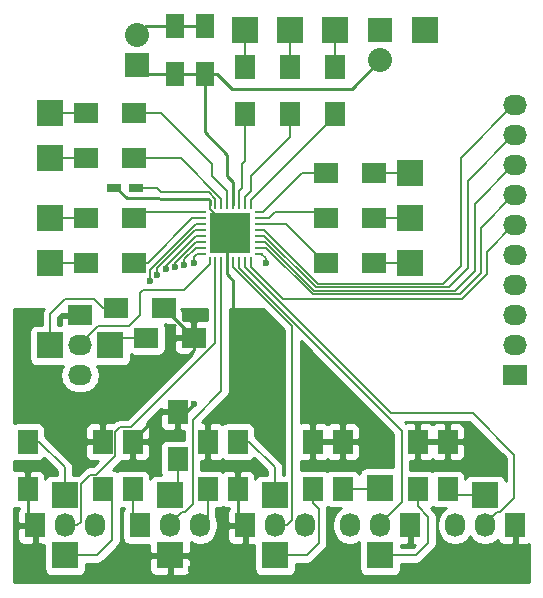
<source format=gtl>
%TF.GenerationSoftware,KiCad,Pcbnew,4.0.4+e1-6308~48~ubuntu16.04.1-stable*%
%TF.CreationDate,2016-10-27T02:56:18-07:00*%
%TF.ProjectId,CY8CMBR2010,435938434D4252323031302E6B696361,rev?*%
%TF.FileFunction,Copper,L1,Top,Signal*%
%FSLAX46Y46*%
G04 Gerber Fmt 4.6, Leading zero omitted, Abs format (unit mm)*
G04 Created by KiCad (PCBNEW 4.0.4+e1-6308~48~ubuntu16.04.1-stable) date Thu Oct 27 02:56:18 2016*
%MOMM*%
%LPD*%
G01*
G04 APERTURE LIST*
%ADD10C,0.050000*%
%ADD11R,1.700000X2.000000*%
%ADD12R,1.600000X2.000000*%
%ADD13R,1.200000X0.750000*%
%ADD14R,2.032000X2.032000*%
%ADD15O,2.032000X2.032000*%
%ADD16R,2.032000X1.727200*%
%ADD17O,2.032000X1.727200*%
%ADD18R,2.235200X2.235200*%
%ADD19R,1.727200X2.032000*%
%ADD20O,1.727200X2.032000*%
%ADD21R,2.000000X1.700000*%
%ADD22R,0.700000X0.250000*%
%ADD23R,0.250000X0.700000*%
%ADD24R,1.725000X1.725000*%
%ADD25C,0.600000*%
%ADD26C,0.250000*%
%ADD27C,0.200000*%
%ADD28C,0.150000*%
%ADD29C,0.254000*%
G04 APERTURE END LIST*
D10*
D11*
X142875000Y-114395000D03*
X142875000Y-110395000D03*
D12*
X119761000Y-79216000D03*
X119761000Y-75216000D03*
D13*
X116520000Y-88900000D03*
X114620000Y-88900000D03*
D14*
X116586000Y-78486000D03*
D15*
X116586000Y-75946000D03*
D14*
X137160000Y-75565000D03*
D15*
X137160000Y-78105000D03*
D16*
X148590000Y-104775000D03*
D17*
X148590000Y-102235000D03*
X148590000Y-99695000D03*
X148590000Y-97155000D03*
X148590000Y-94615000D03*
X148590000Y-92075000D03*
X148590000Y-89535000D03*
X148590000Y-86995000D03*
X148590000Y-84455000D03*
X148590000Y-81915000D03*
D18*
X140970000Y-75565000D03*
X146050000Y-114935000D03*
D19*
X148590000Y-117475000D03*
D20*
X146050000Y-117475000D03*
X143510000Y-117475000D03*
D18*
X119380000Y-120015000D03*
D19*
X116840000Y-117475000D03*
D20*
X119380000Y-117475000D03*
X121920000Y-117475000D03*
D18*
X119380000Y-114935000D03*
X128270000Y-120015000D03*
X109220000Y-102235000D03*
D19*
X125730000Y-117475000D03*
D20*
X128270000Y-117475000D03*
X130810000Y-117475000D03*
D16*
X111760000Y-99695000D03*
D17*
X111760000Y-102235000D03*
X111760000Y-104775000D03*
D18*
X128270000Y-114935000D03*
X114300000Y-102235000D03*
X137160000Y-120015000D03*
X110490000Y-120015000D03*
D19*
X139700000Y-117475000D03*
D20*
X137160000Y-117475000D03*
X134620000Y-117475000D03*
D19*
X107950000Y-117475000D03*
D20*
X110490000Y-117475000D03*
X113030000Y-117475000D03*
D18*
X137160000Y-114300000D03*
X110490000Y-114935000D03*
D21*
X112300000Y-95250000D03*
X116300000Y-95250000D03*
X112300000Y-91440000D03*
X116300000Y-91440000D03*
X112300000Y-86360000D03*
X116300000Y-86360000D03*
X112300000Y-82550000D03*
X116300000Y-82550000D03*
D11*
X125730000Y-78645000D03*
X125730000Y-82645000D03*
X129540000Y-78645000D03*
X129540000Y-82645000D03*
X133350000Y-78645000D03*
X133350000Y-82645000D03*
D21*
X136620000Y-87630000D03*
X132620000Y-87630000D03*
X136620000Y-91440000D03*
X132620000Y-91440000D03*
X136620000Y-95250000D03*
X132620000Y-95250000D03*
D11*
X116205000Y-114395000D03*
X116205000Y-110395000D03*
X120015000Y-111855000D03*
X120015000Y-107855000D03*
X122555000Y-114395000D03*
X122555000Y-110395000D03*
X131445000Y-114395000D03*
X131445000Y-110395000D03*
X125095000Y-110395000D03*
X125095000Y-114395000D03*
D21*
X114840000Y-99060000D03*
X118840000Y-99060000D03*
X117380000Y-101600000D03*
X121380000Y-101600000D03*
D11*
X140335000Y-114395000D03*
X140335000Y-110395000D03*
X133985000Y-114395000D03*
X133985000Y-110395000D03*
X113665000Y-114395000D03*
X113665000Y-110395000D03*
X107315000Y-110395000D03*
X107315000Y-114395000D03*
D12*
X122301000Y-79216000D03*
X122301000Y-75216000D03*
D18*
X109220000Y-95250000D03*
X109220000Y-91440000D03*
X109220000Y-86360000D03*
X109220000Y-82550000D03*
X125730000Y-75565000D03*
X129540000Y-75565000D03*
X133350000Y-75565000D03*
X139700000Y-87630000D03*
X139700000Y-91440000D03*
X139700000Y-95250000D03*
D22*
X122080000Y-90960000D03*
X122080000Y-91460000D03*
X122080000Y-91960000D03*
X122080000Y-92460000D03*
X122080000Y-92960000D03*
X122080000Y-93460000D03*
X122080000Y-93960000D03*
X122080000Y-94460000D03*
D23*
X122730000Y-95110000D03*
X123230000Y-95110000D03*
X123730000Y-95110000D03*
X124230000Y-95110000D03*
X124730000Y-95110000D03*
X125230000Y-95110000D03*
X125730000Y-95110000D03*
X126230000Y-95110000D03*
D22*
X126880000Y-94460000D03*
X126880000Y-93960000D03*
X126880000Y-93460000D03*
X126880000Y-92960000D03*
X126880000Y-92460000D03*
X126880000Y-91960000D03*
X126880000Y-91460000D03*
X126880000Y-90960000D03*
D23*
X126230000Y-90310000D03*
X125730000Y-90310000D03*
X125230000Y-90310000D03*
X124730000Y-90310000D03*
X124230000Y-90310000D03*
X123730000Y-90310000D03*
X123230000Y-90310000D03*
X122730000Y-90310000D03*
D24*
X125342500Y-93572500D03*
X125342500Y-91847500D03*
X123617500Y-93572500D03*
X123617500Y-91847500D03*
D25*
X121412000Y-107188000D03*
X135890000Y-110236000D03*
X120800000Y-103200000D03*
X121200000Y-121200000D03*
X108400000Y-119200000D03*
X112000000Y-110400000D03*
X144600000Y-110300000D03*
X125342500Y-91847500D03*
X125342500Y-93572500D03*
X123617500Y-93572500D03*
X123617500Y-91847500D03*
X127508000Y-95250000D03*
X117719661Y-96780339D03*
X118250000Y-96250000D03*
X119000000Y-95750000D03*
X119800000Y-95600000D03*
X120600000Y-95400000D03*
X121412000Y-95250000D03*
D26*
X124635000Y-80500000D02*
X134765000Y-80500000D01*
X134765000Y-80500000D02*
X137160000Y-78105000D01*
X122301000Y-79216000D02*
X123351000Y-79216000D01*
X123351000Y-79216000D02*
X124635000Y-80500000D01*
X124206000Y-86106000D02*
X122301000Y-84201000D01*
X124730000Y-88408000D02*
X124206000Y-87884000D01*
X124206000Y-87884000D02*
X124206000Y-86106000D01*
X124730000Y-90310000D02*
X124730000Y-88408000D01*
X119761000Y-79216000D02*
X117316000Y-79216000D01*
X117316000Y-79216000D02*
X116586000Y-78486000D01*
X122301000Y-79216000D02*
X119761000Y-79216000D01*
X122301000Y-84201000D02*
X122301000Y-79216000D01*
X120015000Y-107855000D02*
X120745000Y-107855000D01*
X120745000Y-107855000D02*
X121412000Y-107188000D01*
X133985000Y-110395000D02*
X135731000Y-110395000D01*
X135731000Y-110395000D02*
X135890000Y-110236000D01*
X133985000Y-110395000D02*
X132885000Y-110395000D01*
X132885000Y-110395000D02*
X131445000Y-110395000D01*
X140335000Y-110395000D02*
X141435000Y-110395000D01*
X141435000Y-110395000D02*
X142875000Y-110395000D01*
X122730000Y-89930000D02*
X122603887Y-89803887D01*
X122603887Y-89803887D02*
X121350000Y-89803887D01*
X122730000Y-90310000D02*
X122730000Y-89930000D01*
X124750000Y-96750000D02*
X124750000Y-99350000D01*
X124400000Y-96400000D02*
X124750000Y-96750000D01*
X121380000Y-101600000D02*
X121380000Y-102620000D01*
X121380000Y-102620000D02*
X120800000Y-103200000D01*
X119380000Y-120015000D02*
X120747600Y-120015000D01*
X120747600Y-120015000D02*
X121200000Y-120467400D01*
X121200000Y-120467400D02*
X121200000Y-121200000D01*
X125095000Y-114395000D02*
X125095000Y-116840000D01*
X125095000Y-116840000D02*
X125730000Y-117475000D01*
X113665000Y-110395000D02*
X112005000Y-110395000D01*
X112005000Y-110395000D02*
X112000000Y-110400000D01*
X107315000Y-114395000D02*
X107315000Y-116840000D01*
X107315000Y-116840000D02*
X107950000Y-117475000D01*
X120015000Y-107855000D02*
X118595000Y-107855000D01*
X118595000Y-107855000D02*
X116205000Y-110245000D01*
X116205000Y-110245000D02*
X116205000Y-110395000D01*
X118840000Y-99060000D02*
X121380000Y-101600000D01*
X124230000Y-95110000D02*
X124230000Y-96230000D01*
X124230000Y-96230000D02*
X124400000Y-96400000D01*
X142875000Y-110395000D02*
X144505000Y-110395000D01*
X144505000Y-110395000D02*
X144600000Y-110300000D01*
D27*
X122730000Y-90310000D02*
X122730000Y-90680000D01*
X122730000Y-90680000D02*
X123617500Y-91567500D01*
D26*
X123617500Y-91567500D02*
X123617500Y-91847500D01*
X124230000Y-95110000D02*
X124230000Y-94185000D01*
X124230000Y-94185000D02*
X123617500Y-93572500D01*
X121350000Y-89803887D02*
X115734465Y-89789465D01*
X115734465Y-89789465D02*
X114845000Y-88900000D01*
X114845000Y-88900000D02*
X114620000Y-88900000D01*
X119761000Y-75216000D02*
X117316000Y-75216000D01*
X117316000Y-75216000D02*
X116586000Y-75946000D01*
X122301000Y-75216000D02*
X119761000Y-75216000D01*
D28*
X123230000Y-90310000D02*
X123230000Y-89810000D01*
X123230000Y-89810000D02*
X122698887Y-89278887D01*
X122698887Y-89278887D02*
X118615887Y-89278887D01*
X118615887Y-89278887D02*
X118237000Y-88900000D01*
X118237000Y-88900000D02*
X116520000Y-88900000D01*
X117270000Y-88900000D02*
X116520000Y-88900000D01*
X127508000Y-94863000D02*
X127508000Y-95250000D01*
X126880000Y-94460000D02*
X127105000Y-94460000D01*
X127105000Y-94460000D02*
X127508000Y-94863000D01*
X112300000Y-95250000D02*
X109220000Y-95250000D01*
X117719661Y-95820339D02*
X117719661Y-96356075D01*
X121580000Y-91960000D02*
X117719661Y-95820339D01*
X122080000Y-91960000D02*
X121580000Y-91960000D01*
X117719661Y-96356075D02*
X117719661Y-96780339D01*
X118250000Y-95825736D02*
X118250000Y-96250000D01*
X118250000Y-95722996D02*
X118250000Y-95825736D01*
X121512996Y-92460000D02*
X118250000Y-95722996D01*
X122080000Y-92460000D02*
X121512996Y-92460000D01*
X122080000Y-92960000D02*
X121580000Y-92960000D01*
X121580000Y-92960000D02*
X119000000Y-95540000D01*
X119000000Y-95540000D02*
X119000000Y-95750000D01*
X122080000Y-93460000D02*
X121580000Y-93460000D01*
X121580000Y-93460000D02*
X119800000Y-95240000D01*
X119800000Y-95240000D02*
X119800000Y-95600000D01*
X122080000Y-93960000D02*
X121580000Y-93960000D01*
X121580000Y-93960000D02*
X120600000Y-94940000D01*
X120600000Y-94940000D02*
X120600000Y-95400000D01*
X148590000Y-92075000D02*
X148437600Y-92075000D01*
X148437600Y-92075000D02*
X146200000Y-94312600D01*
X146200000Y-94312600D02*
X146200000Y-96200000D01*
X146200000Y-96200000D02*
X144100000Y-98300000D01*
X144100000Y-98300000D02*
X128920000Y-98300000D01*
X128920000Y-98300000D02*
X126230000Y-95610000D01*
X126230000Y-95610000D02*
X126230000Y-95110000D01*
X145700000Y-96100000D02*
X143899973Y-97900027D01*
X143899973Y-97900027D02*
X140963009Y-97900027D01*
X145700000Y-92272600D02*
X145700000Y-96100000D01*
X148590000Y-89535000D02*
X148437600Y-89535000D01*
X148437600Y-89535000D02*
X145700000Y-92272600D01*
X126880000Y-93960000D02*
X127531445Y-93960000D01*
X127531445Y-93960000D02*
X131471476Y-97900029D01*
X131471476Y-97900029D02*
X140963009Y-97900027D01*
X148590000Y-86995000D02*
X148437600Y-86995000D01*
X148437600Y-86995000D02*
X145200000Y-90232600D01*
X145200000Y-90232600D02*
X145200000Y-95900000D01*
X145200000Y-95900000D02*
X143499982Y-97600018D01*
X131595743Y-97600019D02*
X127455722Y-93460000D01*
X143499982Y-97600018D02*
X131595743Y-97600019D01*
X127455722Y-93460000D02*
X126880000Y-93460000D01*
X148590000Y-84455000D02*
X148437600Y-84455000D01*
X144598082Y-95701918D02*
X142999991Y-97300009D01*
X142999991Y-97300009D02*
X131720010Y-97300010D01*
X148437600Y-84455000D02*
X144598082Y-88294518D01*
X144598082Y-88294518D02*
X144598082Y-95701918D01*
X131720010Y-97300010D02*
X127380000Y-92960000D01*
X127380000Y-92960000D02*
X126880000Y-92960000D01*
X131920000Y-97000000D02*
X140400000Y-97000000D01*
X140400000Y-97000000D02*
X140590202Y-97000000D01*
X148590000Y-81915000D02*
X148437600Y-81915000D01*
X148437600Y-81915000D02*
X144000000Y-86352600D01*
X144000000Y-95500000D02*
X142500000Y-97000000D01*
X144000000Y-86352600D02*
X144000000Y-95500000D01*
X142500000Y-97000000D02*
X140400000Y-97000000D01*
X126880000Y-92460000D02*
X127380000Y-92460000D01*
X127380000Y-92460000D02*
X131920000Y-97000000D01*
X121694000Y-94460000D02*
X121412000Y-94742000D01*
X121412000Y-94742000D02*
X121412000Y-95250000D01*
X122080000Y-94460000D02*
X121694000Y-94460000D01*
X146050000Y-114935000D02*
X143415000Y-114935000D01*
X143415000Y-114935000D02*
X142875000Y-114395000D01*
X148500000Y-111500000D02*
X148500000Y-115125202D01*
X148500000Y-115125202D02*
X147316202Y-116309000D01*
X147316202Y-116309000D02*
X147063600Y-116309000D01*
X147063600Y-116309000D02*
X146050000Y-117322600D01*
X146050000Y-117322600D02*
X146050000Y-117475000D01*
X145000000Y-108000000D02*
X148500000Y-111500000D01*
X138120000Y-108000000D02*
X145000000Y-108000000D01*
X125730000Y-95110000D02*
X125730000Y-95610000D01*
X125730000Y-95610000D02*
X138120000Y-108000000D01*
X116205000Y-114395000D02*
X116205000Y-116840000D01*
X116205000Y-116840000D02*
X116840000Y-117475000D01*
X123730000Y-95110000D02*
X123730000Y-106133255D01*
X123730000Y-106133255D02*
X121298096Y-108565159D01*
X121298096Y-115657106D02*
X120646202Y-116309000D01*
X121298096Y-108565159D02*
X121298096Y-115657106D01*
X120646202Y-116309000D02*
X120393600Y-116309000D01*
X120393600Y-116309000D02*
X119380000Y-117322600D01*
X119380000Y-117322600D02*
X119380000Y-117475000D01*
X122555000Y-114395000D02*
X122555000Y-116840000D01*
X122555000Y-116840000D02*
X121920000Y-117475000D01*
X120015000Y-111855000D02*
X120015000Y-114300000D01*
X120015000Y-114300000D02*
X119380000Y-114935000D01*
X132000000Y-119000000D02*
X130985000Y-120015000D01*
X130985000Y-120015000D02*
X128270000Y-120015000D01*
X132000000Y-116100000D02*
X132000000Y-119000000D01*
X131445000Y-114395000D02*
X131445000Y-115545000D01*
X131445000Y-115545000D02*
X132000000Y-116100000D01*
X110490000Y-98298000D02*
X109220000Y-99568000D01*
X109220000Y-99568000D02*
X109220000Y-102235000D01*
X112928000Y-98298000D02*
X110490000Y-98298000D01*
X114840000Y-99060000D02*
X113690000Y-99060000D01*
X113690000Y-99060000D02*
X112928000Y-98298000D01*
X124730000Y-95110000D02*
X124730000Y-95610000D01*
X124730000Y-95610000D02*
X129721390Y-100601390D01*
X129721390Y-100601390D02*
X129721390Y-117037210D01*
X129721390Y-117037210D02*
X129283600Y-117475000D01*
X129283600Y-117475000D02*
X128270000Y-117475000D01*
X122730000Y-95110000D02*
X122730000Y-95335000D01*
X122730000Y-95335000D02*
X120529000Y-97536000D01*
X120529000Y-97536000D02*
X117094000Y-97536000D01*
X115896829Y-100584000D02*
X113284000Y-100584000D01*
X117094000Y-97536000D02*
X116840000Y-97790000D01*
X116840000Y-97790000D02*
X116840000Y-99640829D01*
X116840000Y-99640829D02*
X115896829Y-100584000D01*
X113284000Y-100584000D02*
X111760000Y-102108000D01*
X111760000Y-102108000D02*
X111760000Y-102235000D01*
X128270000Y-114935000D02*
X128270000Y-112570000D01*
X128270000Y-112570000D02*
X126095000Y-110395000D01*
X126095000Y-110395000D02*
X125095000Y-110395000D01*
X117380000Y-101600000D02*
X114935000Y-101600000D01*
X114935000Y-101600000D02*
X114300000Y-102235000D01*
X141250000Y-119000000D02*
X140235000Y-120015000D01*
X140235000Y-120015000D02*
X137160000Y-120015000D01*
X141250000Y-116740398D02*
X141250000Y-119000000D01*
X140335000Y-114395000D02*
X140335000Y-115825398D01*
X140335000Y-115825398D02*
X141250000Y-116740398D01*
X114500000Y-118750000D02*
X113235000Y-120015000D01*
X113235000Y-120015000D02*
X110490000Y-120015000D01*
X114500000Y-115380000D02*
X114500000Y-118750000D01*
X113665000Y-114395000D02*
X113665000Y-114545000D01*
X113665000Y-114545000D02*
X114500000Y-115380000D01*
X125230000Y-95110000D02*
X125230000Y-95685722D01*
X137160000Y-117322600D02*
X137160000Y-117475000D01*
X125230000Y-95685722D02*
X139000000Y-109455722D01*
X139000000Y-115482600D02*
X137160000Y-117322600D01*
X139000000Y-109455722D02*
X139000000Y-115482600D01*
X123230000Y-95110000D02*
X123230000Y-102005002D01*
X111832601Y-113972397D02*
X111832601Y-117145999D01*
X123230000Y-102005002D02*
X116065003Y-109169999D01*
X116065003Y-109169999D02*
X115174999Y-109169999D01*
X115174999Y-109169999D02*
X114740001Y-109604997D01*
X114740001Y-109604997D02*
X114740001Y-111575001D01*
X114740001Y-111575001D02*
X113145003Y-113169999D01*
X113145003Y-113169999D02*
X112634999Y-113169999D01*
X112634999Y-113169999D02*
X111832601Y-113972397D01*
X111832601Y-117145999D02*
X111503600Y-117475000D01*
X111503600Y-117475000D02*
X110490000Y-117475000D01*
X133985000Y-114395000D02*
X137065000Y-114395000D01*
X137065000Y-114395000D02*
X137160000Y-114300000D01*
X107315000Y-110395000D02*
X108315000Y-110395000D01*
X108315000Y-110395000D02*
X110490000Y-112570000D01*
X110490000Y-112570000D02*
X110490000Y-114935000D01*
X121265000Y-91460000D02*
X117475000Y-95250000D01*
X117475000Y-95250000D02*
X116300000Y-95250000D01*
X122080000Y-91460000D02*
X121265000Y-91460000D01*
X122080000Y-90960000D02*
X116780000Y-90960000D01*
X116780000Y-90960000D02*
X116300000Y-91440000D01*
X123730000Y-90310000D02*
X123730000Y-89810000D01*
X117450000Y-86360000D02*
X116300000Y-86360000D01*
X123730000Y-89810000D02*
X120280000Y-86360000D01*
X120280000Y-86360000D02*
X117450000Y-86360000D01*
X124230000Y-90310000D02*
X124230000Y-89178000D01*
X124230000Y-89178000D02*
X122936000Y-87884000D01*
X122936000Y-87884000D02*
X122936000Y-86877812D01*
X122936000Y-86877812D02*
X118608188Y-82550000D01*
X118608188Y-82550000D02*
X116300000Y-82550000D01*
X117241851Y-82550000D02*
X116300000Y-82550000D01*
X125476000Y-86868000D02*
X125730000Y-86614000D01*
X125730000Y-86614000D02*
X125730000Y-82645000D01*
X125476000Y-88900000D02*
X125476000Y-86868000D01*
X125230000Y-89146000D02*
X125476000Y-88900000D01*
X125230000Y-90310000D02*
X125230000Y-89146000D01*
X125730000Y-90310000D02*
X125730000Y-89662000D01*
X125730000Y-89662000D02*
X126238000Y-89154000D01*
X126238000Y-89154000D02*
X126238000Y-87884000D01*
X126238000Y-87884000D02*
X129540000Y-84582000D01*
X129540000Y-84582000D02*
X129540000Y-82645000D01*
X127000000Y-89154000D02*
X127000000Y-89145000D01*
X127000000Y-89145000D02*
X133350000Y-82795000D01*
X133350000Y-82795000D02*
X133350000Y-82645000D01*
X126238000Y-89916000D02*
X127000000Y-89154000D01*
X126238000Y-90077000D02*
X126238000Y-89916000D01*
X126230000Y-90310000D02*
X126230000Y-90085000D01*
X126230000Y-90085000D02*
X126238000Y-90077000D01*
X127226000Y-90960000D02*
X130556000Y-87630000D01*
X130556000Y-87630000D02*
X132620000Y-87630000D01*
X126880000Y-90960000D02*
X127226000Y-90960000D01*
X126880000Y-91460000D02*
X127742000Y-91460000D01*
X127742000Y-91460000D02*
X128270000Y-90932000D01*
X128270000Y-90932000D02*
X132112000Y-90932000D01*
X132112000Y-90932000D02*
X132620000Y-91440000D01*
X132600000Y-91460000D02*
X132620000Y-91440000D01*
X126880000Y-91960000D02*
X129180000Y-91960000D01*
X129180000Y-91960000D02*
X132470000Y-95250000D01*
X132470000Y-95250000D02*
X132620000Y-95250000D01*
X112300000Y-91440000D02*
X109220000Y-91440000D01*
X112300000Y-86360000D02*
X109220000Y-86360000D01*
X112300000Y-82550000D02*
X109220000Y-82550000D01*
X125730000Y-78645000D02*
X125730000Y-75565000D01*
X129540000Y-78645000D02*
X129540000Y-75565000D01*
X133350000Y-78645000D02*
X133350000Y-77495000D01*
X133350000Y-77495000D02*
X133350000Y-75565000D01*
X136620000Y-87630000D02*
X136770000Y-87630000D01*
X136770000Y-87630000D02*
X139700000Y-87630000D01*
X136620000Y-91440000D02*
X137770000Y-91440000D01*
X137770000Y-91440000D02*
X139700000Y-91440000D01*
X136620000Y-95250000D02*
X137770000Y-95250000D01*
X137770000Y-95250000D02*
X139700000Y-95250000D01*
D29*
X123828831Y-115876857D02*
X123828831Y-115876857D01*
X106210000Y-116080057D02*
X106567318Y-116080057D01*
X115210000Y-116080057D02*
X115466781Y-116080057D01*
X123265000Y-116080057D02*
X124347318Y-116080057D01*
X132706035Y-116080057D02*
X133785612Y-116080057D01*
X141593751Y-116080057D02*
X142675612Y-116080057D01*
X106210000Y-116283257D02*
X106471877Y-116283257D01*
X115210000Y-116283257D02*
X115364549Y-116283257D01*
X123265000Y-116283257D02*
X124251877Y-116283257D01*
X132710000Y-116283257D02*
X133525136Y-116283257D01*
X141782051Y-116283257D02*
X142415136Y-116283257D01*
X106210000Y-116486457D02*
X106451400Y-116486457D01*
X115210000Y-116486457D02*
X115328960Y-116486457D01*
X123265000Y-116486457D02*
X124231400Y-116486457D01*
X132710000Y-116486457D02*
X133389362Y-116486457D01*
X141909488Y-116486457D02*
X142279362Y-116486457D01*
X106210000Y-116689657D02*
X106451400Y-116689657D01*
X115210000Y-116689657D02*
X115328960Y-116689657D01*
X123286413Y-116689657D02*
X124231400Y-116689657D01*
X132710000Y-116689657D02*
X133253588Y-116689657D01*
X141949907Y-116689657D02*
X142143588Y-116689657D01*
X106210000Y-116892857D02*
X106451400Y-116892857D01*
X115210000Y-116892857D02*
X115328960Y-116892857D01*
X123339553Y-116892857D02*
X124231400Y-116892857D01*
X132710000Y-116892857D02*
X133200448Y-116892857D01*
X141960000Y-116892857D02*
X142090448Y-116892857D01*
X106210000Y-117096057D02*
X106451400Y-117096057D01*
X115210000Y-117096057D02*
X115328960Y-117096057D01*
X123379972Y-117096057D02*
X124231400Y-117096057D01*
X132710000Y-117096057D02*
X133160029Y-117096057D01*
X141960000Y-117096057D02*
X142050029Y-117096057D01*
X106210000Y-117299257D02*
X106561407Y-117299257D01*
X115210000Y-117299257D02*
X115328960Y-117299257D01*
X123418600Y-117299257D02*
X124341407Y-117299257D01*
X132710000Y-117299257D02*
X133121400Y-117299257D01*
X141960000Y-117299257D02*
X142011400Y-117299257D01*
X106210000Y-117502457D02*
X108097000Y-117502457D01*
X115210000Y-117502457D02*
X115328960Y-117502457D01*
X123418600Y-117502457D02*
X125877000Y-117502457D01*
X132710000Y-117502457D02*
X133121400Y-117502457D01*
X141960000Y-117502457D02*
X142011400Y-117502457D01*
X148443000Y-117502457D02*
X148737000Y-117502457D01*
X106210000Y-117705657D02*
X106506493Y-117705657D01*
X107823000Y-117705657D02*
X108077000Y-117705657D01*
X115210000Y-117705657D02*
X115328960Y-117705657D01*
X123409467Y-117705657D02*
X124286493Y-117705657D01*
X125603000Y-117705657D02*
X125857000Y-117705657D01*
X132710000Y-117705657D02*
X133130532Y-117705657D01*
X141960000Y-117705657D02*
X142020532Y-117705657D01*
X148463000Y-117705657D02*
X148717000Y-117705657D01*
X106210000Y-117908857D02*
X106451400Y-117908857D01*
X107823000Y-117908857D02*
X108077000Y-117908857D01*
X115210000Y-117908857D02*
X115328960Y-117908857D01*
X123369047Y-117908857D02*
X124231400Y-117908857D01*
X125603000Y-117908857D02*
X125857000Y-117908857D01*
X132710000Y-117908857D02*
X133170951Y-117908857D01*
X141960000Y-117908857D02*
X142060951Y-117908857D01*
X148463000Y-117908857D02*
X148717000Y-117908857D01*
X106210000Y-118112057D02*
X106451400Y-118112057D01*
X107823000Y-118112057D02*
X108077000Y-118112057D01*
X115210000Y-118112057D02*
X115328960Y-118112057D01*
X123328629Y-118112057D02*
X124231400Y-118112057D01*
X125603000Y-118112057D02*
X125857000Y-118112057D01*
X132710000Y-118112057D02*
X133211370Y-118112057D01*
X141960000Y-118112057D02*
X142101370Y-118112057D01*
X148463000Y-118112057D02*
X148717000Y-118112057D01*
X106210000Y-118315257D02*
X106451400Y-118315257D01*
X107823000Y-118315257D02*
X108077000Y-118315257D01*
X115210000Y-118315257D02*
X115328960Y-118315257D01*
X123249719Y-118315257D02*
X124231400Y-118315257D01*
X125603000Y-118315257D02*
X125857000Y-118315257D01*
X132710000Y-118315257D02*
X133290280Y-118315257D01*
X141960000Y-118315257D02*
X142180280Y-118315257D01*
X148463000Y-118315257D02*
X148717000Y-118315257D01*
X106210000Y-118518457D02*
X106451400Y-118518457D01*
X107823000Y-118518457D02*
X108077000Y-118518457D01*
X115210000Y-118518457D02*
X115334126Y-118518457D01*
X123113945Y-118518457D02*
X124231400Y-118518457D01*
X125603000Y-118518457D02*
X125857000Y-118518457D01*
X132710000Y-118518457D02*
X133426054Y-118518457D01*
X141960000Y-118518457D02*
X142316054Y-118518457D01*
X144703945Y-118518457D02*
X144856054Y-118518457D01*
X148463000Y-118518457D02*
X148717000Y-118518457D01*
X106210000Y-118721657D02*
X106494622Y-118721657D01*
X107823000Y-118721657D02*
X108077000Y-118721657D01*
X115210000Y-118721657D02*
X115372361Y-118721657D01*
X122976314Y-118721657D02*
X124274622Y-118721657D01*
X125603000Y-118721657D02*
X125857000Y-118721657D01*
X132710000Y-118721657D02*
X133563685Y-118721657D01*
X141960000Y-118721657D02*
X142453685Y-118721657D01*
X144566314Y-118721657D02*
X144993685Y-118721657D01*
X147106314Y-118721657D02*
X147134622Y-118721657D01*
X148463000Y-118721657D02*
X148717000Y-118721657D01*
X106210000Y-118924857D02*
X106622231Y-118924857D01*
X107823000Y-118924857D02*
X108077000Y-118924857D01*
X115175218Y-118924857D02*
X115500995Y-118924857D01*
X121132600Y-118924857D02*
X121167795Y-118924857D01*
X122672204Y-118924857D02*
X124402231Y-118924857D01*
X125603000Y-118924857D02*
X125857000Y-118924857D01*
X132710000Y-118924857D02*
X133867795Y-118924857D01*
X135372204Y-118924857D02*
X135394960Y-118924857D01*
X141960000Y-118924857D02*
X142757795Y-118924857D01*
X144262204Y-118924857D02*
X145297795Y-118924857D01*
X146802204Y-118924857D02*
X147262231Y-118924857D01*
X148463000Y-118924857D02*
X148717000Y-118924857D01*
X106210000Y-119128057D02*
X108724960Y-119128057D01*
X115084892Y-119128057D02*
X115925127Y-119128057D01*
X121132600Y-119128057D02*
X121767731Y-119128057D01*
X122072268Y-119128057D02*
X126504960Y-119128057D01*
X132684527Y-119128057D02*
X134467731Y-119128057D01*
X134772268Y-119128057D02*
X135394960Y-119128057D01*
X141934527Y-119128057D02*
X143357731Y-119128057D01*
X143662268Y-119128057D02*
X145897731Y-119128057D01*
X146202268Y-119128057D02*
X149790000Y-119128057D01*
X106210000Y-119331257D02*
X108724960Y-119331257D01*
X114922835Y-119331257D02*
X117627400Y-119331257D01*
X121132600Y-119331257D02*
X126504960Y-119331257D01*
X132616162Y-119331257D02*
X135394960Y-119331257D01*
X141866162Y-119331257D02*
X149790000Y-119331257D01*
X106210000Y-119534457D02*
X108724960Y-119534457D01*
X114719635Y-119534457D02*
X117627400Y-119534457D01*
X121132600Y-119534457D02*
X126504960Y-119534457D01*
X132469635Y-119534457D02*
X135394960Y-119534457D01*
X141719635Y-119534457D02*
X149790000Y-119534457D01*
X106210000Y-119737657D02*
X108724960Y-119737657D01*
X114516435Y-119737657D02*
X117635807Y-119737657D01*
X121124193Y-119737657D02*
X126504960Y-119737657D01*
X132266435Y-119737657D02*
X135394960Y-119737657D01*
X141516435Y-119737657D02*
X149790000Y-119737657D01*
X106210000Y-119940857D02*
X108724960Y-119940857D01*
X114313235Y-119940857D02*
X126504960Y-119940857D01*
X132063235Y-119940857D02*
X135394960Y-119940857D01*
X141313235Y-119940857D02*
X149790000Y-119940857D01*
X106210000Y-120144057D02*
X108724960Y-120144057D01*
X114110035Y-120144057D02*
X117784093Y-120144057D01*
X119253000Y-120144057D02*
X119507000Y-120144057D01*
X120975907Y-120144057D02*
X126504960Y-120144057D01*
X131860035Y-120144057D02*
X135394960Y-120144057D01*
X141110035Y-120144057D02*
X149790000Y-120144057D01*
X106210000Y-120347257D02*
X108724960Y-120347257D01*
X113906835Y-120347257D02*
X117627400Y-120347257D01*
X119253000Y-120347257D02*
X119507000Y-120347257D01*
X121132600Y-120347257D02*
X126504960Y-120347257D01*
X131656835Y-120347257D02*
X135394960Y-120347257D01*
X140906835Y-120347257D02*
X149790000Y-120347257D01*
X106210000Y-120550457D02*
X108724960Y-120550457D01*
X113687042Y-120550457D02*
X117627400Y-120550457D01*
X119253000Y-120550457D02*
X119507000Y-120550457D01*
X121132600Y-120550457D02*
X126504960Y-120550457D01*
X131437042Y-120550457D02*
X135394960Y-120550457D01*
X140687042Y-120550457D02*
X149790000Y-120550457D01*
X106210000Y-120753657D02*
X108724960Y-120753657D01*
X112255040Y-120753657D02*
X117627400Y-120753657D01*
X119253000Y-120753657D02*
X119507000Y-120753657D01*
X121132600Y-120753657D02*
X126504960Y-120753657D01*
X130035040Y-120753657D02*
X135394960Y-120753657D01*
X138925040Y-120753657D02*
X149790000Y-120753657D01*
X106210000Y-120956857D02*
X108724960Y-120956857D01*
X112255040Y-120956857D02*
X117627400Y-120956857D01*
X119253000Y-120956857D02*
X119507000Y-120956857D01*
X121132600Y-120956857D02*
X126504960Y-120956857D01*
X130035040Y-120956857D02*
X135394960Y-120956857D01*
X138925040Y-120956857D02*
X149790000Y-120956857D01*
X106210000Y-121160057D02*
X108730126Y-121160057D01*
X112249479Y-121160057D02*
X117627400Y-121160057D01*
X119253000Y-121160057D02*
X119507000Y-121160057D01*
X121132600Y-121160057D02*
X126510126Y-121160057D01*
X130029479Y-121160057D02*
X135400126Y-121160057D01*
X138919479Y-121160057D02*
X149790000Y-121160057D01*
X106210000Y-121363257D02*
X108768361Y-121363257D01*
X112208330Y-121363257D02*
X117670621Y-121363257D01*
X119253000Y-121363257D02*
X119507000Y-121363257D01*
X121089378Y-121363257D02*
X126548361Y-121363257D01*
X129988330Y-121363257D02*
X135438361Y-121363257D01*
X138878330Y-121363257D02*
X149790000Y-121363257D01*
X106210000Y-121566457D02*
X108896995Y-121566457D01*
X112079698Y-121566457D02*
X117798231Y-121566457D01*
X119253000Y-121566457D02*
X119507000Y-121566457D01*
X120961768Y-121566457D02*
X126676995Y-121566457D01*
X129859698Y-121566457D02*
X135566995Y-121566457D01*
X138749698Y-121566457D02*
X149790000Y-121566457D01*
X106210000Y-121769657D02*
X109321127Y-121769657D01*
X111662780Y-121769657D02*
X127101127Y-121769657D01*
X129442780Y-121769657D02*
X135991127Y-121769657D01*
X138332780Y-121769657D02*
X149790000Y-121769657D01*
X106210000Y-121972857D02*
X149790000Y-121972857D01*
X106210000Y-122176057D02*
X149790000Y-122176057D01*
X139573000Y-117328000D02*
X139827000Y-117328000D01*
X139553000Y-117531200D02*
X139847000Y-117531200D01*
X139573000Y-117734400D02*
X139827000Y-117734400D01*
X139573000Y-117937600D02*
X139827000Y-117937600D01*
X139573000Y-118140800D02*
X139827000Y-118140800D01*
X139573000Y-118344000D02*
X139827000Y-118344000D01*
X139573000Y-118547200D02*
X139827000Y-118547200D01*
X139573000Y-118750400D02*
X139827000Y-118750400D01*
X139573000Y-118953600D02*
X139827000Y-118953600D01*
X138925040Y-119156800D02*
X140089108Y-119156800D01*
X108680801Y-111764894D02*
X108680802Y-111764894D01*
X108447043Y-111968094D02*
X108884002Y-111968094D01*
X106210000Y-112171294D02*
X109087202Y-112171294D01*
X106210000Y-112374494D02*
X109290402Y-112374494D01*
X106210000Y-112577694D02*
X109493602Y-112577694D01*
X106210000Y-112780894D02*
X106288248Y-112780894D01*
X107050144Y-112780894D02*
X107579856Y-112780894D01*
X108341753Y-112780894D02*
X109696802Y-112780894D01*
X107188000Y-112984094D02*
X107442000Y-112984094D01*
X108652120Y-112984094D02*
X109780000Y-112984094D01*
X107188000Y-113187294D02*
X107442000Y-113187294D01*
X108766285Y-113187294D02*
X109280278Y-113187294D01*
X107188000Y-113390494D02*
X107442000Y-113390494D01*
X108800000Y-113390494D02*
X108895553Y-113390494D01*
X107188000Y-113593694D02*
X107442000Y-113593694D01*
X107188000Y-113796894D02*
X107442000Y-113796894D01*
X107188000Y-114000094D02*
X107442000Y-114000094D01*
X107188000Y-114203294D02*
X107442000Y-114203294D01*
X107168000Y-114406494D02*
X107462000Y-114406494D01*
X124440000Y-99127000D02*
X127242908Y-99127000D01*
X124440000Y-99330200D02*
X127446108Y-99330200D01*
X124440000Y-99533400D02*
X127649308Y-99533400D01*
X124440000Y-99736600D02*
X127852508Y-99736600D01*
X124440000Y-99939800D02*
X128055708Y-99939800D01*
X124440000Y-100143000D02*
X128258908Y-100143000D01*
X124440000Y-100346200D02*
X128462108Y-100346200D01*
X124440000Y-100549400D02*
X128665308Y-100549400D01*
X124440000Y-100752600D02*
X128868508Y-100752600D01*
X124440000Y-100955800D02*
X129011390Y-100955800D01*
X124440000Y-101159000D02*
X129011390Y-101159000D01*
X124440000Y-101362200D02*
X129011390Y-101362200D01*
X124440000Y-101565400D02*
X129011390Y-101565400D01*
X124440000Y-101768600D02*
X129011390Y-101768600D01*
X124440000Y-101971800D02*
X129011390Y-101971800D01*
X124440000Y-102175000D02*
X129011390Y-102175000D01*
X124440000Y-102378200D02*
X129011390Y-102378200D01*
X124440000Y-102581400D02*
X129011390Y-102581400D01*
X124440000Y-102784600D02*
X129011390Y-102784600D01*
X124440000Y-102987800D02*
X129011390Y-102987800D01*
X124440000Y-103191000D02*
X129011390Y-103191000D01*
X124440000Y-103394200D02*
X129011390Y-103394200D01*
X124440000Y-103597400D02*
X129011390Y-103597400D01*
X124440000Y-103800600D02*
X129011390Y-103800600D01*
X124440000Y-104003800D02*
X129011390Y-104003800D01*
X124440000Y-104207000D02*
X129011390Y-104207000D01*
X124440000Y-104410200D02*
X129011390Y-104410200D01*
X124440000Y-104613400D02*
X129011390Y-104613400D01*
X124440000Y-104816600D02*
X129011390Y-104816600D01*
X124440000Y-105019800D02*
X129011390Y-105019800D01*
X124440000Y-105223000D02*
X129011390Y-105223000D01*
X124440000Y-105426200D02*
X129011390Y-105426200D01*
X124440000Y-105629400D02*
X129011390Y-105629400D01*
X124440000Y-105832600D02*
X129011390Y-105832600D01*
X124440000Y-106035800D02*
X129011390Y-106035800D01*
X124418966Y-106239000D02*
X129011390Y-106239000D01*
X124361071Y-106442200D02*
X129011390Y-106442200D01*
X124221947Y-106645400D02*
X129011390Y-106645400D01*
X124018747Y-106848600D02*
X129011390Y-106848600D01*
X123815547Y-107051800D02*
X129011390Y-107051800D01*
X123612347Y-107255000D02*
X129011390Y-107255000D01*
X123409147Y-107458200D02*
X129011390Y-107458200D01*
X123205947Y-107661400D02*
X129011390Y-107661400D01*
X123002747Y-107864600D02*
X129011390Y-107864600D01*
X122799547Y-108067800D02*
X129011390Y-108067800D01*
X122596347Y-108271000D02*
X129011390Y-108271000D01*
X122393147Y-108474200D02*
X129011390Y-108474200D01*
X122189947Y-108677400D02*
X129011390Y-108677400D01*
X122389850Y-108880600D02*
X122720150Y-108880600D01*
X123788626Y-108880600D02*
X123871743Y-108880600D01*
X126316947Y-108880600D02*
X129011390Y-108880600D01*
X122428000Y-109083800D02*
X122682000Y-109083800D01*
X126499333Y-109083800D02*
X129011390Y-109083800D01*
X122428000Y-109287000D02*
X122682000Y-109287000D01*
X126572119Y-109287000D02*
X129011390Y-109287000D01*
X122428000Y-109490200D02*
X122682000Y-109490200D01*
X126592440Y-109490200D02*
X129011390Y-109490200D01*
X122428000Y-109693400D02*
X122682000Y-109693400D01*
X126592440Y-109693400D02*
X129011390Y-109693400D01*
X122428000Y-109896600D02*
X122682000Y-109896600D01*
X126600692Y-109896600D02*
X129011390Y-109896600D01*
X122428000Y-110099800D02*
X122682000Y-110099800D01*
X126803892Y-110099800D02*
X129011390Y-110099800D01*
X122408000Y-110303000D02*
X122702000Y-110303000D01*
X127007092Y-110303000D02*
X129011390Y-110303000D01*
X122408000Y-110506200D02*
X122702000Y-110506200D01*
X127210292Y-110506200D02*
X129011390Y-110506200D01*
X122428000Y-110709400D02*
X122682000Y-110709400D01*
X127413492Y-110709400D02*
X129011390Y-110709400D01*
X122428000Y-110912600D02*
X122682000Y-110912600D01*
X127616692Y-110912600D02*
X129011390Y-110912600D01*
X122428000Y-111115800D02*
X122682000Y-111115800D01*
X127819892Y-111115800D02*
X129011390Y-111115800D01*
X122428000Y-111319000D02*
X122682000Y-111319000D01*
X128023092Y-111319000D02*
X129011390Y-111319000D01*
X122428000Y-111522200D02*
X122682000Y-111522200D01*
X128226292Y-111522200D02*
X129011390Y-111522200D01*
X122428000Y-111725400D02*
X122682000Y-111725400D01*
X128429492Y-111725400D02*
X129011390Y-111725400D01*
X122370650Y-111928600D02*
X122739350Y-111928600D01*
X123769426Y-111928600D02*
X123901154Y-111928600D01*
X126288419Y-111928600D02*
X126624508Y-111928600D01*
X128632692Y-111928600D02*
X129011390Y-111928600D01*
X122008096Y-112131800D02*
X126827708Y-112131800D01*
X128814707Y-112131800D02*
X129011390Y-112131800D01*
X122008096Y-112335000D02*
X127030908Y-112335000D01*
X128933256Y-112335000D02*
X129011390Y-112335000D01*
X122008096Y-112538200D02*
X127234108Y-112538200D01*
X128973675Y-112538200D02*
X129011390Y-112538200D01*
X122008096Y-112741400D02*
X127437308Y-112741400D01*
X128980000Y-112741400D02*
X129011390Y-112741400D01*
X124968000Y-112944600D02*
X125222000Y-112944600D01*
X126392626Y-112944600D02*
X127560000Y-112944600D01*
X128980000Y-112944600D02*
X129011390Y-112944600D01*
X124968000Y-113147800D02*
X125222000Y-113147800D01*
X126529926Y-113147800D02*
X127560000Y-113147800D01*
X128980000Y-113147800D02*
X129011390Y-113147800D01*
X124968000Y-113351000D02*
X125222000Y-113351000D01*
X126580000Y-113351000D02*
X126704549Y-113351000D01*
X124968000Y-113554200D02*
X125222000Y-113554200D01*
X124968000Y-113757400D02*
X125222000Y-113757400D01*
X124968000Y-113960600D02*
X125222000Y-113960600D01*
X124968000Y-114163800D02*
X125222000Y-114163800D01*
X124948000Y-114367000D02*
X125242000Y-114367000D01*
X139258370Y-108710000D02*
X144705908Y-108710000D01*
X140202450Y-108913200D02*
X140467550Y-108913200D01*
X141601226Y-108913200D02*
X141608774Y-108913200D01*
X142742450Y-108913200D02*
X143007550Y-108913200D01*
X144141226Y-108913200D02*
X144909108Y-108913200D01*
X140208000Y-109116400D02*
X140462000Y-109116400D01*
X142748000Y-109116400D02*
X143002000Y-109116400D01*
X144296919Y-109116400D02*
X145112308Y-109116400D01*
X140208000Y-109319600D02*
X140462000Y-109319600D01*
X142748000Y-109319600D02*
X143002000Y-109319600D01*
X144360000Y-109319600D02*
X145315508Y-109319600D01*
X140208000Y-109522800D02*
X140462000Y-109522800D01*
X142748000Y-109522800D02*
X143002000Y-109522800D01*
X144360000Y-109522800D02*
X145518708Y-109522800D01*
X140208000Y-109726000D02*
X140462000Y-109726000D01*
X142748000Y-109726000D02*
X143002000Y-109726000D01*
X144360000Y-109726000D02*
X145721908Y-109726000D01*
X140208000Y-109929200D02*
X140462000Y-109929200D01*
X142748000Y-109929200D02*
X143002000Y-109929200D01*
X144360000Y-109929200D02*
X145925108Y-109929200D01*
X140208000Y-110132400D02*
X140462000Y-110132400D01*
X142748000Y-110132400D02*
X143002000Y-110132400D01*
X144336850Y-110132400D02*
X146128308Y-110132400D01*
X140188000Y-110335600D02*
X146331508Y-110335600D01*
X140208000Y-110538800D02*
X140462000Y-110538800D01*
X142748000Y-110538800D02*
X143002000Y-110538800D01*
X144218050Y-110538800D02*
X146534708Y-110538800D01*
X140208000Y-110742000D02*
X140462000Y-110742000D01*
X142748000Y-110742000D02*
X143002000Y-110742000D01*
X144360000Y-110742000D02*
X146737908Y-110742000D01*
X140208000Y-110945200D02*
X140462000Y-110945200D01*
X142748000Y-110945200D02*
X143002000Y-110945200D01*
X144360000Y-110945200D02*
X146941108Y-110945200D01*
X140208000Y-111148400D02*
X140462000Y-111148400D01*
X142748000Y-111148400D02*
X143002000Y-111148400D01*
X144360000Y-111148400D02*
X147144308Y-111148400D01*
X140208000Y-111351600D02*
X140462000Y-111351600D01*
X142748000Y-111351600D02*
X143002000Y-111351600D01*
X144360000Y-111351600D02*
X147347508Y-111351600D01*
X140208000Y-111554800D02*
X140462000Y-111554800D01*
X142748000Y-111554800D02*
X143002000Y-111554800D01*
X144346127Y-111554800D02*
X147550708Y-111554800D01*
X140208000Y-111758000D02*
X140462000Y-111758000D01*
X142748000Y-111758000D02*
X143002000Y-111758000D01*
X144260025Y-111758000D02*
X147753908Y-111758000D01*
X140118050Y-111961200D02*
X140551950Y-111961200D01*
X141477407Y-111961200D02*
X141732592Y-111961200D01*
X142658050Y-111961200D02*
X143091950Y-111961200D01*
X144017407Y-111961200D02*
X147790000Y-111961200D01*
X139710000Y-112164400D02*
X147790000Y-112164400D01*
X139710000Y-112367600D02*
X147790000Y-112367600D01*
X139710000Y-112570800D02*
X147790000Y-112570800D01*
X141315565Y-112774000D02*
X141884484Y-112774000D01*
X143855565Y-112774000D02*
X147790000Y-112774000D01*
X144210738Y-112977200D02*
X147790000Y-112977200D01*
X144332061Y-113180400D02*
X144876917Y-113180400D01*
X147219155Y-113180400D02*
X147790000Y-113180400D01*
X144370295Y-113383600D02*
X144460263Y-113383600D01*
X147643042Y-113383600D02*
X147790000Y-113383600D01*
X147771650Y-113586800D02*
X147790000Y-113586800D01*
X118599922Y-107639172D02*
X118599922Y-107639172D01*
X118396722Y-107842372D02*
X120162000Y-107842372D01*
X118193522Y-108045572D02*
X118625178Y-108045572D01*
X119888000Y-108045572D02*
X120142000Y-108045572D01*
X117990322Y-108248772D02*
X118530000Y-108248772D01*
X119888000Y-108248772D02*
X120142000Y-108248772D01*
X117787122Y-108451972D02*
X118530000Y-108451972D01*
X119888000Y-108451972D02*
X120142000Y-108451972D01*
X117583922Y-108655172D02*
X118530000Y-108655172D01*
X119888000Y-108655172D02*
X120142000Y-108655172D01*
X117416398Y-108858372D02*
X118530000Y-108858372D01*
X119888000Y-108858372D02*
X120142000Y-108858372D01*
X117604209Y-109061572D02*
X118563246Y-109061572D01*
X119888000Y-109061572D02*
X120142000Y-109061572D01*
X117688377Y-109264772D02*
X118676746Y-109264772D01*
X119888000Y-109264772D02*
X120142000Y-109264772D01*
X117690000Y-109467972D02*
X118985509Y-109467972D01*
X119751278Y-109467972D02*
X120278722Y-109467972D01*
X117690000Y-109671172D02*
X120588096Y-109671172D01*
X117690000Y-109874372D02*
X120588096Y-109874372D01*
X117690000Y-110077572D02*
X120588096Y-110077572D01*
X116058000Y-110280772D02*
X118884719Y-110280772D01*
X116058000Y-110483972D02*
X118649973Y-110483972D01*
X116078000Y-110687172D02*
X116332000Y-110687172D01*
X117690000Y-110687172D02*
X118551547Y-110687172D01*
X116078000Y-110890372D02*
X116332000Y-110890372D01*
X117690000Y-110890372D02*
X118517560Y-110890372D01*
X116078000Y-111093572D02*
X116332000Y-111093572D01*
X117690000Y-111093572D02*
X118517560Y-111093572D01*
X116078000Y-111296772D02*
X116332000Y-111296772D01*
X117690000Y-111296772D02*
X118517560Y-111296772D01*
X116078000Y-111499972D02*
X116332000Y-111499972D01*
X117690000Y-111499972D02*
X118517560Y-111499972D01*
X116078000Y-111703172D02*
X116332000Y-111703172D01*
X117614669Y-111703172D02*
X118517560Y-111703172D01*
X116042878Y-111906372D02*
X116367122Y-111906372D01*
X117441653Y-111906372D02*
X118517560Y-111906372D01*
X115209522Y-112109572D02*
X118517560Y-112109572D01*
X115006322Y-112312772D02*
X118517560Y-112312772D01*
X114803122Y-112515972D02*
X118517560Y-112515972D01*
X114599922Y-112719172D02*
X118517560Y-112719172D01*
X117488082Y-112922372D02*
X118530236Y-112922372D01*
X117636213Y-113125572D02*
X118584524Y-113125572D01*
X117689979Y-113328772D02*
X117849093Y-113328772D01*
X106210000Y-99127000D02*
X108677165Y-99127000D01*
X120475000Y-99127000D02*
X122520000Y-99127000D01*
X106210000Y-99330200D02*
X108557302Y-99330200D01*
X120459450Y-99330200D02*
X122520000Y-99330200D01*
X106210000Y-99533400D02*
X108516883Y-99533400D01*
X120475000Y-99533400D02*
X122520000Y-99533400D01*
X106210000Y-99736600D02*
X108510000Y-99736600D01*
X120475000Y-99736600D02*
X122520000Y-99736600D01*
X106210000Y-99939800D02*
X108510000Y-99939800D01*
X120475000Y-99939800D02*
X122520000Y-99939800D01*
X106210000Y-100143000D02*
X108510000Y-100143000D01*
X121122250Y-100143000D02*
X121637750Y-100143000D01*
X106210000Y-100346200D02*
X108510000Y-100346200D01*
X121253000Y-100346200D02*
X121507000Y-100346200D01*
X106210000Y-100549400D02*
X107812440Y-100549400D01*
X118989695Y-100549400D02*
X119775773Y-100549400D01*
X121253000Y-100549400D02*
X121507000Y-100549400D01*
X106210000Y-100752600D02*
X107583118Y-100752600D01*
X119027440Y-100752600D02*
X119745000Y-100752600D01*
X121253000Y-100752600D02*
X121507000Y-100752600D01*
X106210000Y-100955800D02*
X107487685Y-100955800D01*
X119027440Y-100955800D02*
X119745000Y-100955800D01*
X121253000Y-100955800D02*
X121507000Y-100955800D01*
X106210000Y-101159000D02*
X107454960Y-101159000D01*
X119027440Y-101159000D02*
X119745000Y-101159000D01*
X121253000Y-101159000D02*
X121507000Y-101159000D01*
X106210000Y-101362200D02*
X107454960Y-101362200D01*
X119027440Y-101362200D02*
X119792950Y-101362200D01*
X121253000Y-101362200D02*
X121507000Y-101362200D01*
X106210000Y-101565400D02*
X107454960Y-101565400D01*
X119027440Y-101565400D02*
X121527000Y-101565400D01*
X106210000Y-101768600D02*
X107454960Y-101768600D01*
X119027440Y-101768600D02*
X119862150Y-101768600D01*
X106210000Y-101971800D02*
X107454960Y-101971800D01*
X119027440Y-101971800D02*
X119745000Y-101971800D01*
X106210000Y-102175000D02*
X107454960Y-102175000D01*
X119027440Y-102175000D02*
X119745000Y-102175000D01*
X106210000Y-102378200D02*
X107454960Y-102378200D01*
X119027440Y-102378200D02*
X119745000Y-102378200D01*
X106210000Y-102581400D02*
X107454960Y-102581400D01*
X119000830Y-102581400D02*
X119747108Y-102581400D01*
X106210000Y-102784600D02*
X107454960Y-102784600D01*
X118919917Y-102784600D02*
X119831276Y-102784600D01*
X106210000Y-102987800D02*
X107454960Y-102987800D01*
X118716892Y-102987800D02*
X120019774Y-102987800D01*
X121191450Y-102987800D02*
X121243110Y-102987800D01*
X106210000Y-103191000D02*
X107454960Y-103191000D01*
X116065040Y-103191000D02*
X121039910Y-103191000D01*
X106210000Y-103394200D02*
X107462787Y-103394200D01*
X116056615Y-103394200D02*
X120836710Y-103394200D01*
X106210000Y-103597400D02*
X107505340Y-103597400D01*
X116015466Y-103597400D02*
X120633510Y-103597400D01*
X106210000Y-103800600D02*
X107636095Y-103800600D01*
X115880034Y-103800600D02*
X120430310Y-103800600D01*
X106210000Y-104003800D02*
X110322836Y-104003800D01*
X113197165Y-104003800D02*
X120227110Y-104003800D01*
X106210000Y-104207000D02*
X110189638Y-104207000D01*
X113330363Y-104207000D02*
X120023910Y-104207000D01*
X106210000Y-104410200D02*
X110149219Y-104410200D01*
X113370782Y-104410200D02*
X119820710Y-104410200D01*
X106210000Y-104613400D02*
X110108800Y-104613400D01*
X113411201Y-104613400D02*
X119617510Y-104613400D01*
X106210000Y-104816600D02*
X110084929Y-104816600D01*
X113435070Y-104816600D02*
X119414310Y-104816600D01*
X106210000Y-105019800D02*
X110125348Y-105019800D01*
X113394651Y-105019800D02*
X119211110Y-105019800D01*
X106210000Y-105223000D02*
X110165767Y-105223000D01*
X113354232Y-105223000D02*
X119007910Y-105223000D01*
X106210000Y-105426200D02*
X110242653Y-105426200D01*
X113277346Y-105426200D02*
X118804710Y-105426200D01*
X106210000Y-105629400D02*
X110378427Y-105629400D01*
X113141572Y-105629400D02*
X118601510Y-105629400D01*
X106210000Y-105832600D02*
X110514201Y-105832600D01*
X113005798Y-105832600D02*
X118398310Y-105832600D01*
X106210000Y-106035800D02*
X110816597Y-106035800D01*
X112703402Y-106035800D02*
X118195110Y-106035800D01*
X106210000Y-106239000D02*
X111401308Y-106239000D01*
X112118691Y-106239000D02*
X117991910Y-106239000D01*
X106210000Y-106442200D02*
X117788710Y-106442200D01*
X106210000Y-106645400D02*
X117585510Y-106645400D01*
X106210000Y-106848600D02*
X117382310Y-106848600D01*
X106210000Y-107051800D02*
X117179110Y-107051800D01*
X106210000Y-107255000D02*
X116975910Y-107255000D01*
X106210000Y-107458200D02*
X116772710Y-107458200D01*
X106210000Y-107661400D02*
X116569510Y-107661400D01*
X106210000Y-107864600D02*
X116366310Y-107864600D01*
X106210000Y-108067800D02*
X116163110Y-108067800D01*
X106210000Y-108271000D02*
X115959910Y-108271000D01*
X106210000Y-108474200D02*
X115103607Y-108474200D01*
X106210000Y-108677400D02*
X114663506Y-108677400D01*
X108536947Y-108880600D02*
X112431375Y-108880600D01*
X113499850Y-108880600D02*
X113830150Y-108880600D01*
X108719333Y-109083800D02*
X112256585Y-109083800D01*
X113538000Y-109083800D02*
X113792000Y-109083800D01*
X108792119Y-109287000D02*
X112180000Y-109287000D01*
X113538000Y-109287000D02*
X113792000Y-109287000D01*
X108812440Y-109490200D02*
X112180000Y-109490200D01*
X113538000Y-109490200D02*
X113792000Y-109490200D01*
X108812440Y-109693400D02*
X112180000Y-109693400D01*
X113538000Y-109693400D02*
X113792000Y-109693400D01*
X108820692Y-109896600D02*
X112180000Y-109896600D01*
X113538000Y-109896600D02*
X113792000Y-109896600D01*
X109023892Y-110099800D02*
X112180000Y-110099800D01*
X113538000Y-110099800D02*
X113792000Y-110099800D01*
X109227092Y-110303000D02*
X113812000Y-110303000D01*
X109430292Y-110506200D02*
X113812000Y-110506200D01*
X109633492Y-110709400D02*
X112180000Y-110709400D01*
X109836692Y-110912600D02*
X112180000Y-110912600D01*
X110039892Y-111115800D02*
X112180000Y-111115800D01*
X110243092Y-111319000D02*
X112180000Y-111319000D01*
X110446292Y-111522200D02*
X112180369Y-111522200D01*
X110649492Y-111725400D02*
X112264537Y-111725400D01*
X110852692Y-111928600D02*
X112450574Y-111928600D01*
X111034707Y-112131800D02*
X113179110Y-112131800D01*
X111153256Y-112335000D02*
X112975910Y-112335000D01*
X111193675Y-112538200D02*
X112327144Y-112538200D01*
X111200000Y-112741400D02*
X112059506Y-112741400D01*
X111200000Y-112944600D02*
X111856306Y-112944600D01*
X111200000Y-113147800D02*
X111653106Y-113147800D01*
X130431390Y-101891204D02*
X130431390Y-101891204D01*
X130431390Y-102094404D02*
X130634590Y-102094404D01*
X130431390Y-102297604D02*
X130837790Y-102297604D01*
X130431390Y-102500804D02*
X131040990Y-102500804D01*
X130431390Y-102704004D02*
X131244190Y-102704004D01*
X130431390Y-102907204D02*
X131447390Y-102907204D01*
X130431390Y-103110404D02*
X131650590Y-103110404D01*
X130431390Y-103313604D02*
X131853790Y-103313604D01*
X130431390Y-103516804D02*
X132056990Y-103516804D01*
X130431390Y-103720004D02*
X132260190Y-103720004D01*
X130431390Y-103923204D02*
X132463390Y-103923204D01*
X130431390Y-104126404D02*
X132666590Y-104126404D01*
X130431390Y-104329604D02*
X132869790Y-104329604D01*
X130431390Y-104532804D02*
X133072990Y-104532804D01*
X130431390Y-104736004D02*
X133276190Y-104736004D01*
X130431390Y-104939204D02*
X133479390Y-104939204D01*
X130431390Y-105142404D02*
X133682590Y-105142404D01*
X130431390Y-105345604D02*
X133885790Y-105345604D01*
X130431390Y-105548804D02*
X134088990Y-105548804D01*
X130431390Y-105752004D02*
X134292190Y-105752004D01*
X130431390Y-105955204D02*
X134495390Y-105955204D01*
X130431390Y-106158404D02*
X134698590Y-106158404D01*
X130431390Y-106361604D02*
X134901790Y-106361604D01*
X130431390Y-106564804D02*
X135104990Y-106564804D01*
X130431390Y-106768004D02*
X135308190Y-106768004D01*
X130431390Y-106971204D02*
X135511390Y-106971204D01*
X130431390Y-107174404D02*
X135714590Y-107174404D01*
X130431390Y-107377604D02*
X135917790Y-107377604D01*
X130431390Y-107580804D02*
X136120990Y-107580804D01*
X130431390Y-107784004D02*
X136324190Y-107784004D01*
X130431390Y-107987204D02*
X136527390Y-107987204D01*
X130431390Y-108190404D02*
X136730590Y-108190404D01*
X130431390Y-108393604D02*
X136933790Y-108393604D01*
X130431390Y-108596804D02*
X137136990Y-108596804D01*
X131199254Y-108800004D02*
X131690746Y-108800004D01*
X132517889Y-108800004D02*
X132912112Y-108800004D01*
X133739254Y-108800004D02*
X134230746Y-108800004D01*
X135057889Y-108800004D02*
X137340190Y-108800004D01*
X131318000Y-109003204D02*
X131572000Y-109003204D01*
X133858000Y-109003204D02*
X134112000Y-109003204D01*
X135341230Y-109003204D02*
X137543390Y-109003204D01*
X131318000Y-109206404D02*
X131572000Y-109206404D01*
X133858000Y-109206404D02*
X134112000Y-109206404D01*
X135444200Y-109206404D02*
X137746590Y-109206404D01*
X131318000Y-109409604D02*
X131572000Y-109409604D01*
X133858000Y-109409604D02*
X134112000Y-109409604D01*
X135470000Y-109409604D02*
X137949790Y-109409604D01*
X131318000Y-109612804D02*
X131572000Y-109612804D01*
X133858000Y-109612804D02*
X134112000Y-109612804D01*
X135470000Y-109612804D02*
X138152990Y-109612804D01*
X131318000Y-109816004D02*
X131572000Y-109816004D01*
X133858000Y-109816004D02*
X134112000Y-109816004D01*
X135470000Y-109816004D02*
X138290000Y-109816004D01*
X131318000Y-110019204D02*
X131572000Y-110019204D01*
X133858000Y-110019204D02*
X134112000Y-110019204D01*
X135470000Y-110019204D02*
X138290000Y-110019204D01*
X131318000Y-110222404D02*
X131572000Y-110222404D01*
X133858000Y-110222404D02*
X134112000Y-110222404D01*
X135356846Y-110222404D02*
X138290000Y-110222404D01*
X131298000Y-110425604D02*
X138290000Y-110425604D01*
X131318000Y-110628804D02*
X131572000Y-110628804D01*
X133858000Y-110628804D02*
X134112000Y-110628804D01*
X135418054Y-110628804D02*
X138290000Y-110628804D01*
X131318000Y-110832004D02*
X131572000Y-110832004D01*
X133858000Y-110832004D02*
X134112000Y-110832004D01*
X135470000Y-110832004D02*
X138290000Y-110832004D01*
X131318000Y-111035204D02*
X131572000Y-111035204D01*
X133858000Y-111035204D02*
X134112000Y-111035204D01*
X135470000Y-111035204D02*
X138290000Y-111035204D01*
X131318000Y-111238404D02*
X131572000Y-111238404D01*
X133858000Y-111238404D02*
X134112000Y-111238404D01*
X135470000Y-111238404D02*
X138290000Y-111238404D01*
X131318000Y-111441604D02*
X131572000Y-111441604D01*
X133858000Y-111441604D02*
X134112000Y-111441604D01*
X135470000Y-111441604D02*
X138290000Y-111441604D01*
X131318000Y-111644804D02*
X131572000Y-111644804D01*
X133858000Y-111644804D02*
X134112000Y-111644804D01*
X135418846Y-111644804D02*
X138290000Y-111644804D01*
X131318000Y-111848004D02*
X131572000Y-111848004D01*
X133858000Y-111848004D02*
X134112000Y-111848004D01*
X135280021Y-111848004D02*
X138290000Y-111848004D01*
X130431390Y-112051204D02*
X138290000Y-112051204D01*
X130431390Y-112254404D02*
X138290000Y-112254404D01*
X130431390Y-112457604D02*
X138290000Y-112457604D01*
X130431390Y-112660804D02*
X135680326Y-112660804D01*
X132642657Y-112864004D02*
X132787535Y-112864004D01*
X135182658Y-112864004D02*
X135491411Y-112864004D01*
X135378653Y-113067204D02*
X135418288Y-113067204D01*
X110245921Y-99546171D02*
X110245921Y-99546171D01*
X110042721Y-99749371D02*
X111907000Y-99749371D01*
X109930000Y-99952571D02*
X110137179Y-99952571D01*
X109930000Y-100155771D02*
X110109000Y-100155771D01*
X109930000Y-100358971D02*
X110109000Y-100358971D01*
X123885301Y-115933327D02*
X124118690Y-116030000D01*
X124397375Y-116030000D01*
X124328073Y-116099302D01*
X124231400Y-116332691D01*
X124231400Y-117189250D01*
X124390150Y-117348000D01*
X125603000Y-117348000D01*
X125603000Y-117328000D01*
X125857000Y-117328000D01*
X125857000Y-117348000D01*
X125877000Y-117348000D01*
X125877000Y-117602000D01*
X125857000Y-117602000D01*
X125857000Y-118967250D01*
X126015750Y-119126000D01*
X126504960Y-119126000D01*
X126504960Y-121132600D01*
X126549238Y-121367917D01*
X126688310Y-121584041D01*
X126900510Y-121729031D01*
X127152400Y-121780040D01*
X129387600Y-121780040D01*
X129622917Y-121735762D01*
X129839041Y-121596690D01*
X129984031Y-121384490D01*
X130035040Y-121132600D01*
X130035040Y-120725000D01*
X130985000Y-120725000D01*
X131256705Y-120670954D01*
X131487046Y-120517046D01*
X132502046Y-119502046D01*
X132655954Y-119271705D01*
X132710000Y-119000000D01*
X132710000Y-116100005D01*
X132710001Y-116100000D01*
X132671653Y-115907215D01*
X132717077Y-115877985D01*
X132883110Y-115991431D01*
X133135000Y-116042440D01*
X133841909Y-116042440D01*
X133560330Y-116230585D01*
X133235474Y-116716766D01*
X133121400Y-117290255D01*
X133121400Y-117659745D01*
X133235474Y-118233234D01*
X133560330Y-118719415D01*
X134046511Y-119044271D01*
X134620000Y-119158345D01*
X135193489Y-119044271D01*
X135394960Y-118909652D01*
X135394960Y-121132600D01*
X135439238Y-121367917D01*
X135578310Y-121584041D01*
X135790510Y-121729031D01*
X136042400Y-121780040D01*
X138277600Y-121780040D01*
X138512917Y-121735762D01*
X138729041Y-121596690D01*
X138874031Y-121384490D01*
X138925040Y-121132600D01*
X138925040Y-120725000D01*
X140235000Y-120725000D01*
X140506705Y-120670954D01*
X140737046Y-120517046D01*
X141752046Y-119502046D01*
X141905954Y-119271705D01*
X141960000Y-119000000D01*
X141960000Y-116740398D01*
X141905954Y-116468693D01*
X141752046Y-116238352D01*
X141476015Y-115962321D01*
X141607077Y-115877985D01*
X141773110Y-115991431D01*
X142025000Y-116042440D01*
X142731909Y-116042440D01*
X142450330Y-116230585D01*
X142125474Y-116716766D01*
X142011400Y-117290255D01*
X142011400Y-117659745D01*
X142125474Y-118233234D01*
X142450330Y-118719415D01*
X142936511Y-119044271D01*
X143510000Y-119158345D01*
X144083489Y-119044271D01*
X144569670Y-118719415D01*
X144780000Y-118404634D01*
X144990330Y-118719415D01*
X145476511Y-119044271D01*
X146050000Y-119158345D01*
X146623489Y-119044271D01*
X147109670Y-118719415D01*
X147124500Y-118697220D01*
X147188073Y-118850698D01*
X147366701Y-119029327D01*
X147600090Y-119126000D01*
X148304250Y-119126000D01*
X148463000Y-118967250D01*
X148463000Y-117602000D01*
X148443000Y-117602000D01*
X148443000Y-117348000D01*
X148463000Y-117348000D01*
X148463000Y-117328000D01*
X148717000Y-117328000D01*
X148717000Y-117348000D01*
X148737000Y-117348000D01*
X148737000Y-117602000D01*
X148717000Y-117602000D01*
X148717000Y-118967250D01*
X148875750Y-119126000D01*
X149579910Y-119126000D01*
X149790000Y-119038978D01*
X149790000Y-122290000D01*
X106210000Y-122290000D01*
X106210000Y-117760750D01*
X106451400Y-117760750D01*
X106451400Y-118617309D01*
X106548073Y-118850698D01*
X106726701Y-119029327D01*
X106960090Y-119126000D01*
X107664250Y-119126000D01*
X107823000Y-118967250D01*
X107823000Y-117602000D01*
X106610150Y-117602000D01*
X106451400Y-117760750D01*
X106210000Y-117760750D01*
X106210000Y-115976695D01*
X106338690Y-116030000D01*
X106617375Y-116030000D01*
X106548073Y-116099302D01*
X106451400Y-116332691D01*
X106451400Y-117189250D01*
X106610150Y-117348000D01*
X107823000Y-117348000D01*
X107823000Y-117328000D01*
X108077000Y-117328000D01*
X108077000Y-117348000D01*
X108097000Y-117348000D01*
X108097000Y-117602000D01*
X108077000Y-117602000D01*
X108077000Y-118967250D01*
X108235750Y-119126000D01*
X108724960Y-119126000D01*
X108724960Y-121132600D01*
X108769238Y-121367917D01*
X108908310Y-121584041D01*
X109120510Y-121729031D01*
X109372400Y-121780040D01*
X111607600Y-121780040D01*
X111842917Y-121735762D01*
X112059041Y-121596690D01*
X112204031Y-121384490D01*
X112255040Y-121132600D01*
X112255040Y-120725000D01*
X113235000Y-120725000D01*
X113506705Y-120670954D01*
X113737046Y-120517046D01*
X113953342Y-120300750D01*
X117627400Y-120300750D01*
X117627400Y-121258910D01*
X117724073Y-121492299D01*
X117902702Y-121670927D01*
X118136091Y-121767600D01*
X119094250Y-121767600D01*
X119253000Y-121608850D01*
X119253000Y-120142000D01*
X119507000Y-120142000D01*
X119507000Y-121608850D01*
X119665750Y-121767600D01*
X120623909Y-121767600D01*
X120857298Y-121670927D01*
X121035927Y-121492299D01*
X121132600Y-121258910D01*
X121132600Y-120300750D01*
X120973850Y-120142000D01*
X119507000Y-120142000D01*
X119253000Y-120142000D01*
X117786150Y-120142000D01*
X117627400Y-120300750D01*
X113953342Y-120300750D01*
X115002046Y-119252046D01*
X115155954Y-119021705D01*
X115210000Y-118750000D01*
X115210000Y-116013077D01*
X115355000Y-116042440D01*
X115492483Y-116042440D01*
X115379969Y-116207110D01*
X115328960Y-116459000D01*
X115328960Y-118491000D01*
X115373238Y-118726317D01*
X115512310Y-118942441D01*
X115724510Y-119087431D01*
X115976400Y-119138440D01*
X117627400Y-119138440D01*
X117627400Y-119729250D01*
X117786150Y-119888000D01*
X119253000Y-119888000D01*
X119253000Y-119868000D01*
X119507000Y-119868000D01*
X119507000Y-119888000D01*
X120973850Y-119888000D01*
X121132600Y-119729250D01*
X121132600Y-118901340D01*
X121346511Y-119044271D01*
X121920000Y-119158345D01*
X122493489Y-119044271D01*
X122979670Y-118719415D01*
X123304526Y-118233234D01*
X123398508Y-117760750D01*
X124231400Y-117760750D01*
X124231400Y-118617309D01*
X124328073Y-118850698D01*
X124506701Y-119029327D01*
X124740090Y-119126000D01*
X125444250Y-119126000D01*
X125603000Y-118967250D01*
X125603000Y-117602000D01*
X124390150Y-117602000D01*
X124231400Y-117760750D01*
X123398508Y-117760750D01*
X123418600Y-117659745D01*
X123418600Y-117290255D01*
X123304526Y-116716766D01*
X123265000Y-116657611D01*
X123265000Y-116042440D01*
X123405000Y-116042440D01*
X123640317Y-115998162D01*
X123828831Y-115876857D01*
X123885301Y-115933327D01*
X123828831Y-115876857D02*
X123828831Y-115876857D01*
X106210000Y-116080057D02*
X106567318Y-116080057D01*
X115210000Y-116080057D02*
X115466781Y-116080057D01*
X123265000Y-116080057D02*
X124347318Y-116080057D01*
X132706035Y-116080057D02*
X133785612Y-116080057D01*
X141593751Y-116080057D02*
X142675612Y-116080057D01*
X106210000Y-116283257D02*
X106471877Y-116283257D01*
X115210000Y-116283257D02*
X115364549Y-116283257D01*
X123265000Y-116283257D02*
X124251877Y-116283257D01*
X132710000Y-116283257D02*
X133525136Y-116283257D01*
X141782051Y-116283257D02*
X142415136Y-116283257D01*
X106210000Y-116486457D02*
X106451400Y-116486457D01*
X115210000Y-116486457D02*
X115328960Y-116486457D01*
X123265000Y-116486457D02*
X124231400Y-116486457D01*
X132710000Y-116486457D02*
X133389362Y-116486457D01*
X141909488Y-116486457D02*
X142279362Y-116486457D01*
X106210000Y-116689657D02*
X106451400Y-116689657D01*
X115210000Y-116689657D02*
X115328960Y-116689657D01*
X123286413Y-116689657D02*
X124231400Y-116689657D01*
X132710000Y-116689657D02*
X133253588Y-116689657D01*
X141949907Y-116689657D02*
X142143588Y-116689657D01*
X106210000Y-116892857D02*
X106451400Y-116892857D01*
X115210000Y-116892857D02*
X115328960Y-116892857D01*
X123339553Y-116892857D02*
X124231400Y-116892857D01*
X132710000Y-116892857D02*
X133200448Y-116892857D01*
X141960000Y-116892857D02*
X142090448Y-116892857D01*
X106210000Y-117096057D02*
X106451400Y-117096057D01*
X115210000Y-117096057D02*
X115328960Y-117096057D01*
X123379972Y-117096057D02*
X124231400Y-117096057D01*
X132710000Y-117096057D02*
X133160029Y-117096057D01*
X141960000Y-117096057D02*
X142050029Y-117096057D01*
X106210000Y-117299257D02*
X106561407Y-117299257D01*
X115210000Y-117299257D02*
X115328960Y-117299257D01*
X123418600Y-117299257D02*
X124341407Y-117299257D01*
X132710000Y-117299257D02*
X133121400Y-117299257D01*
X141960000Y-117299257D02*
X142011400Y-117299257D01*
X106210000Y-117502457D02*
X108097000Y-117502457D01*
X115210000Y-117502457D02*
X115328960Y-117502457D01*
X123418600Y-117502457D02*
X125877000Y-117502457D01*
X132710000Y-117502457D02*
X133121400Y-117502457D01*
X141960000Y-117502457D02*
X142011400Y-117502457D01*
X148443000Y-117502457D02*
X148737000Y-117502457D01*
X106210000Y-117705657D02*
X106506493Y-117705657D01*
X107823000Y-117705657D02*
X108077000Y-117705657D01*
X115210000Y-117705657D02*
X115328960Y-117705657D01*
X123409467Y-117705657D02*
X124286493Y-117705657D01*
X125603000Y-117705657D02*
X125857000Y-117705657D01*
X132710000Y-117705657D02*
X133130532Y-117705657D01*
X141960000Y-117705657D02*
X142020532Y-117705657D01*
X148463000Y-117705657D02*
X148717000Y-117705657D01*
X106210000Y-117908857D02*
X106451400Y-117908857D01*
X107823000Y-117908857D02*
X108077000Y-117908857D01*
X115210000Y-117908857D02*
X115328960Y-117908857D01*
X123369047Y-117908857D02*
X124231400Y-117908857D01*
X125603000Y-117908857D02*
X125857000Y-117908857D01*
X132710000Y-117908857D02*
X133170951Y-117908857D01*
X141960000Y-117908857D02*
X142060951Y-117908857D01*
X148463000Y-117908857D02*
X148717000Y-117908857D01*
X106210000Y-118112057D02*
X106451400Y-118112057D01*
X107823000Y-118112057D02*
X108077000Y-118112057D01*
X115210000Y-118112057D02*
X115328960Y-118112057D01*
X123328629Y-118112057D02*
X124231400Y-118112057D01*
X125603000Y-118112057D02*
X125857000Y-118112057D01*
X132710000Y-118112057D02*
X133211370Y-118112057D01*
X141960000Y-118112057D02*
X142101370Y-118112057D01*
X148463000Y-118112057D02*
X148717000Y-118112057D01*
X106210000Y-118315257D02*
X106451400Y-118315257D01*
X107823000Y-118315257D02*
X108077000Y-118315257D01*
X115210000Y-118315257D02*
X115328960Y-118315257D01*
X123249719Y-118315257D02*
X124231400Y-118315257D01*
X125603000Y-118315257D02*
X125857000Y-118315257D01*
X132710000Y-118315257D02*
X133290280Y-118315257D01*
X141960000Y-118315257D02*
X142180280Y-118315257D01*
X148463000Y-118315257D02*
X148717000Y-118315257D01*
X106210000Y-118518457D02*
X106451400Y-118518457D01*
X107823000Y-118518457D02*
X108077000Y-118518457D01*
X115210000Y-118518457D02*
X115334126Y-118518457D01*
X123113945Y-118518457D02*
X124231400Y-118518457D01*
X125603000Y-118518457D02*
X125857000Y-118518457D01*
X132710000Y-118518457D02*
X133426054Y-118518457D01*
X141960000Y-118518457D02*
X142316054Y-118518457D01*
X144703945Y-118518457D02*
X144856054Y-118518457D01*
X148463000Y-118518457D02*
X148717000Y-118518457D01*
X106210000Y-118721657D02*
X106494622Y-118721657D01*
X107823000Y-118721657D02*
X108077000Y-118721657D01*
X115210000Y-118721657D02*
X115372361Y-118721657D01*
X122976314Y-118721657D02*
X124274622Y-118721657D01*
X125603000Y-118721657D02*
X125857000Y-118721657D01*
X132710000Y-118721657D02*
X133563685Y-118721657D01*
X141960000Y-118721657D02*
X142453685Y-118721657D01*
X144566314Y-118721657D02*
X144993685Y-118721657D01*
X147106314Y-118721657D02*
X147134622Y-118721657D01*
X148463000Y-118721657D02*
X148717000Y-118721657D01*
X106210000Y-118924857D02*
X106622231Y-118924857D01*
X107823000Y-118924857D02*
X108077000Y-118924857D01*
X115175218Y-118924857D02*
X115500995Y-118924857D01*
X121132600Y-118924857D02*
X121167795Y-118924857D01*
X122672204Y-118924857D02*
X124402231Y-118924857D01*
X125603000Y-118924857D02*
X125857000Y-118924857D01*
X132710000Y-118924857D02*
X133867795Y-118924857D01*
X135372204Y-118924857D02*
X135394960Y-118924857D01*
X141960000Y-118924857D02*
X142757795Y-118924857D01*
X144262204Y-118924857D02*
X145297795Y-118924857D01*
X146802204Y-118924857D02*
X147262231Y-118924857D01*
X148463000Y-118924857D02*
X148717000Y-118924857D01*
X106210000Y-119128057D02*
X108724960Y-119128057D01*
X115084892Y-119128057D02*
X115925127Y-119128057D01*
X121132600Y-119128057D02*
X121767731Y-119128057D01*
X122072268Y-119128057D02*
X126504960Y-119128057D01*
X132684527Y-119128057D02*
X134467731Y-119128057D01*
X134772268Y-119128057D02*
X135394960Y-119128057D01*
X141934527Y-119128057D02*
X143357731Y-119128057D01*
X143662268Y-119128057D02*
X145897731Y-119128057D01*
X146202268Y-119128057D02*
X149790000Y-119128057D01*
X106210000Y-119331257D02*
X108724960Y-119331257D01*
X114922835Y-119331257D02*
X117627400Y-119331257D01*
X121132600Y-119331257D02*
X126504960Y-119331257D01*
X132616162Y-119331257D02*
X135394960Y-119331257D01*
X141866162Y-119331257D02*
X149790000Y-119331257D01*
X106210000Y-119534457D02*
X108724960Y-119534457D01*
X114719635Y-119534457D02*
X117627400Y-119534457D01*
X121132600Y-119534457D02*
X126504960Y-119534457D01*
X132469635Y-119534457D02*
X135394960Y-119534457D01*
X141719635Y-119534457D02*
X149790000Y-119534457D01*
X106210000Y-119737657D02*
X108724960Y-119737657D01*
X114516435Y-119737657D02*
X117635807Y-119737657D01*
X121124193Y-119737657D02*
X126504960Y-119737657D01*
X132266435Y-119737657D02*
X135394960Y-119737657D01*
X141516435Y-119737657D02*
X149790000Y-119737657D01*
X106210000Y-119940857D02*
X108724960Y-119940857D01*
X114313235Y-119940857D02*
X126504960Y-119940857D01*
X132063235Y-119940857D02*
X135394960Y-119940857D01*
X141313235Y-119940857D02*
X149790000Y-119940857D01*
X106210000Y-120144057D02*
X108724960Y-120144057D01*
X114110035Y-120144057D02*
X117784093Y-120144057D01*
X119253000Y-120144057D02*
X119507000Y-120144057D01*
X120975907Y-120144057D02*
X126504960Y-120144057D01*
X131860035Y-120144057D02*
X135394960Y-120144057D01*
X141110035Y-120144057D02*
X149790000Y-120144057D01*
X106210000Y-120347257D02*
X108724960Y-120347257D01*
X113906835Y-120347257D02*
X117627400Y-120347257D01*
X119253000Y-120347257D02*
X119507000Y-120347257D01*
X121132600Y-120347257D02*
X126504960Y-120347257D01*
X131656835Y-120347257D02*
X135394960Y-120347257D01*
X140906835Y-120347257D02*
X149790000Y-120347257D01*
X106210000Y-120550457D02*
X108724960Y-120550457D01*
X113687042Y-120550457D02*
X117627400Y-120550457D01*
X119253000Y-120550457D02*
X119507000Y-120550457D01*
X121132600Y-120550457D02*
X126504960Y-120550457D01*
X131437042Y-120550457D02*
X135394960Y-120550457D01*
X140687042Y-120550457D02*
X149790000Y-120550457D01*
X106210000Y-120753657D02*
X108724960Y-120753657D01*
X112255040Y-120753657D02*
X117627400Y-120753657D01*
X119253000Y-120753657D02*
X119507000Y-120753657D01*
X121132600Y-120753657D02*
X126504960Y-120753657D01*
X130035040Y-120753657D02*
X135394960Y-120753657D01*
X138925040Y-120753657D02*
X149790000Y-120753657D01*
X106210000Y-120956857D02*
X108724960Y-120956857D01*
X112255040Y-120956857D02*
X117627400Y-120956857D01*
X119253000Y-120956857D02*
X119507000Y-120956857D01*
X121132600Y-120956857D02*
X126504960Y-120956857D01*
X130035040Y-120956857D02*
X135394960Y-120956857D01*
X138925040Y-120956857D02*
X149790000Y-120956857D01*
X106210000Y-121160057D02*
X108730126Y-121160057D01*
X112249479Y-121160057D02*
X117627400Y-121160057D01*
X119253000Y-121160057D02*
X119507000Y-121160057D01*
X121132600Y-121160057D02*
X126510126Y-121160057D01*
X130029479Y-121160057D02*
X135400126Y-121160057D01*
X138919479Y-121160057D02*
X149790000Y-121160057D01*
X106210000Y-121363257D02*
X108768361Y-121363257D01*
X112208330Y-121363257D02*
X117670621Y-121363257D01*
X119253000Y-121363257D02*
X119507000Y-121363257D01*
X121089378Y-121363257D02*
X126548361Y-121363257D01*
X129988330Y-121363257D02*
X135438361Y-121363257D01*
X138878330Y-121363257D02*
X149790000Y-121363257D01*
X106210000Y-121566457D02*
X108896995Y-121566457D01*
X112079698Y-121566457D02*
X117798231Y-121566457D01*
X119253000Y-121566457D02*
X119507000Y-121566457D01*
X120961768Y-121566457D02*
X126676995Y-121566457D01*
X129859698Y-121566457D02*
X135566995Y-121566457D01*
X138749698Y-121566457D02*
X149790000Y-121566457D01*
X106210000Y-121769657D02*
X109321127Y-121769657D01*
X111662780Y-121769657D02*
X127101127Y-121769657D01*
X129442780Y-121769657D02*
X135991127Y-121769657D01*
X138332780Y-121769657D02*
X149790000Y-121769657D01*
X106210000Y-121972857D02*
X149790000Y-121972857D01*
X106210000Y-122176057D02*
X149790000Y-122176057D01*
X139573000Y-117328000D02*
X139827000Y-117328000D01*
X139553000Y-117531200D02*
X139847000Y-117531200D01*
X139573000Y-117734400D02*
X139827000Y-117734400D01*
X139573000Y-117937600D02*
X139827000Y-117937600D01*
X139573000Y-118140800D02*
X139827000Y-118140800D01*
X139573000Y-118344000D02*
X139827000Y-118344000D01*
X139573000Y-118547200D02*
X139827000Y-118547200D01*
X139573000Y-118750400D02*
X139827000Y-118750400D01*
X139573000Y-118953600D02*
X139827000Y-118953600D01*
X138925040Y-119156800D02*
X140089108Y-119156800D01*
X108680801Y-111764894D02*
X108680802Y-111764894D01*
X108447043Y-111968094D02*
X108884002Y-111968094D01*
X106210000Y-112171294D02*
X109087202Y-112171294D01*
X106210000Y-112374494D02*
X109290402Y-112374494D01*
X106210000Y-112577694D02*
X109493602Y-112577694D01*
X106210000Y-112780894D02*
X106288248Y-112780894D01*
X107050144Y-112780894D02*
X107579856Y-112780894D01*
X108341753Y-112780894D02*
X109696802Y-112780894D01*
X107188000Y-112984094D02*
X107442000Y-112984094D01*
X108652120Y-112984094D02*
X109780000Y-112984094D01*
X107188000Y-113187294D02*
X107442000Y-113187294D01*
X108766285Y-113187294D02*
X109280278Y-113187294D01*
X107188000Y-113390494D02*
X107442000Y-113390494D01*
X108800000Y-113390494D02*
X108895553Y-113390494D01*
X107188000Y-113593694D02*
X107442000Y-113593694D01*
X107188000Y-113796894D02*
X107442000Y-113796894D01*
X107188000Y-114000094D02*
X107442000Y-114000094D01*
X107188000Y-114203294D02*
X107442000Y-114203294D01*
X107168000Y-114406494D02*
X107462000Y-114406494D01*
X124440000Y-99127000D02*
X127242908Y-99127000D01*
X124440000Y-99330200D02*
X127446108Y-99330200D01*
X124440000Y-99533400D02*
X127649308Y-99533400D01*
X124440000Y-99736600D02*
X127852508Y-99736600D01*
X124440000Y-99939800D02*
X128055708Y-99939800D01*
X124440000Y-100143000D02*
X128258908Y-100143000D01*
X124440000Y-100346200D02*
X128462108Y-100346200D01*
X124440000Y-100549400D02*
X128665308Y-100549400D01*
X124440000Y-100752600D02*
X128868508Y-100752600D01*
X124440000Y-100955800D02*
X129011390Y-100955800D01*
X124440000Y-101159000D02*
X129011390Y-101159000D01*
X124440000Y-101362200D02*
X129011390Y-101362200D01*
X124440000Y-101565400D02*
X129011390Y-101565400D01*
X124440000Y-101768600D02*
X129011390Y-101768600D01*
X124440000Y-101971800D02*
X129011390Y-101971800D01*
X124440000Y-102175000D02*
X129011390Y-102175000D01*
X124440000Y-102378200D02*
X129011390Y-102378200D01*
X124440000Y-102581400D02*
X129011390Y-102581400D01*
X124440000Y-102784600D02*
X129011390Y-102784600D01*
X124440000Y-102987800D02*
X129011390Y-102987800D01*
X124440000Y-103191000D02*
X129011390Y-103191000D01*
X124440000Y-103394200D02*
X129011390Y-103394200D01*
X124440000Y-103597400D02*
X129011390Y-103597400D01*
X124440000Y-103800600D02*
X129011390Y-103800600D01*
X124440000Y-104003800D02*
X129011390Y-104003800D01*
X124440000Y-104207000D02*
X129011390Y-104207000D01*
X124440000Y-104410200D02*
X129011390Y-104410200D01*
X124440000Y-104613400D02*
X129011390Y-104613400D01*
X124440000Y-104816600D02*
X129011390Y-104816600D01*
X124440000Y-105019800D02*
X129011390Y-105019800D01*
X124440000Y-105223000D02*
X129011390Y-105223000D01*
X124440000Y-105426200D02*
X129011390Y-105426200D01*
X124440000Y-105629400D02*
X129011390Y-105629400D01*
X124440000Y-105832600D02*
X129011390Y-105832600D01*
X124440000Y-106035800D02*
X129011390Y-106035800D01*
X124418966Y-106239000D02*
X129011390Y-106239000D01*
X124361071Y-106442200D02*
X129011390Y-106442200D01*
X124221947Y-106645400D02*
X129011390Y-106645400D01*
X124018747Y-106848600D02*
X129011390Y-106848600D01*
X123815547Y-107051800D02*
X129011390Y-107051800D01*
X123612347Y-107255000D02*
X129011390Y-107255000D01*
X123409147Y-107458200D02*
X129011390Y-107458200D01*
X123205947Y-107661400D02*
X129011390Y-107661400D01*
X123002747Y-107864600D02*
X129011390Y-107864600D01*
X122799547Y-108067800D02*
X129011390Y-108067800D01*
X122596347Y-108271000D02*
X129011390Y-108271000D01*
X122393147Y-108474200D02*
X129011390Y-108474200D01*
X122189947Y-108677400D02*
X129011390Y-108677400D01*
X122389850Y-108880600D02*
X122720150Y-108880600D01*
X123788626Y-108880600D02*
X123871743Y-108880600D01*
X126316947Y-108880600D02*
X129011390Y-108880600D01*
X122428000Y-109083800D02*
X122682000Y-109083800D01*
X126499333Y-109083800D02*
X129011390Y-109083800D01*
X122428000Y-109287000D02*
X122682000Y-109287000D01*
X126572119Y-109287000D02*
X129011390Y-109287000D01*
X122428000Y-109490200D02*
X122682000Y-109490200D01*
X126592440Y-109490200D02*
X129011390Y-109490200D01*
X122428000Y-109693400D02*
X122682000Y-109693400D01*
X126592440Y-109693400D02*
X129011390Y-109693400D01*
X122428000Y-109896600D02*
X122682000Y-109896600D01*
X126600692Y-109896600D02*
X129011390Y-109896600D01*
X122428000Y-110099800D02*
X122682000Y-110099800D01*
X126803892Y-110099800D02*
X129011390Y-110099800D01*
X122408000Y-110303000D02*
X122702000Y-110303000D01*
X127007092Y-110303000D02*
X129011390Y-110303000D01*
X122408000Y-110506200D02*
X122702000Y-110506200D01*
X127210292Y-110506200D02*
X129011390Y-110506200D01*
X122428000Y-110709400D02*
X122682000Y-110709400D01*
X127413492Y-110709400D02*
X129011390Y-110709400D01*
X122428000Y-110912600D02*
X122682000Y-110912600D01*
X127616692Y-110912600D02*
X129011390Y-110912600D01*
X122428000Y-111115800D02*
X122682000Y-111115800D01*
X127819892Y-111115800D02*
X129011390Y-111115800D01*
X122428000Y-111319000D02*
X122682000Y-111319000D01*
X128023092Y-111319000D02*
X129011390Y-111319000D01*
X122428000Y-111522200D02*
X122682000Y-111522200D01*
X128226292Y-111522200D02*
X129011390Y-111522200D01*
X122428000Y-111725400D02*
X122682000Y-111725400D01*
X128429492Y-111725400D02*
X129011390Y-111725400D01*
X122370650Y-111928600D02*
X122739350Y-111928600D01*
X123769426Y-111928600D02*
X123901154Y-111928600D01*
X126288419Y-111928600D02*
X126624508Y-111928600D01*
X128632692Y-111928600D02*
X129011390Y-111928600D01*
X122008096Y-112131800D02*
X126827708Y-112131800D01*
X128814707Y-112131800D02*
X129011390Y-112131800D01*
X122008096Y-112335000D02*
X127030908Y-112335000D01*
X128933256Y-112335000D02*
X129011390Y-112335000D01*
X122008096Y-112538200D02*
X127234108Y-112538200D01*
X128973675Y-112538200D02*
X129011390Y-112538200D01*
X122008096Y-112741400D02*
X127437308Y-112741400D01*
X128980000Y-112741400D02*
X129011390Y-112741400D01*
X124968000Y-112944600D02*
X125222000Y-112944600D01*
X126392626Y-112944600D02*
X127560000Y-112944600D01*
X128980000Y-112944600D02*
X129011390Y-112944600D01*
X124968000Y-113147800D02*
X125222000Y-113147800D01*
X126529926Y-113147800D02*
X127560000Y-113147800D01*
X128980000Y-113147800D02*
X129011390Y-113147800D01*
X124968000Y-113351000D02*
X125222000Y-113351000D01*
X126580000Y-113351000D02*
X126704549Y-113351000D01*
X124968000Y-113554200D02*
X125222000Y-113554200D01*
X124968000Y-113757400D02*
X125222000Y-113757400D01*
X124968000Y-113960600D02*
X125222000Y-113960600D01*
X124968000Y-114163800D02*
X125222000Y-114163800D01*
X124948000Y-114367000D02*
X125242000Y-114367000D01*
X139258370Y-108710000D02*
X144705908Y-108710000D01*
X140202450Y-108913200D02*
X140467550Y-108913200D01*
X141601226Y-108913200D02*
X141608774Y-108913200D01*
X142742450Y-108913200D02*
X143007550Y-108913200D01*
X144141226Y-108913200D02*
X144909108Y-108913200D01*
X140208000Y-109116400D02*
X140462000Y-109116400D01*
X142748000Y-109116400D02*
X143002000Y-109116400D01*
X144296919Y-109116400D02*
X145112308Y-109116400D01*
X140208000Y-109319600D02*
X140462000Y-109319600D01*
X142748000Y-109319600D02*
X143002000Y-109319600D01*
X144360000Y-109319600D02*
X145315508Y-109319600D01*
X140208000Y-109522800D02*
X140462000Y-109522800D01*
X142748000Y-109522800D02*
X143002000Y-109522800D01*
X144360000Y-109522800D02*
X145518708Y-109522800D01*
X140208000Y-109726000D02*
X140462000Y-109726000D01*
X142748000Y-109726000D02*
X143002000Y-109726000D01*
X144360000Y-109726000D02*
X145721908Y-109726000D01*
X140208000Y-109929200D02*
X140462000Y-109929200D01*
X142748000Y-109929200D02*
X143002000Y-109929200D01*
X144360000Y-109929200D02*
X145925108Y-109929200D01*
X140208000Y-110132400D02*
X140462000Y-110132400D01*
X142748000Y-110132400D02*
X143002000Y-110132400D01*
X144336850Y-110132400D02*
X146128308Y-110132400D01*
X140188000Y-110335600D02*
X146331508Y-110335600D01*
X140208000Y-110538800D02*
X140462000Y-110538800D01*
X142748000Y-110538800D02*
X143002000Y-110538800D01*
X144218050Y-110538800D02*
X146534708Y-110538800D01*
X140208000Y-110742000D02*
X140462000Y-110742000D01*
X142748000Y-110742000D02*
X143002000Y-110742000D01*
X144360000Y-110742000D02*
X146737908Y-110742000D01*
X140208000Y-110945200D02*
X140462000Y-110945200D01*
X142748000Y-110945200D02*
X143002000Y-110945200D01*
X144360000Y-110945200D02*
X146941108Y-110945200D01*
X140208000Y-111148400D02*
X140462000Y-111148400D01*
X142748000Y-111148400D02*
X143002000Y-111148400D01*
X144360000Y-111148400D02*
X147144308Y-111148400D01*
X140208000Y-111351600D02*
X140462000Y-111351600D01*
X142748000Y-111351600D02*
X143002000Y-111351600D01*
X144360000Y-111351600D02*
X147347508Y-111351600D01*
X140208000Y-111554800D02*
X140462000Y-111554800D01*
X142748000Y-111554800D02*
X143002000Y-111554800D01*
X144346127Y-111554800D02*
X147550708Y-111554800D01*
X140208000Y-111758000D02*
X140462000Y-111758000D01*
X142748000Y-111758000D02*
X143002000Y-111758000D01*
X144260025Y-111758000D02*
X147753908Y-111758000D01*
X140118050Y-111961200D02*
X140551950Y-111961200D01*
X141477407Y-111961200D02*
X141732592Y-111961200D01*
X142658050Y-111961200D02*
X143091950Y-111961200D01*
X144017407Y-111961200D02*
X147790000Y-111961200D01*
X139710000Y-112164400D02*
X147790000Y-112164400D01*
X139710000Y-112367600D02*
X147790000Y-112367600D01*
X139710000Y-112570800D02*
X147790000Y-112570800D01*
X141315565Y-112774000D02*
X141884484Y-112774000D01*
X143855565Y-112774000D02*
X147790000Y-112774000D01*
X144210738Y-112977200D02*
X147790000Y-112977200D01*
X144332061Y-113180400D02*
X144876917Y-113180400D01*
X147219155Y-113180400D02*
X147790000Y-113180400D01*
X144370295Y-113383600D02*
X144460263Y-113383600D01*
X147643042Y-113383600D02*
X147790000Y-113383600D01*
X147771650Y-113586800D02*
X147790000Y-113586800D01*
X118599922Y-107639172D02*
X118599922Y-107639172D01*
X118396722Y-107842372D02*
X120162000Y-107842372D01*
X118193522Y-108045572D02*
X118625178Y-108045572D01*
X119888000Y-108045572D02*
X120142000Y-108045572D01*
X117990322Y-108248772D02*
X118530000Y-108248772D01*
X119888000Y-108248772D02*
X120142000Y-108248772D01*
X117787122Y-108451972D02*
X118530000Y-108451972D01*
X119888000Y-108451972D02*
X120142000Y-108451972D01*
X117583922Y-108655172D02*
X118530000Y-108655172D01*
X119888000Y-108655172D02*
X120142000Y-108655172D01*
X117416398Y-108858372D02*
X118530000Y-108858372D01*
X119888000Y-108858372D02*
X120142000Y-108858372D01*
X117604209Y-109061572D02*
X118563246Y-109061572D01*
X119888000Y-109061572D02*
X120142000Y-109061572D01*
X117688377Y-109264772D02*
X118676746Y-109264772D01*
X119888000Y-109264772D02*
X120142000Y-109264772D01*
X117690000Y-109467972D02*
X118985509Y-109467972D01*
X119751278Y-109467972D02*
X120278722Y-109467972D01*
X117690000Y-109671172D02*
X120588096Y-109671172D01*
X117690000Y-109874372D02*
X120588096Y-109874372D01*
X117690000Y-110077572D02*
X120588096Y-110077572D01*
X116058000Y-110280772D02*
X118884719Y-110280772D01*
X116058000Y-110483972D02*
X118649973Y-110483972D01*
X116078000Y-110687172D02*
X116332000Y-110687172D01*
X117690000Y-110687172D02*
X118551547Y-110687172D01*
X116078000Y-110890372D02*
X116332000Y-110890372D01*
X117690000Y-110890372D02*
X118517560Y-110890372D01*
X116078000Y-111093572D02*
X116332000Y-111093572D01*
X117690000Y-111093572D02*
X118517560Y-111093572D01*
X116078000Y-111296772D02*
X116332000Y-111296772D01*
X117690000Y-111296772D02*
X118517560Y-111296772D01*
X116078000Y-111499972D02*
X116332000Y-111499972D01*
X117690000Y-111499972D02*
X118517560Y-111499972D01*
X116078000Y-111703172D02*
X116332000Y-111703172D01*
X117614669Y-111703172D02*
X118517560Y-111703172D01*
X116042878Y-111906372D02*
X116367122Y-111906372D01*
X117441653Y-111906372D02*
X118517560Y-111906372D01*
X115209522Y-112109572D02*
X118517560Y-112109572D01*
X115006322Y-112312772D02*
X118517560Y-112312772D01*
X114803122Y-112515972D02*
X118517560Y-112515972D01*
X114599922Y-112719172D02*
X118517560Y-112719172D01*
X117488082Y-112922372D02*
X118530236Y-112922372D01*
X117636213Y-113125572D02*
X118584524Y-113125572D01*
X117689979Y-113328772D02*
X117849093Y-113328772D01*
X106210000Y-99127000D02*
X108677165Y-99127000D01*
X120475000Y-99127000D02*
X122520000Y-99127000D01*
X106210000Y-99330200D02*
X108557302Y-99330200D01*
X120459450Y-99330200D02*
X122520000Y-99330200D01*
X106210000Y-99533400D02*
X108516883Y-99533400D01*
X120475000Y-99533400D02*
X122520000Y-99533400D01*
X106210000Y-99736600D02*
X108510000Y-99736600D01*
X120475000Y-99736600D02*
X122520000Y-99736600D01*
X106210000Y-99939800D02*
X108510000Y-99939800D01*
X120475000Y-99939800D02*
X122520000Y-99939800D01*
X106210000Y-100143000D02*
X108510000Y-100143000D01*
X121122250Y-100143000D02*
X121637750Y-100143000D01*
X106210000Y-100346200D02*
X108510000Y-100346200D01*
X121253000Y-100346200D02*
X121507000Y-100346200D01*
X106210000Y-100549400D02*
X107812440Y-100549400D01*
X118989695Y-100549400D02*
X119775773Y-100549400D01*
X121253000Y-100549400D02*
X121507000Y-100549400D01*
X106210000Y-100752600D02*
X107583118Y-100752600D01*
X119027440Y-100752600D02*
X119745000Y-100752600D01*
X121253000Y-100752600D02*
X121507000Y-100752600D01*
X106210000Y-100955800D02*
X107487685Y-100955800D01*
X119027440Y-100955800D02*
X119745000Y-100955800D01*
X121253000Y-100955800D02*
X121507000Y-100955800D01*
X106210000Y-101159000D02*
X107454960Y-101159000D01*
X119027440Y-101159000D02*
X119745000Y-101159000D01*
X121253000Y-101159000D02*
X121507000Y-101159000D01*
X106210000Y-101362200D02*
X107454960Y-101362200D01*
X119027440Y-101362200D02*
X119792950Y-101362200D01*
X121253000Y-101362200D02*
X121507000Y-101362200D01*
X106210000Y-101565400D02*
X107454960Y-101565400D01*
X119027440Y-101565400D02*
X121527000Y-101565400D01*
X106210000Y-101768600D02*
X107454960Y-101768600D01*
X119027440Y-101768600D02*
X119862150Y-101768600D01*
X106210000Y-101971800D02*
X107454960Y-101971800D01*
X119027440Y-101971800D02*
X119745000Y-101971800D01*
X106210000Y-102175000D02*
X107454960Y-102175000D01*
X119027440Y-102175000D02*
X119745000Y-102175000D01*
X106210000Y-102378200D02*
X107454960Y-102378200D01*
X119027440Y-102378200D02*
X119745000Y-102378200D01*
X106210000Y-102581400D02*
X107454960Y-102581400D01*
X119000830Y-102581400D02*
X119747108Y-102581400D01*
X106210000Y-102784600D02*
X107454960Y-102784600D01*
X118919917Y-102784600D02*
X119831276Y-102784600D01*
X106210000Y-102987800D02*
X107454960Y-102987800D01*
X118716892Y-102987800D02*
X120019774Y-102987800D01*
X121191450Y-102987800D02*
X121243110Y-102987800D01*
X106210000Y-103191000D02*
X107454960Y-103191000D01*
X116065040Y-103191000D02*
X121039910Y-103191000D01*
X106210000Y-103394200D02*
X107462787Y-103394200D01*
X116056615Y-103394200D02*
X120836710Y-103394200D01*
X106210000Y-103597400D02*
X107505340Y-103597400D01*
X116015466Y-103597400D02*
X120633510Y-103597400D01*
X106210000Y-103800600D02*
X107636095Y-103800600D01*
X115880034Y-103800600D02*
X120430310Y-103800600D01*
X106210000Y-104003800D02*
X110322836Y-104003800D01*
X113197165Y-104003800D02*
X120227110Y-104003800D01*
X106210000Y-104207000D02*
X110189638Y-104207000D01*
X113330363Y-104207000D02*
X120023910Y-104207000D01*
X106210000Y-104410200D02*
X110149219Y-104410200D01*
X113370782Y-104410200D02*
X119820710Y-104410200D01*
X106210000Y-104613400D02*
X110108800Y-104613400D01*
X113411201Y-104613400D02*
X119617510Y-104613400D01*
X106210000Y-104816600D02*
X110084929Y-104816600D01*
X113435070Y-104816600D02*
X119414310Y-104816600D01*
X106210000Y-105019800D02*
X110125348Y-105019800D01*
X113394651Y-105019800D02*
X119211110Y-105019800D01*
X106210000Y-105223000D02*
X110165767Y-105223000D01*
X113354232Y-105223000D02*
X119007910Y-105223000D01*
X106210000Y-105426200D02*
X110242653Y-105426200D01*
X113277346Y-105426200D02*
X118804710Y-105426200D01*
X106210000Y-105629400D02*
X110378427Y-105629400D01*
X113141572Y-105629400D02*
X118601510Y-105629400D01*
X106210000Y-105832600D02*
X110514201Y-105832600D01*
X113005798Y-105832600D02*
X118398310Y-105832600D01*
X106210000Y-106035800D02*
X110816597Y-106035800D01*
X112703402Y-106035800D02*
X118195110Y-106035800D01*
X106210000Y-106239000D02*
X111401308Y-106239000D01*
X112118691Y-106239000D02*
X117991910Y-106239000D01*
X106210000Y-106442200D02*
X117788710Y-106442200D01*
X106210000Y-106645400D02*
X117585510Y-106645400D01*
X106210000Y-106848600D02*
X117382310Y-106848600D01*
X106210000Y-107051800D02*
X117179110Y-107051800D01*
X106210000Y-107255000D02*
X116975910Y-107255000D01*
X106210000Y-107458200D02*
X116772710Y-107458200D01*
X106210000Y-107661400D02*
X116569510Y-107661400D01*
X106210000Y-107864600D02*
X116366310Y-107864600D01*
X106210000Y-108067800D02*
X116163110Y-108067800D01*
X106210000Y-108271000D02*
X115959910Y-108271000D01*
X106210000Y-108474200D02*
X115103607Y-108474200D01*
X106210000Y-108677400D02*
X114663506Y-108677400D01*
X108536947Y-108880600D02*
X112431375Y-108880600D01*
X113499850Y-108880600D02*
X113830150Y-108880600D01*
X108719333Y-109083800D02*
X112256585Y-109083800D01*
X113538000Y-109083800D02*
X113792000Y-109083800D01*
X108792119Y-109287000D02*
X112180000Y-109287000D01*
X113538000Y-109287000D02*
X113792000Y-109287000D01*
X108812440Y-109490200D02*
X112180000Y-109490200D01*
X113538000Y-109490200D02*
X113792000Y-109490200D01*
X108812440Y-109693400D02*
X112180000Y-109693400D01*
X113538000Y-109693400D02*
X113792000Y-109693400D01*
X108820692Y-109896600D02*
X112180000Y-109896600D01*
X113538000Y-109896600D02*
X113792000Y-109896600D01*
X109023892Y-110099800D02*
X112180000Y-110099800D01*
X113538000Y-110099800D02*
X113792000Y-110099800D01*
X109227092Y-110303000D02*
X113812000Y-110303000D01*
X109430292Y-110506200D02*
X113812000Y-110506200D01*
X109633492Y-110709400D02*
X112180000Y-110709400D01*
X109836692Y-110912600D02*
X112180000Y-110912600D01*
X110039892Y-111115800D02*
X112180000Y-111115800D01*
X110243092Y-111319000D02*
X112180000Y-111319000D01*
X110446292Y-111522200D02*
X112180369Y-111522200D01*
X110649492Y-111725400D02*
X112264537Y-111725400D01*
X110852692Y-111928600D02*
X112450574Y-111928600D01*
X111034707Y-112131800D02*
X113179110Y-112131800D01*
X111153256Y-112335000D02*
X112975910Y-112335000D01*
X111193675Y-112538200D02*
X112327144Y-112538200D01*
X111200000Y-112741400D02*
X112059506Y-112741400D01*
X111200000Y-112944600D02*
X111856306Y-112944600D01*
X111200000Y-113147800D02*
X111653106Y-113147800D01*
X130431390Y-101891204D02*
X130431390Y-101891204D01*
X130431390Y-102094404D02*
X130634590Y-102094404D01*
X130431390Y-102297604D02*
X130837790Y-102297604D01*
X130431390Y-102500804D02*
X131040990Y-102500804D01*
X130431390Y-102704004D02*
X131244190Y-102704004D01*
X130431390Y-102907204D02*
X131447390Y-102907204D01*
X130431390Y-103110404D02*
X131650590Y-103110404D01*
X130431390Y-103313604D02*
X131853790Y-103313604D01*
X130431390Y-103516804D02*
X132056990Y-103516804D01*
X130431390Y-103720004D02*
X132260190Y-103720004D01*
X130431390Y-103923204D02*
X132463390Y-103923204D01*
X130431390Y-104126404D02*
X132666590Y-104126404D01*
X130431390Y-104329604D02*
X132869790Y-104329604D01*
X130431390Y-104532804D02*
X133072990Y-104532804D01*
X130431390Y-104736004D02*
X133276190Y-104736004D01*
X130431390Y-104939204D02*
X133479390Y-104939204D01*
X130431390Y-105142404D02*
X133682590Y-105142404D01*
X130431390Y-105345604D02*
X133885790Y-105345604D01*
X130431390Y-105548804D02*
X134088990Y-105548804D01*
X130431390Y-105752004D02*
X134292190Y-105752004D01*
X130431390Y-105955204D02*
X134495390Y-105955204D01*
X130431390Y-106158404D02*
X134698590Y-106158404D01*
X130431390Y-106361604D02*
X134901790Y-106361604D01*
X130431390Y-106564804D02*
X135104990Y-106564804D01*
X130431390Y-106768004D02*
X135308190Y-106768004D01*
X130431390Y-106971204D02*
X135511390Y-106971204D01*
X130431390Y-107174404D02*
X135714590Y-107174404D01*
X130431390Y-107377604D02*
X135917790Y-107377604D01*
X130431390Y-107580804D02*
X136120990Y-107580804D01*
X130431390Y-107784004D02*
X136324190Y-107784004D01*
X130431390Y-107987204D02*
X136527390Y-107987204D01*
X130431390Y-108190404D02*
X136730590Y-108190404D01*
X130431390Y-108393604D02*
X136933790Y-108393604D01*
X130431390Y-108596804D02*
X137136990Y-108596804D01*
X131199254Y-108800004D02*
X131690746Y-108800004D01*
X132517889Y-108800004D02*
X132912112Y-108800004D01*
X133739254Y-108800004D02*
X134230746Y-108800004D01*
X135057889Y-108800004D02*
X137340190Y-108800004D01*
X131318000Y-109003204D02*
X131572000Y-109003204D01*
X133858000Y-109003204D02*
X134112000Y-109003204D01*
X135341230Y-109003204D02*
X137543390Y-109003204D01*
X131318000Y-109206404D02*
X131572000Y-109206404D01*
X133858000Y-109206404D02*
X134112000Y-109206404D01*
X135444200Y-109206404D02*
X137746590Y-109206404D01*
X131318000Y-109409604D02*
X131572000Y-109409604D01*
X133858000Y-109409604D02*
X134112000Y-109409604D01*
X135470000Y-109409604D02*
X137949790Y-109409604D01*
X131318000Y-109612804D02*
X131572000Y-109612804D01*
X133858000Y-109612804D02*
X134112000Y-109612804D01*
X135470000Y-109612804D02*
X138152990Y-109612804D01*
X131318000Y-109816004D02*
X131572000Y-109816004D01*
X133858000Y-109816004D02*
X134112000Y-109816004D01*
X135470000Y-109816004D02*
X138290000Y-109816004D01*
X131318000Y-110019204D02*
X131572000Y-110019204D01*
X133858000Y-110019204D02*
X134112000Y-110019204D01*
X135470000Y-110019204D02*
X138290000Y-110019204D01*
X131318000Y-110222404D02*
X131572000Y-110222404D01*
X133858000Y-110222404D02*
X134112000Y-110222404D01*
X135356846Y-110222404D02*
X138290000Y-110222404D01*
X131298000Y-110425604D02*
X138290000Y-110425604D01*
X131318000Y-110628804D02*
X131572000Y-110628804D01*
X133858000Y-110628804D02*
X134112000Y-110628804D01*
X135418054Y-110628804D02*
X138290000Y-110628804D01*
X131318000Y-110832004D02*
X131572000Y-110832004D01*
X133858000Y-110832004D02*
X134112000Y-110832004D01*
X135470000Y-110832004D02*
X138290000Y-110832004D01*
X131318000Y-111035204D02*
X131572000Y-111035204D01*
X133858000Y-111035204D02*
X134112000Y-111035204D01*
X135470000Y-111035204D02*
X138290000Y-111035204D01*
X131318000Y-111238404D02*
X131572000Y-111238404D01*
X133858000Y-111238404D02*
X134112000Y-111238404D01*
X135470000Y-111238404D02*
X138290000Y-111238404D01*
X131318000Y-111441604D02*
X131572000Y-111441604D01*
X133858000Y-111441604D02*
X134112000Y-111441604D01*
X135470000Y-111441604D02*
X138290000Y-111441604D01*
X131318000Y-111644804D02*
X131572000Y-111644804D01*
X133858000Y-111644804D02*
X134112000Y-111644804D01*
X135418846Y-111644804D02*
X138290000Y-111644804D01*
X131318000Y-111848004D02*
X131572000Y-111848004D01*
X133858000Y-111848004D02*
X134112000Y-111848004D01*
X135280021Y-111848004D02*
X138290000Y-111848004D01*
X130431390Y-112051204D02*
X138290000Y-112051204D01*
X130431390Y-112254404D02*
X138290000Y-112254404D01*
X130431390Y-112457604D02*
X138290000Y-112457604D01*
X130431390Y-112660804D02*
X135680326Y-112660804D01*
X132642657Y-112864004D02*
X132787535Y-112864004D01*
X135182658Y-112864004D02*
X135491411Y-112864004D01*
X135378653Y-113067204D02*
X135418288Y-113067204D01*
X110245921Y-99546171D02*
X110245921Y-99546171D01*
X110042721Y-99749371D02*
X111907000Y-99749371D01*
X109930000Y-99952571D02*
X110137179Y-99952571D01*
X109930000Y-100155771D02*
X110109000Y-100155771D01*
X109930000Y-100358971D02*
X110109000Y-100358971D01*
X139827000Y-117348000D02*
X139847000Y-117348000D01*
X139847000Y-117602000D01*
X139827000Y-117602000D01*
X139827000Y-118967250D01*
X139985750Y-119126000D01*
X140119908Y-119126000D01*
X139940908Y-119305000D01*
X138925040Y-119305000D01*
X138925040Y-119126000D01*
X139414250Y-119126000D01*
X139573000Y-118967250D01*
X139573000Y-117602000D01*
X139553000Y-117602000D01*
X139553000Y-117348000D01*
X139573000Y-117348000D01*
X139573000Y-117328000D01*
X139827000Y-117328000D01*
X139827000Y-117348000D01*
X123828831Y-115876857D02*
X123828831Y-115876857D01*
X106210000Y-116080057D02*
X106567318Y-116080057D01*
X115210000Y-116080057D02*
X115466781Y-116080057D01*
X123265000Y-116080057D02*
X124347318Y-116080057D01*
X132706035Y-116080057D02*
X133785612Y-116080057D01*
X141593751Y-116080057D02*
X142675612Y-116080057D01*
X106210000Y-116283257D02*
X106471877Y-116283257D01*
X115210000Y-116283257D02*
X115364549Y-116283257D01*
X123265000Y-116283257D02*
X124251877Y-116283257D01*
X132710000Y-116283257D02*
X133525136Y-116283257D01*
X141782051Y-116283257D02*
X142415136Y-116283257D01*
X106210000Y-116486457D02*
X106451400Y-116486457D01*
X115210000Y-116486457D02*
X115328960Y-116486457D01*
X123265000Y-116486457D02*
X124231400Y-116486457D01*
X132710000Y-116486457D02*
X133389362Y-116486457D01*
X141909488Y-116486457D02*
X142279362Y-116486457D01*
X106210000Y-116689657D02*
X106451400Y-116689657D01*
X115210000Y-116689657D02*
X115328960Y-116689657D01*
X123286413Y-116689657D02*
X124231400Y-116689657D01*
X132710000Y-116689657D02*
X133253588Y-116689657D01*
X141949907Y-116689657D02*
X142143588Y-116689657D01*
X106210000Y-116892857D02*
X106451400Y-116892857D01*
X115210000Y-116892857D02*
X115328960Y-116892857D01*
X123339553Y-116892857D02*
X124231400Y-116892857D01*
X132710000Y-116892857D02*
X133200448Y-116892857D01*
X141960000Y-116892857D02*
X142090448Y-116892857D01*
X106210000Y-117096057D02*
X106451400Y-117096057D01*
X115210000Y-117096057D02*
X115328960Y-117096057D01*
X123379972Y-117096057D02*
X124231400Y-117096057D01*
X132710000Y-117096057D02*
X133160029Y-117096057D01*
X141960000Y-117096057D02*
X142050029Y-117096057D01*
X106210000Y-117299257D02*
X106561407Y-117299257D01*
X115210000Y-117299257D02*
X115328960Y-117299257D01*
X123418600Y-117299257D02*
X124341407Y-117299257D01*
X132710000Y-117299257D02*
X133121400Y-117299257D01*
X141960000Y-117299257D02*
X142011400Y-117299257D01*
X106210000Y-117502457D02*
X108097000Y-117502457D01*
X115210000Y-117502457D02*
X115328960Y-117502457D01*
X123418600Y-117502457D02*
X125877000Y-117502457D01*
X132710000Y-117502457D02*
X133121400Y-117502457D01*
X141960000Y-117502457D02*
X142011400Y-117502457D01*
X148443000Y-117502457D02*
X148737000Y-117502457D01*
X106210000Y-117705657D02*
X106506493Y-117705657D01*
X107823000Y-117705657D02*
X108077000Y-117705657D01*
X115210000Y-117705657D02*
X115328960Y-117705657D01*
X123409467Y-117705657D02*
X124286493Y-117705657D01*
X125603000Y-117705657D02*
X125857000Y-117705657D01*
X132710000Y-117705657D02*
X133130532Y-117705657D01*
X141960000Y-117705657D02*
X142020532Y-117705657D01*
X148463000Y-117705657D02*
X148717000Y-117705657D01*
X106210000Y-117908857D02*
X106451400Y-117908857D01*
X107823000Y-117908857D02*
X108077000Y-117908857D01*
X115210000Y-117908857D02*
X115328960Y-117908857D01*
X123369047Y-117908857D02*
X124231400Y-117908857D01*
X125603000Y-117908857D02*
X125857000Y-117908857D01*
X132710000Y-117908857D02*
X133170951Y-117908857D01*
X141960000Y-117908857D02*
X142060951Y-117908857D01*
X148463000Y-117908857D02*
X148717000Y-117908857D01*
X106210000Y-118112057D02*
X106451400Y-118112057D01*
X107823000Y-118112057D02*
X108077000Y-118112057D01*
X115210000Y-118112057D02*
X115328960Y-118112057D01*
X123328629Y-118112057D02*
X124231400Y-118112057D01*
X125603000Y-118112057D02*
X125857000Y-118112057D01*
X132710000Y-118112057D02*
X133211370Y-118112057D01*
X141960000Y-118112057D02*
X142101370Y-118112057D01*
X148463000Y-118112057D02*
X148717000Y-118112057D01*
X106210000Y-118315257D02*
X106451400Y-118315257D01*
X107823000Y-118315257D02*
X108077000Y-118315257D01*
X115210000Y-118315257D02*
X115328960Y-118315257D01*
X123249719Y-118315257D02*
X124231400Y-118315257D01*
X125603000Y-118315257D02*
X125857000Y-118315257D01*
X132710000Y-118315257D02*
X133290280Y-118315257D01*
X141960000Y-118315257D02*
X142180280Y-118315257D01*
X148463000Y-118315257D02*
X148717000Y-118315257D01*
X106210000Y-118518457D02*
X106451400Y-118518457D01*
X107823000Y-118518457D02*
X108077000Y-118518457D01*
X115210000Y-118518457D02*
X115334126Y-118518457D01*
X123113945Y-118518457D02*
X124231400Y-118518457D01*
X125603000Y-118518457D02*
X125857000Y-118518457D01*
X132710000Y-118518457D02*
X133426054Y-118518457D01*
X141960000Y-118518457D02*
X142316054Y-118518457D01*
X144703945Y-118518457D02*
X144856054Y-118518457D01*
X148463000Y-118518457D02*
X148717000Y-118518457D01*
X106210000Y-118721657D02*
X106494622Y-118721657D01*
X107823000Y-118721657D02*
X108077000Y-118721657D01*
X115210000Y-118721657D02*
X115372361Y-118721657D01*
X122976314Y-118721657D02*
X124274622Y-118721657D01*
X125603000Y-118721657D02*
X125857000Y-118721657D01*
X132710000Y-118721657D02*
X133563685Y-118721657D01*
X141960000Y-118721657D02*
X142453685Y-118721657D01*
X144566314Y-118721657D02*
X144993685Y-118721657D01*
X147106314Y-118721657D02*
X147134622Y-118721657D01*
X148463000Y-118721657D02*
X148717000Y-118721657D01*
X106210000Y-118924857D02*
X106622231Y-118924857D01*
X107823000Y-118924857D02*
X108077000Y-118924857D01*
X115175218Y-118924857D02*
X115500995Y-118924857D01*
X121132600Y-118924857D02*
X121167795Y-118924857D01*
X122672204Y-118924857D02*
X124402231Y-118924857D01*
X125603000Y-118924857D02*
X125857000Y-118924857D01*
X132710000Y-118924857D02*
X133867795Y-118924857D01*
X135372204Y-118924857D02*
X135394960Y-118924857D01*
X141960000Y-118924857D02*
X142757795Y-118924857D01*
X144262204Y-118924857D02*
X145297795Y-118924857D01*
X146802204Y-118924857D02*
X147262231Y-118924857D01*
X148463000Y-118924857D02*
X148717000Y-118924857D01*
X106210000Y-119128057D02*
X108724960Y-119128057D01*
X115084892Y-119128057D02*
X115925127Y-119128057D01*
X121132600Y-119128057D02*
X121767731Y-119128057D01*
X122072268Y-119128057D02*
X126504960Y-119128057D01*
X132684527Y-119128057D02*
X134467731Y-119128057D01*
X134772268Y-119128057D02*
X135394960Y-119128057D01*
X141934527Y-119128057D02*
X143357731Y-119128057D01*
X143662268Y-119128057D02*
X145897731Y-119128057D01*
X146202268Y-119128057D02*
X149790000Y-119128057D01*
X106210000Y-119331257D02*
X108724960Y-119331257D01*
X114922835Y-119331257D02*
X117627400Y-119331257D01*
X121132600Y-119331257D02*
X126504960Y-119331257D01*
X132616162Y-119331257D02*
X135394960Y-119331257D01*
X141866162Y-119331257D02*
X149790000Y-119331257D01*
X106210000Y-119534457D02*
X108724960Y-119534457D01*
X114719635Y-119534457D02*
X117627400Y-119534457D01*
X121132600Y-119534457D02*
X126504960Y-119534457D01*
X132469635Y-119534457D02*
X135394960Y-119534457D01*
X141719635Y-119534457D02*
X149790000Y-119534457D01*
X106210000Y-119737657D02*
X108724960Y-119737657D01*
X114516435Y-119737657D02*
X117635807Y-119737657D01*
X121124193Y-119737657D02*
X126504960Y-119737657D01*
X132266435Y-119737657D02*
X135394960Y-119737657D01*
X141516435Y-119737657D02*
X149790000Y-119737657D01*
X106210000Y-119940857D02*
X108724960Y-119940857D01*
X114313235Y-119940857D02*
X126504960Y-119940857D01*
X132063235Y-119940857D02*
X135394960Y-119940857D01*
X141313235Y-119940857D02*
X149790000Y-119940857D01*
X106210000Y-120144057D02*
X108724960Y-120144057D01*
X114110035Y-120144057D02*
X117784093Y-120144057D01*
X119253000Y-120144057D02*
X119507000Y-120144057D01*
X120975907Y-120144057D02*
X126504960Y-120144057D01*
X131860035Y-120144057D02*
X135394960Y-120144057D01*
X141110035Y-120144057D02*
X149790000Y-120144057D01*
X106210000Y-120347257D02*
X108724960Y-120347257D01*
X113906835Y-120347257D02*
X117627400Y-120347257D01*
X119253000Y-120347257D02*
X119507000Y-120347257D01*
X121132600Y-120347257D02*
X126504960Y-120347257D01*
X131656835Y-120347257D02*
X135394960Y-120347257D01*
X140906835Y-120347257D02*
X149790000Y-120347257D01*
X106210000Y-120550457D02*
X108724960Y-120550457D01*
X113687042Y-120550457D02*
X117627400Y-120550457D01*
X119253000Y-120550457D02*
X119507000Y-120550457D01*
X121132600Y-120550457D02*
X126504960Y-120550457D01*
X131437042Y-120550457D02*
X135394960Y-120550457D01*
X140687042Y-120550457D02*
X149790000Y-120550457D01*
X106210000Y-120753657D02*
X108724960Y-120753657D01*
X112255040Y-120753657D02*
X117627400Y-120753657D01*
X119253000Y-120753657D02*
X119507000Y-120753657D01*
X121132600Y-120753657D02*
X126504960Y-120753657D01*
X130035040Y-120753657D02*
X135394960Y-120753657D01*
X138925040Y-120753657D02*
X149790000Y-120753657D01*
X106210000Y-120956857D02*
X108724960Y-120956857D01*
X112255040Y-120956857D02*
X117627400Y-120956857D01*
X119253000Y-120956857D02*
X119507000Y-120956857D01*
X121132600Y-120956857D02*
X126504960Y-120956857D01*
X130035040Y-120956857D02*
X135394960Y-120956857D01*
X138925040Y-120956857D02*
X149790000Y-120956857D01*
X106210000Y-121160057D02*
X108730126Y-121160057D01*
X112249479Y-121160057D02*
X117627400Y-121160057D01*
X119253000Y-121160057D02*
X119507000Y-121160057D01*
X121132600Y-121160057D02*
X126510126Y-121160057D01*
X130029479Y-121160057D02*
X135400126Y-121160057D01*
X138919479Y-121160057D02*
X149790000Y-121160057D01*
X106210000Y-121363257D02*
X108768361Y-121363257D01*
X112208330Y-121363257D02*
X117670621Y-121363257D01*
X119253000Y-121363257D02*
X119507000Y-121363257D01*
X121089378Y-121363257D02*
X126548361Y-121363257D01*
X129988330Y-121363257D02*
X135438361Y-121363257D01*
X138878330Y-121363257D02*
X149790000Y-121363257D01*
X106210000Y-121566457D02*
X108896995Y-121566457D01*
X112079698Y-121566457D02*
X117798231Y-121566457D01*
X119253000Y-121566457D02*
X119507000Y-121566457D01*
X120961768Y-121566457D02*
X126676995Y-121566457D01*
X129859698Y-121566457D02*
X135566995Y-121566457D01*
X138749698Y-121566457D02*
X149790000Y-121566457D01*
X106210000Y-121769657D02*
X109321127Y-121769657D01*
X111662780Y-121769657D02*
X127101127Y-121769657D01*
X129442780Y-121769657D02*
X135991127Y-121769657D01*
X138332780Y-121769657D02*
X149790000Y-121769657D01*
X106210000Y-121972857D02*
X149790000Y-121972857D01*
X106210000Y-122176057D02*
X149790000Y-122176057D01*
X139573000Y-117328000D02*
X139827000Y-117328000D01*
X139553000Y-117531200D02*
X139847000Y-117531200D01*
X139573000Y-117734400D02*
X139827000Y-117734400D01*
X139573000Y-117937600D02*
X139827000Y-117937600D01*
X139573000Y-118140800D02*
X139827000Y-118140800D01*
X139573000Y-118344000D02*
X139827000Y-118344000D01*
X139573000Y-118547200D02*
X139827000Y-118547200D01*
X139573000Y-118750400D02*
X139827000Y-118750400D01*
X139573000Y-118953600D02*
X139827000Y-118953600D01*
X138925040Y-119156800D02*
X140089108Y-119156800D01*
X108680801Y-111764894D02*
X108680802Y-111764894D01*
X108447043Y-111968094D02*
X108884002Y-111968094D01*
X106210000Y-112171294D02*
X109087202Y-112171294D01*
X106210000Y-112374494D02*
X109290402Y-112374494D01*
X106210000Y-112577694D02*
X109493602Y-112577694D01*
X106210000Y-112780894D02*
X106288248Y-112780894D01*
X107050144Y-112780894D02*
X107579856Y-112780894D01*
X108341753Y-112780894D02*
X109696802Y-112780894D01*
X107188000Y-112984094D02*
X107442000Y-112984094D01*
X108652120Y-112984094D02*
X109780000Y-112984094D01*
X107188000Y-113187294D02*
X107442000Y-113187294D01*
X108766285Y-113187294D02*
X109280278Y-113187294D01*
X107188000Y-113390494D02*
X107442000Y-113390494D01*
X108800000Y-113390494D02*
X108895553Y-113390494D01*
X107188000Y-113593694D02*
X107442000Y-113593694D01*
X107188000Y-113796894D02*
X107442000Y-113796894D01*
X107188000Y-114000094D02*
X107442000Y-114000094D01*
X107188000Y-114203294D02*
X107442000Y-114203294D01*
X107168000Y-114406494D02*
X107462000Y-114406494D01*
X124440000Y-99127000D02*
X127242908Y-99127000D01*
X124440000Y-99330200D02*
X127446108Y-99330200D01*
X124440000Y-99533400D02*
X127649308Y-99533400D01*
X124440000Y-99736600D02*
X127852508Y-99736600D01*
X124440000Y-99939800D02*
X128055708Y-99939800D01*
X124440000Y-100143000D02*
X128258908Y-100143000D01*
X124440000Y-100346200D02*
X128462108Y-100346200D01*
X124440000Y-100549400D02*
X128665308Y-100549400D01*
X124440000Y-100752600D02*
X128868508Y-100752600D01*
X124440000Y-100955800D02*
X129011390Y-100955800D01*
X124440000Y-101159000D02*
X129011390Y-101159000D01*
X124440000Y-101362200D02*
X129011390Y-101362200D01*
X124440000Y-101565400D02*
X129011390Y-101565400D01*
X124440000Y-101768600D02*
X129011390Y-101768600D01*
X124440000Y-101971800D02*
X129011390Y-101971800D01*
X124440000Y-102175000D02*
X129011390Y-102175000D01*
X124440000Y-102378200D02*
X129011390Y-102378200D01*
X124440000Y-102581400D02*
X129011390Y-102581400D01*
X124440000Y-102784600D02*
X129011390Y-102784600D01*
X124440000Y-102987800D02*
X129011390Y-102987800D01*
X124440000Y-103191000D02*
X129011390Y-103191000D01*
X124440000Y-103394200D02*
X129011390Y-103394200D01*
X124440000Y-103597400D02*
X129011390Y-103597400D01*
X124440000Y-103800600D02*
X129011390Y-103800600D01*
X124440000Y-104003800D02*
X129011390Y-104003800D01*
X124440000Y-104207000D02*
X129011390Y-104207000D01*
X124440000Y-104410200D02*
X129011390Y-104410200D01*
X124440000Y-104613400D02*
X129011390Y-104613400D01*
X124440000Y-104816600D02*
X129011390Y-104816600D01*
X124440000Y-105019800D02*
X129011390Y-105019800D01*
X124440000Y-105223000D02*
X129011390Y-105223000D01*
X124440000Y-105426200D02*
X129011390Y-105426200D01*
X124440000Y-105629400D02*
X129011390Y-105629400D01*
X124440000Y-105832600D02*
X129011390Y-105832600D01*
X124440000Y-106035800D02*
X129011390Y-106035800D01*
X124418966Y-106239000D02*
X129011390Y-106239000D01*
X124361071Y-106442200D02*
X129011390Y-106442200D01*
X124221947Y-106645400D02*
X129011390Y-106645400D01*
X124018747Y-106848600D02*
X129011390Y-106848600D01*
X123815547Y-107051800D02*
X129011390Y-107051800D01*
X123612347Y-107255000D02*
X129011390Y-107255000D01*
X123409147Y-107458200D02*
X129011390Y-107458200D01*
X123205947Y-107661400D02*
X129011390Y-107661400D01*
X123002747Y-107864600D02*
X129011390Y-107864600D01*
X122799547Y-108067800D02*
X129011390Y-108067800D01*
X122596347Y-108271000D02*
X129011390Y-108271000D01*
X122393147Y-108474200D02*
X129011390Y-108474200D01*
X122189947Y-108677400D02*
X129011390Y-108677400D01*
X122389850Y-108880600D02*
X122720150Y-108880600D01*
X123788626Y-108880600D02*
X123871743Y-108880600D01*
X126316947Y-108880600D02*
X129011390Y-108880600D01*
X122428000Y-109083800D02*
X122682000Y-109083800D01*
X126499333Y-109083800D02*
X129011390Y-109083800D01*
X122428000Y-109287000D02*
X122682000Y-109287000D01*
X126572119Y-109287000D02*
X129011390Y-109287000D01*
X122428000Y-109490200D02*
X122682000Y-109490200D01*
X126592440Y-109490200D02*
X129011390Y-109490200D01*
X122428000Y-109693400D02*
X122682000Y-109693400D01*
X126592440Y-109693400D02*
X129011390Y-109693400D01*
X122428000Y-109896600D02*
X122682000Y-109896600D01*
X126600692Y-109896600D02*
X129011390Y-109896600D01*
X122428000Y-110099800D02*
X122682000Y-110099800D01*
X126803892Y-110099800D02*
X129011390Y-110099800D01*
X122408000Y-110303000D02*
X122702000Y-110303000D01*
X127007092Y-110303000D02*
X129011390Y-110303000D01*
X122408000Y-110506200D02*
X122702000Y-110506200D01*
X127210292Y-110506200D02*
X129011390Y-110506200D01*
X122428000Y-110709400D02*
X122682000Y-110709400D01*
X127413492Y-110709400D02*
X129011390Y-110709400D01*
X122428000Y-110912600D02*
X122682000Y-110912600D01*
X127616692Y-110912600D02*
X129011390Y-110912600D01*
X122428000Y-111115800D02*
X122682000Y-111115800D01*
X127819892Y-111115800D02*
X129011390Y-111115800D01*
X122428000Y-111319000D02*
X122682000Y-111319000D01*
X128023092Y-111319000D02*
X129011390Y-111319000D01*
X122428000Y-111522200D02*
X122682000Y-111522200D01*
X128226292Y-111522200D02*
X129011390Y-111522200D01*
X122428000Y-111725400D02*
X122682000Y-111725400D01*
X128429492Y-111725400D02*
X129011390Y-111725400D01*
X122370650Y-111928600D02*
X122739350Y-111928600D01*
X123769426Y-111928600D02*
X123901154Y-111928600D01*
X126288419Y-111928600D02*
X126624508Y-111928600D01*
X128632692Y-111928600D02*
X129011390Y-111928600D01*
X122008096Y-112131800D02*
X126827708Y-112131800D01*
X128814707Y-112131800D02*
X129011390Y-112131800D01*
X122008096Y-112335000D02*
X127030908Y-112335000D01*
X128933256Y-112335000D02*
X129011390Y-112335000D01*
X122008096Y-112538200D02*
X127234108Y-112538200D01*
X128973675Y-112538200D02*
X129011390Y-112538200D01*
X122008096Y-112741400D02*
X127437308Y-112741400D01*
X128980000Y-112741400D02*
X129011390Y-112741400D01*
X124968000Y-112944600D02*
X125222000Y-112944600D01*
X126392626Y-112944600D02*
X127560000Y-112944600D01*
X128980000Y-112944600D02*
X129011390Y-112944600D01*
X124968000Y-113147800D02*
X125222000Y-113147800D01*
X126529926Y-113147800D02*
X127560000Y-113147800D01*
X128980000Y-113147800D02*
X129011390Y-113147800D01*
X124968000Y-113351000D02*
X125222000Y-113351000D01*
X126580000Y-113351000D02*
X126704549Y-113351000D01*
X124968000Y-113554200D02*
X125222000Y-113554200D01*
X124968000Y-113757400D02*
X125222000Y-113757400D01*
X124968000Y-113960600D02*
X125222000Y-113960600D01*
X124968000Y-114163800D02*
X125222000Y-114163800D01*
X124948000Y-114367000D02*
X125242000Y-114367000D01*
X139258370Y-108710000D02*
X144705908Y-108710000D01*
X140202450Y-108913200D02*
X140467550Y-108913200D01*
X141601226Y-108913200D02*
X141608774Y-108913200D01*
X142742450Y-108913200D02*
X143007550Y-108913200D01*
X144141226Y-108913200D02*
X144909108Y-108913200D01*
X140208000Y-109116400D02*
X140462000Y-109116400D01*
X142748000Y-109116400D02*
X143002000Y-109116400D01*
X144296919Y-109116400D02*
X145112308Y-109116400D01*
X140208000Y-109319600D02*
X140462000Y-109319600D01*
X142748000Y-109319600D02*
X143002000Y-109319600D01*
X144360000Y-109319600D02*
X145315508Y-109319600D01*
X140208000Y-109522800D02*
X140462000Y-109522800D01*
X142748000Y-109522800D02*
X143002000Y-109522800D01*
X144360000Y-109522800D02*
X145518708Y-109522800D01*
X140208000Y-109726000D02*
X140462000Y-109726000D01*
X142748000Y-109726000D02*
X143002000Y-109726000D01*
X144360000Y-109726000D02*
X145721908Y-109726000D01*
X140208000Y-109929200D02*
X140462000Y-109929200D01*
X142748000Y-109929200D02*
X143002000Y-109929200D01*
X144360000Y-109929200D02*
X145925108Y-109929200D01*
X140208000Y-110132400D02*
X140462000Y-110132400D01*
X142748000Y-110132400D02*
X143002000Y-110132400D01*
X144336850Y-110132400D02*
X146128308Y-110132400D01*
X140188000Y-110335600D02*
X146331508Y-110335600D01*
X140208000Y-110538800D02*
X140462000Y-110538800D01*
X142748000Y-110538800D02*
X143002000Y-110538800D01*
X144218050Y-110538800D02*
X146534708Y-110538800D01*
X140208000Y-110742000D02*
X140462000Y-110742000D01*
X142748000Y-110742000D02*
X143002000Y-110742000D01*
X144360000Y-110742000D02*
X146737908Y-110742000D01*
X140208000Y-110945200D02*
X140462000Y-110945200D01*
X142748000Y-110945200D02*
X143002000Y-110945200D01*
X144360000Y-110945200D02*
X146941108Y-110945200D01*
X140208000Y-111148400D02*
X140462000Y-111148400D01*
X142748000Y-111148400D02*
X143002000Y-111148400D01*
X144360000Y-111148400D02*
X147144308Y-111148400D01*
X140208000Y-111351600D02*
X140462000Y-111351600D01*
X142748000Y-111351600D02*
X143002000Y-111351600D01*
X144360000Y-111351600D02*
X147347508Y-111351600D01*
X140208000Y-111554800D02*
X140462000Y-111554800D01*
X142748000Y-111554800D02*
X143002000Y-111554800D01*
X144346127Y-111554800D02*
X147550708Y-111554800D01*
X140208000Y-111758000D02*
X140462000Y-111758000D01*
X142748000Y-111758000D02*
X143002000Y-111758000D01*
X144260025Y-111758000D02*
X147753908Y-111758000D01*
X140118050Y-111961200D02*
X140551950Y-111961200D01*
X141477407Y-111961200D02*
X141732592Y-111961200D01*
X142658050Y-111961200D02*
X143091950Y-111961200D01*
X144017407Y-111961200D02*
X147790000Y-111961200D01*
X139710000Y-112164400D02*
X147790000Y-112164400D01*
X139710000Y-112367600D02*
X147790000Y-112367600D01*
X139710000Y-112570800D02*
X147790000Y-112570800D01*
X141315565Y-112774000D02*
X141884484Y-112774000D01*
X143855565Y-112774000D02*
X147790000Y-112774000D01*
X144210738Y-112977200D02*
X147790000Y-112977200D01*
X144332061Y-113180400D02*
X144876917Y-113180400D01*
X147219155Y-113180400D02*
X147790000Y-113180400D01*
X144370295Y-113383600D02*
X144460263Y-113383600D01*
X147643042Y-113383600D02*
X147790000Y-113383600D01*
X147771650Y-113586800D02*
X147790000Y-113586800D01*
X118599922Y-107639172D02*
X118599922Y-107639172D01*
X118396722Y-107842372D02*
X120162000Y-107842372D01*
X118193522Y-108045572D02*
X118625178Y-108045572D01*
X119888000Y-108045572D02*
X120142000Y-108045572D01*
X117990322Y-108248772D02*
X118530000Y-108248772D01*
X119888000Y-108248772D02*
X120142000Y-108248772D01*
X117787122Y-108451972D02*
X118530000Y-108451972D01*
X119888000Y-108451972D02*
X120142000Y-108451972D01*
X117583922Y-108655172D02*
X118530000Y-108655172D01*
X119888000Y-108655172D02*
X120142000Y-108655172D01*
X117416398Y-108858372D02*
X118530000Y-108858372D01*
X119888000Y-108858372D02*
X120142000Y-108858372D01*
X117604209Y-109061572D02*
X118563246Y-109061572D01*
X119888000Y-109061572D02*
X120142000Y-109061572D01*
X117688377Y-109264772D02*
X118676746Y-109264772D01*
X119888000Y-109264772D02*
X120142000Y-109264772D01*
X117690000Y-109467972D02*
X118985509Y-109467972D01*
X119751278Y-109467972D02*
X120278722Y-109467972D01*
X117690000Y-109671172D02*
X120588096Y-109671172D01*
X117690000Y-109874372D02*
X120588096Y-109874372D01*
X117690000Y-110077572D02*
X120588096Y-110077572D01*
X116058000Y-110280772D02*
X118884719Y-110280772D01*
X116058000Y-110483972D02*
X118649973Y-110483972D01*
X116078000Y-110687172D02*
X116332000Y-110687172D01*
X117690000Y-110687172D02*
X118551547Y-110687172D01*
X116078000Y-110890372D02*
X116332000Y-110890372D01*
X117690000Y-110890372D02*
X118517560Y-110890372D01*
X116078000Y-111093572D02*
X116332000Y-111093572D01*
X117690000Y-111093572D02*
X118517560Y-111093572D01*
X116078000Y-111296772D02*
X116332000Y-111296772D01*
X117690000Y-111296772D02*
X118517560Y-111296772D01*
X116078000Y-111499972D02*
X116332000Y-111499972D01*
X117690000Y-111499972D02*
X118517560Y-111499972D01*
X116078000Y-111703172D02*
X116332000Y-111703172D01*
X117614669Y-111703172D02*
X118517560Y-111703172D01*
X116042878Y-111906372D02*
X116367122Y-111906372D01*
X117441653Y-111906372D02*
X118517560Y-111906372D01*
X115209522Y-112109572D02*
X118517560Y-112109572D01*
X115006322Y-112312772D02*
X118517560Y-112312772D01*
X114803122Y-112515972D02*
X118517560Y-112515972D01*
X114599922Y-112719172D02*
X118517560Y-112719172D01*
X117488082Y-112922372D02*
X118530236Y-112922372D01*
X117636213Y-113125572D02*
X118584524Y-113125572D01*
X117689979Y-113328772D02*
X117849093Y-113328772D01*
X106210000Y-99127000D02*
X108677165Y-99127000D01*
X120475000Y-99127000D02*
X122520000Y-99127000D01*
X106210000Y-99330200D02*
X108557302Y-99330200D01*
X120459450Y-99330200D02*
X122520000Y-99330200D01*
X106210000Y-99533400D02*
X108516883Y-99533400D01*
X120475000Y-99533400D02*
X122520000Y-99533400D01*
X106210000Y-99736600D02*
X108510000Y-99736600D01*
X120475000Y-99736600D02*
X122520000Y-99736600D01*
X106210000Y-99939800D02*
X108510000Y-99939800D01*
X120475000Y-99939800D02*
X122520000Y-99939800D01*
X106210000Y-100143000D02*
X108510000Y-100143000D01*
X121122250Y-100143000D02*
X121637750Y-100143000D01*
X106210000Y-100346200D02*
X108510000Y-100346200D01*
X121253000Y-100346200D02*
X121507000Y-100346200D01*
X106210000Y-100549400D02*
X107812440Y-100549400D01*
X118989695Y-100549400D02*
X119775773Y-100549400D01*
X121253000Y-100549400D02*
X121507000Y-100549400D01*
X106210000Y-100752600D02*
X107583118Y-100752600D01*
X119027440Y-100752600D02*
X119745000Y-100752600D01*
X121253000Y-100752600D02*
X121507000Y-100752600D01*
X106210000Y-100955800D02*
X107487685Y-100955800D01*
X119027440Y-100955800D02*
X119745000Y-100955800D01*
X121253000Y-100955800D02*
X121507000Y-100955800D01*
X106210000Y-101159000D02*
X107454960Y-101159000D01*
X119027440Y-101159000D02*
X119745000Y-101159000D01*
X121253000Y-101159000D02*
X121507000Y-101159000D01*
X106210000Y-101362200D02*
X107454960Y-101362200D01*
X119027440Y-101362200D02*
X119792950Y-101362200D01*
X121253000Y-101362200D02*
X121507000Y-101362200D01*
X106210000Y-101565400D02*
X107454960Y-101565400D01*
X119027440Y-101565400D02*
X121527000Y-101565400D01*
X106210000Y-101768600D02*
X107454960Y-101768600D01*
X119027440Y-101768600D02*
X119862150Y-101768600D01*
X106210000Y-101971800D02*
X107454960Y-101971800D01*
X119027440Y-101971800D02*
X119745000Y-101971800D01*
X106210000Y-102175000D02*
X107454960Y-102175000D01*
X119027440Y-102175000D02*
X119745000Y-102175000D01*
X106210000Y-102378200D02*
X107454960Y-102378200D01*
X119027440Y-102378200D02*
X119745000Y-102378200D01*
X106210000Y-102581400D02*
X107454960Y-102581400D01*
X119000830Y-102581400D02*
X119747108Y-102581400D01*
X106210000Y-102784600D02*
X107454960Y-102784600D01*
X118919917Y-102784600D02*
X119831276Y-102784600D01*
X106210000Y-102987800D02*
X107454960Y-102987800D01*
X118716892Y-102987800D02*
X120019774Y-102987800D01*
X121191450Y-102987800D02*
X121243110Y-102987800D01*
X106210000Y-103191000D02*
X107454960Y-103191000D01*
X116065040Y-103191000D02*
X121039910Y-103191000D01*
X106210000Y-103394200D02*
X107462787Y-103394200D01*
X116056615Y-103394200D02*
X120836710Y-103394200D01*
X106210000Y-103597400D02*
X107505340Y-103597400D01*
X116015466Y-103597400D02*
X120633510Y-103597400D01*
X106210000Y-103800600D02*
X107636095Y-103800600D01*
X115880034Y-103800600D02*
X120430310Y-103800600D01*
X106210000Y-104003800D02*
X110322836Y-104003800D01*
X113197165Y-104003800D02*
X120227110Y-104003800D01*
X106210000Y-104207000D02*
X110189638Y-104207000D01*
X113330363Y-104207000D02*
X120023910Y-104207000D01*
X106210000Y-104410200D02*
X110149219Y-104410200D01*
X113370782Y-104410200D02*
X119820710Y-104410200D01*
X106210000Y-104613400D02*
X110108800Y-104613400D01*
X113411201Y-104613400D02*
X119617510Y-104613400D01*
X106210000Y-104816600D02*
X110084929Y-104816600D01*
X113435070Y-104816600D02*
X119414310Y-104816600D01*
X106210000Y-105019800D02*
X110125348Y-105019800D01*
X113394651Y-105019800D02*
X119211110Y-105019800D01*
X106210000Y-105223000D02*
X110165767Y-105223000D01*
X113354232Y-105223000D02*
X119007910Y-105223000D01*
X106210000Y-105426200D02*
X110242653Y-105426200D01*
X113277346Y-105426200D02*
X118804710Y-105426200D01*
X106210000Y-105629400D02*
X110378427Y-105629400D01*
X113141572Y-105629400D02*
X118601510Y-105629400D01*
X106210000Y-105832600D02*
X110514201Y-105832600D01*
X113005798Y-105832600D02*
X118398310Y-105832600D01*
X106210000Y-106035800D02*
X110816597Y-106035800D01*
X112703402Y-106035800D02*
X118195110Y-106035800D01*
X106210000Y-106239000D02*
X111401308Y-106239000D01*
X112118691Y-106239000D02*
X117991910Y-106239000D01*
X106210000Y-106442200D02*
X117788710Y-106442200D01*
X106210000Y-106645400D02*
X117585510Y-106645400D01*
X106210000Y-106848600D02*
X117382310Y-106848600D01*
X106210000Y-107051800D02*
X117179110Y-107051800D01*
X106210000Y-107255000D02*
X116975910Y-107255000D01*
X106210000Y-107458200D02*
X116772710Y-107458200D01*
X106210000Y-107661400D02*
X116569510Y-107661400D01*
X106210000Y-107864600D02*
X116366310Y-107864600D01*
X106210000Y-108067800D02*
X116163110Y-108067800D01*
X106210000Y-108271000D02*
X115959910Y-108271000D01*
X106210000Y-108474200D02*
X115103607Y-108474200D01*
X106210000Y-108677400D02*
X114663506Y-108677400D01*
X108536947Y-108880600D02*
X112431375Y-108880600D01*
X113499850Y-108880600D02*
X113830150Y-108880600D01*
X108719333Y-109083800D02*
X112256585Y-109083800D01*
X113538000Y-109083800D02*
X113792000Y-109083800D01*
X108792119Y-109287000D02*
X112180000Y-109287000D01*
X113538000Y-109287000D02*
X113792000Y-109287000D01*
X108812440Y-109490200D02*
X112180000Y-109490200D01*
X113538000Y-109490200D02*
X113792000Y-109490200D01*
X108812440Y-109693400D02*
X112180000Y-109693400D01*
X113538000Y-109693400D02*
X113792000Y-109693400D01*
X108820692Y-109896600D02*
X112180000Y-109896600D01*
X113538000Y-109896600D02*
X113792000Y-109896600D01*
X109023892Y-110099800D02*
X112180000Y-110099800D01*
X113538000Y-110099800D02*
X113792000Y-110099800D01*
X109227092Y-110303000D02*
X113812000Y-110303000D01*
X109430292Y-110506200D02*
X113812000Y-110506200D01*
X109633492Y-110709400D02*
X112180000Y-110709400D01*
X109836692Y-110912600D02*
X112180000Y-110912600D01*
X110039892Y-111115800D02*
X112180000Y-111115800D01*
X110243092Y-111319000D02*
X112180000Y-111319000D01*
X110446292Y-111522200D02*
X112180369Y-111522200D01*
X110649492Y-111725400D02*
X112264537Y-111725400D01*
X110852692Y-111928600D02*
X112450574Y-111928600D01*
X111034707Y-112131800D02*
X113179110Y-112131800D01*
X111153256Y-112335000D02*
X112975910Y-112335000D01*
X111193675Y-112538200D02*
X112327144Y-112538200D01*
X111200000Y-112741400D02*
X112059506Y-112741400D01*
X111200000Y-112944600D02*
X111856306Y-112944600D01*
X111200000Y-113147800D02*
X111653106Y-113147800D01*
X130431390Y-101891204D02*
X130431390Y-101891204D01*
X130431390Y-102094404D02*
X130634590Y-102094404D01*
X130431390Y-102297604D02*
X130837790Y-102297604D01*
X130431390Y-102500804D02*
X131040990Y-102500804D01*
X130431390Y-102704004D02*
X131244190Y-102704004D01*
X130431390Y-102907204D02*
X131447390Y-102907204D01*
X130431390Y-103110404D02*
X131650590Y-103110404D01*
X130431390Y-103313604D02*
X131853790Y-103313604D01*
X130431390Y-103516804D02*
X132056990Y-103516804D01*
X130431390Y-103720004D02*
X132260190Y-103720004D01*
X130431390Y-103923204D02*
X132463390Y-103923204D01*
X130431390Y-104126404D02*
X132666590Y-104126404D01*
X130431390Y-104329604D02*
X132869790Y-104329604D01*
X130431390Y-104532804D02*
X133072990Y-104532804D01*
X130431390Y-104736004D02*
X133276190Y-104736004D01*
X130431390Y-104939204D02*
X133479390Y-104939204D01*
X130431390Y-105142404D02*
X133682590Y-105142404D01*
X130431390Y-105345604D02*
X133885790Y-105345604D01*
X130431390Y-105548804D02*
X134088990Y-105548804D01*
X130431390Y-105752004D02*
X134292190Y-105752004D01*
X130431390Y-105955204D02*
X134495390Y-105955204D01*
X130431390Y-106158404D02*
X134698590Y-106158404D01*
X130431390Y-106361604D02*
X134901790Y-106361604D01*
X130431390Y-106564804D02*
X135104990Y-106564804D01*
X130431390Y-106768004D02*
X135308190Y-106768004D01*
X130431390Y-106971204D02*
X135511390Y-106971204D01*
X130431390Y-107174404D02*
X135714590Y-107174404D01*
X130431390Y-107377604D02*
X135917790Y-107377604D01*
X130431390Y-107580804D02*
X136120990Y-107580804D01*
X130431390Y-107784004D02*
X136324190Y-107784004D01*
X130431390Y-107987204D02*
X136527390Y-107987204D01*
X130431390Y-108190404D02*
X136730590Y-108190404D01*
X130431390Y-108393604D02*
X136933790Y-108393604D01*
X130431390Y-108596804D02*
X137136990Y-108596804D01*
X131199254Y-108800004D02*
X131690746Y-108800004D01*
X132517889Y-108800004D02*
X132912112Y-108800004D01*
X133739254Y-108800004D02*
X134230746Y-108800004D01*
X135057889Y-108800004D02*
X137340190Y-108800004D01*
X131318000Y-109003204D02*
X131572000Y-109003204D01*
X133858000Y-109003204D02*
X134112000Y-109003204D01*
X135341230Y-109003204D02*
X137543390Y-109003204D01*
X131318000Y-109206404D02*
X131572000Y-109206404D01*
X133858000Y-109206404D02*
X134112000Y-109206404D01*
X135444200Y-109206404D02*
X137746590Y-109206404D01*
X131318000Y-109409604D02*
X131572000Y-109409604D01*
X133858000Y-109409604D02*
X134112000Y-109409604D01*
X135470000Y-109409604D02*
X137949790Y-109409604D01*
X131318000Y-109612804D02*
X131572000Y-109612804D01*
X133858000Y-109612804D02*
X134112000Y-109612804D01*
X135470000Y-109612804D02*
X138152990Y-109612804D01*
X131318000Y-109816004D02*
X131572000Y-109816004D01*
X133858000Y-109816004D02*
X134112000Y-109816004D01*
X135470000Y-109816004D02*
X138290000Y-109816004D01*
X131318000Y-110019204D02*
X131572000Y-110019204D01*
X133858000Y-110019204D02*
X134112000Y-110019204D01*
X135470000Y-110019204D02*
X138290000Y-110019204D01*
X131318000Y-110222404D02*
X131572000Y-110222404D01*
X133858000Y-110222404D02*
X134112000Y-110222404D01*
X135356846Y-110222404D02*
X138290000Y-110222404D01*
X131298000Y-110425604D02*
X138290000Y-110425604D01*
X131318000Y-110628804D02*
X131572000Y-110628804D01*
X133858000Y-110628804D02*
X134112000Y-110628804D01*
X135418054Y-110628804D02*
X138290000Y-110628804D01*
X131318000Y-110832004D02*
X131572000Y-110832004D01*
X133858000Y-110832004D02*
X134112000Y-110832004D01*
X135470000Y-110832004D02*
X138290000Y-110832004D01*
X131318000Y-111035204D02*
X131572000Y-111035204D01*
X133858000Y-111035204D02*
X134112000Y-111035204D01*
X135470000Y-111035204D02*
X138290000Y-111035204D01*
X131318000Y-111238404D02*
X131572000Y-111238404D01*
X133858000Y-111238404D02*
X134112000Y-111238404D01*
X135470000Y-111238404D02*
X138290000Y-111238404D01*
X131318000Y-111441604D02*
X131572000Y-111441604D01*
X133858000Y-111441604D02*
X134112000Y-111441604D01*
X135470000Y-111441604D02*
X138290000Y-111441604D01*
X131318000Y-111644804D02*
X131572000Y-111644804D01*
X133858000Y-111644804D02*
X134112000Y-111644804D01*
X135418846Y-111644804D02*
X138290000Y-111644804D01*
X131318000Y-111848004D02*
X131572000Y-111848004D01*
X133858000Y-111848004D02*
X134112000Y-111848004D01*
X135280021Y-111848004D02*
X138290000Y-111848004D01*
X130431390Y-112051204D02*
X138290000Y-112051204D01*
X130431390Y-112254404D02*
X138290000Y-112254404D01*
X130431390Y-112457604D02*
X138290000Y-112457604D01*
X130431390Y-112660804D02*
X135680326Y-112660804D01*
X132642657Y-112864004D02*
X132787535Y-112864004D01*
X135182658Y-112864004D02*
X135491411Y-112864004D01*
X135378653Y-113067204D02*
X135418288Y-113067204D01*
X110245921Y-99546171D02*
X110245921Y-99546171D01*
X110042721Y-99749371D02*
X111907000Y-99749371D01*
X109930000Y-99952571D02*
X110137179Y-99952571D01*
X109930000Y-100155771D02*
X110109000Y-100155771D01*
X109930000Y-100358971D02*
X110109000Y-100358971D01*
X109780000Y-112864091D02*
X109780000Y-113169960D01*
X109372400Y-113169960D01*
X109137083Y-113214238D01*
X108920959Y-113353310D01*
X108800000Y-113530339D01*
X108800000Y-113268691D01*
X108703327Y-113035302D01*
X108524699Y-112856673D01*
X108291310Y-112760000D01*
X107600750Y-112760000D01*
X107442000Y-112918750D01*
X107442000Y-114268000D01*
X107462000Y-114268000D01*
X107462000Y-114522000D01*
X107442000Y-114522000D01*
X107442000Y-114542000D01*
X107188000Y-114542000D01*
X107188000Y-114522000D01*
X107168000Y-114522000D01*
X107168000Y-114268000D01*
X107188000Y-114268000D01*
X107188000Y-112918750D01*
X107029250Y-112760000D01*
X106338690Y-112760000D01*
X106210000Y-112813305D01*
X106210000Y-111989306D01*
X106213110Y-111991431D01*
X106465000Y-112042440D01*
X108165000Y-112042440D01*
X108400317Y-111998162D01*
X108616441Y-111859090D01*
X108680802Y-111764894D01*
X109780000Y-112864091D01*
X123828831Y-115876857D02*
X123828831Y-115876857D01*
X106210000Y-116080057D02*
X106567318Y-116080057D01*
X115210000Y-116080057D02*
X115466781Y-116080057D01*
X123265000Y-116080057D02*
X124347318Y-116080057D01*
X132706035Y-116080057D02*
X133785612Y-116080057D01*
X141593751Y-116080057D02*
X142675612Y-116080057D01*
X106210000Y-116283257D02*
X106471877Y-116283257D01*
X115210000Y-116283257D02*
X115364549Y-116283257D01*
X123265000Y-116283257D02*
X124251877Y-116283257D01*
X132710000Y-116283257D02*
X133525136Y-116283257D01*
X141782051Y-116283257D02*
X142415136Y-116283257D01*
X106210000Y-116486457D02*
X106451400Y-116486457D01*
X115210000Y-116486457D02*
X115328960Y-116486457D01*
X123265000Y-116486457D02*
X124231400Y-116486457D01*
X132710000Y-116486457D02*
X133389362Y-116486457D01*
X141909488Y-116486457D02*
X142279362Y-116486457D01*
X106210000Y-116689657D02*
X106451400Y-116689657D01*
X115210000Y-116689657D02*
X115328960Y-116689657D01*
X123286413Y-116689657D02*
X124231400Y-116689657D01*
X132710000Y-116689657D02*
X133253588Y-116689657D01*
X141949907Y-116689657D02*
X142143588Y-116689657D01*
X106210000Y-116892857D02*
X106451400Y-116892857D01*
X115210000Y-116892857D02*
X115328960Y-116892857D01*
X123339553Y-116892857D02*
X124231400Y-116892857D01*
X132710000Y-116892857D02*
X133200448Y-116892857D01*
X141960000Y-116892857D02*
X142090448Y-116892857D01*
X106210000Y-117096057D02*
X106451400Y-117096057D01*
X115210000Y-117096057D02*
X115328960Y-117096057D01*
X123379972Y-117096057D02*
X124231400Y-117096057D01*
X132710000Y-117096057D02*
X133160029Y-117096057D01*
X141960000Y-117096057D02*
X142050029Y-117096057D01*
X106210000Y-117299257D02*
X106561407Y-117299257D01*
X115210000Y-117299257D02*
X115328960Y-117299257D01*
X123418600Y-117299257D02*
X124341407Y-117299257D01*
X132710000Y-117299257D02*
X133121400Y-117299257D01*
X141960000Y-117299257D02*
X142011400Y-117299257D01*
X106210000Y-117502457D02*
X108097000Y-117502457D01*
X115210000Y-117502457D02*
X115328960Y-117502457D01*
X123418600Y-117502457D02*
X125877000Y-117502457D01*
X132710000Y-117502457D02*
X133121400Y-117502457D01*
X141960000Y-117502457D02*
X142011400Y-117502457D01*
X148443000Y-117502457D02*
X148737000Y-117502457D01*
X106210000Y-117705657D02*
X106506493Y-117705657D01*
X107823000Y-117705657D02*
X108077000Y-117705657D01*
X115210000Y-117705657D02*
X115328960Y-117705657D01*
X123409467Y-117705657D02*
X124286493Y-117705657D01*
X125603000Y-117705657D02*
X125857000Y-117705657D01*
X132710000Y-117705657D02*
X133130532Y-117705657D01*
X141960000Y-117705657D02*
X142020532Y-117705657D01*
X148463000Y-117705657D02*
X148717000Y-117705657D01*
X106210000Y-117908857D02*
X106451400Y-117908857D01*
X107823000Y-117908857D02*
X108077000Y-117908857D01*
X115210000Y-117908857D02*
X115328960Y-117908857D01*
X123369047Y-117908857D02*
X124231400Y-117908857D01*
X125603000Y-117908857D02*
X125857000Y-117908857D01*
X132710000Y-117908857D02*
X133170951Y-117908857D01*
X141960000Y-117908857D02*
X142060951Y-117908857D01*
X148463000Y-117908857D02*
X148717000Y-117908857D01*
X106210000Y-118112057D02*
X106451400Y-118112057D01*
X107823000Y-118112057D02*
X108077000Y-118112057D01*
X115210000Y-118112057D02*
X115328960Y-118112057D01*
X123328629Y-118112057D02*
X124231400Y-118112057D01*
X125603000Y-118112057D02*
X125857000Y-118112057D01*
X132710000Y-118112057D02*
X133211370Y-118112057D01*
X141960000Y-118112057D02*
X142101370Y-118112057D01*
X148463000Y-118112057D02*
X148717000Y-118112057D01*
X106210000Y-118315257D02*
X106451400Y-118315257D01*
X107823000Y-118315257D02*
X108077000Y-118315257D01*
X115210000Y-118315257D02*
X115328960Y-118315257D01*
X123249719Y-118315257D02*
X124231400Y-118315257D01*
X125603000Y-118315257D02*
X125857000Y-118315257D01*
X132710000Y-118315257D02*
X133290280Y-118315257D01*
X141960000Y-118315257D02*
X142180280Y-118315257D01*
X148463000Y-118315257D02*
X148717000Y-118315257D01*
X106210000Y-118518457D02*
X106451400Y-118518457D01*
X107823000Y-118518457D02*
X108077000Y-118518457D01*
X115210000Y-118518457D02*
X115334126Y-118518457D01*
X123113945Y-118518457D02*
X124231400Y-118518457D01*
X125603000Y-118518457D02*
X125857000Y-118518457D01*
X132710000Y-118518457D02*
X133426054Y-118518457D01*
X141960000Y-118518457D02*
X142316054Y-118518457D01*
X144703945Y-118518457D02*
X144856054Y-118518457D01*
X148463000Y-118518457D02*
X148717000Y-118518457D01*
X106210000Y-118721657D02*
X106494622Y-118721657D01*
X107823000Y-118721657D02*
X108077000Y-118721657D01*
X115210000Y-118721657D02*
X115372361Y-118721657D01*
X122976314Y-118721657D02*
X124274622Y-118721657D01*
X125603000Y-118721657D02*
X125857000Y-118721657D01*
X132710000Y-118721657D02*
X133563685Y-118721657D01*
X141960000Y-118721657D02*
X142453685Y-118721657D01*
X144566314Y-118721657D02*
X144993685Y-118721657D01*
X147106314Y-118721657D02*
X147134622Y-118721657D01*
X148463000Y-118721657D02*
X148717000Y-118721657D01*
X106210000Y-118924857D02*
X106622231Y-118924857D01*
X107823000Y-118924857D02*
X108077000Y-118924857D01*
X115175218Y-118924857D02*
X115500995Y-118924857D01*
X121132600Y-118924857D02*
X121167795Y-118924857D01*
X122672204Y-118924857D02*
X124402231Y-118924857D01*
X125603000Y-118924857D02*
X125857000Y-118924857D01*
X132710000Y-118924857D02*
X133867795Y-118924857D01*
X135372204Y-118924857D02*
X135394960Y-118924857D01*
X141960000Y-118924857D02*
X142757795Y-118924857D01*
X144262204Y-118924857D02*
X145297795Y-118924857D01*
X146802204Y-118924857D02*
X147262231Y-118924857D01*
X148463000Y-118924857D02*
X148717000Y-118924857D01*
X106210000Y-119128057D02*
X108724960Y-119128057D01*
X115084892Y-119128057D02*
X115925127Y-119128057D01*
X121132600Y-119128057D02*
X121767731Y-119128057D01*
X122072268Y-119128057D02*
X126504960Y-119128057D01*
X132684527Y-119128057D02*
X134467731Y-119128057D01*
X134772268Y-119128057D02*
X135394960Y-119128057D01*
X141934527Y-119128057D02*
X143357731Y-119128057D01*
X143662268Y-119128057D02*
X145897731Y-119128057D01*
X146202268Y-119128057D02*
X149790000Y-119128057D01*
X106210000Y-119331257D02*
X108724960Y-119331257D01*
X114922835Y-119331257D02*
X117627400Y-119331257D01*
X121132600Y-119331257D02*
X126504960Y-119331257D01*
X132616162Y-119331257D02*
X135394960Y-119331257D01*
X141866162Y-119331257D02*
X149790000Y-119331257D01*
X106210000Y-119534457D02*
X108724960Y-119534457D01*
X114719635Y-119534457D02*
X117627400Y-119534457D01*
X121132600Y-119534457D02*
X126504960Y-119534457D01*
X132469635Y-119534457D02*
X135394960Y-119534457D01*
X141719635Y-119534457D02*
X149790000Y-119534457D01*
X106210000Y-119737657D02*
X108724960Y-119737657D01*
X114516435Y-119737657D02*
X117635807Y-119737657D01*
X121124193Y-119737657D02*
X126504960Y-119737657D01*
X132266435Y-119737657D02*
X135394960Y-119737657D01*
X141516435Y-119737657D02*
X149790000Y-119737657D01*
X106210000Y-119940857D02*
X108724960Y-119940857D01*
X114313235Y-119940857D02*
X126504960Y-119940857D01*
X132063235Y-119940857D02*
X135394960Y-119940857D01*
X141313235Y-119940857D02*
X149790000Y-119940857D01*
X106210000Y-120144057D02*
X108724960Y-120144057D01*
X114110035Y-120144057D02*
X117784093Y-120144057D01*
X119253000Y-120144057D02*
X119507000Y-120144057D01*
X120975907Y-120144057D02*
X126504960Y-120144057D01*
X131860035Y-120144057D02*
X135394960Y-120144057D01*
X141110035Y-120144057D02*
X149790000Y-120144057D01*
X106210000Y-120347257D02*
X108724960Y-120347257D01*
X113906835Y-120347257D02*
X117627400Y-120347257D01*
X119253000Y-120347257D02*
X119507000Y-120347257D01*
X121132600Y-120347257D02*
X126504960Y-120347257D01*
X131656835Y-120347257D02*
X135394960Y-120347257D01*
X140906835Y-120347257D02*
X149790000Y-120347257D01*
X106210000Y-120550457D02*
X108724960Y-120550457D01*
X113687042Y-120550457D02*
X117627400Y-120550457D01*
X119253000Y-120550457D02*
X119507000Y-120550457D01*
X121132600Y-120550457D02*
X126504960Y-120550457D01*
X131437042Y-120550457D02*
X135394960Y-120550457D01*
X140687042Y-120550457D02*
X149790000Y-120550457D01*
X106210000Y-120753657D02*
X108724960Y-120753657D01*
X112255040Y-120753657D02*
X117627400Y-120753657D01*
X119253000Y-120753657D02*
X119507000Y-120753657D01*
X121132600Y-120753657D02*
X126504960Y-120753657D01*
X130035040Y-120753657D02*
X135394960Y-120753657D01*
X138925040Y-120753657D02*
X149790000Y-120753657D01*
X106210000Y-120956857D02*
X108724960Y-120956857D01*
X112255040Y-120956857D02*
X117627400Y-120956857D01*
X119253000Y-120956857D02*
X119507000Y-120956857D01*
X121132600Y-120956857D02*
X126504960Y-120956857D01*
X130035040Y-120956857D02*
X135394960Y-120956857D01*
X138925040Y-120956857D02*
X149790000Y-120956857D01*
X106210000Y-121160057D02*
X108730126Y-121160057D01*
X112249479Y-121160057D02*
X117627400Y-121160057D01*
X119253000Y-121160057D02*
X119507000Y-121160057D01*
X121132600Y-121160057D02*
X126510126Y-121160057D01*
X130029479Y-121160057D02*
X135400126Y-121160057D01*
X138919479Y-121160057D02*
X149790000Y-121160057D01*
X106210000Y-121363257D02*
X108768361Y-121363257D01*
X112208330Y-121363257D02*
X117670621Y-121363257D01*
X119253000Y-121363257D02*
X119507000Y-121363257D01*
X121089378Y-121363257D02*
X126548361Y-121363257D01*
X129988330Y-121363257D02*
X135438361Y-121363257D01*
X138878330Y-121363257D02*
X149790000Y-121363257D01*
X106210000Y-121566457D02*
X108896995Y-121566457D01*
X112079698Y-121566457D02*
X117798231Y-121566457D01*
X119253000Y-121566457D02*
X119507000Y-121566457D01*
X120961768Y-121566457D02*
X126676995Y-121566457D01*
X129859698Y-121566457D02*
X135566995Y-121566457D01*
X138749698Y-121566457D02*
X149790000Y-121566457D01*
X106210000Y-121769657D02*
X109321127Y-121769657D01*
X111662780Y-121769657D02*
X127101127Y-121769657D01*
X129442780Y-121769657D02*
X135991127Y-121769657D01*
X138332780Y-121769657D02*
X149790000Y-121769657D01*
X106210000Y-121972857D02*
X149790000Y-121972857D01*
X106210000Y-122176057D02*
X149790000Y-122176057D01*
X139573000Y-117328000D02*
X139827000Y-117328000D01*
X139553000Y-117531200D02*
X139847000Y-117531200D01*
X139573000Y-117734400D02*
X139827000Y-117734400D01*
X139573000Y-117937600D02*
X139827000Y-117937600D01*
X139573000Y-118140800D02*
X139827000Y-118140800D01*
X139573000Y-118344000D02*
X139827000Y-118344000D01*
X139573000Y-118547200D02*
X139827000Y-118547200D01*
X139573000Y-118750400D02*
X139827000Y-118750400D01*
X139573000Y-118953600D02*
X139827000Y-118953600D01*
X138925040Y-119156800D02*
X140089108Y-119156800D01*
X108680801Y-111764894D02*
X108680802Y-111764894D01*
X108447043Y-111968094D02*
X108884002Y-111968094D01*
X106210000Y-112171294D02*
X109087202Y-112171294D01*
X106210000Y-112374494D02*
X109290402Y-112374494D01*
X106210000Y-112577694D02*
X109493602Y-112577694D01*
X106210000Y-112780894D02*
X106288248Y-112780894D01*
X107050144Y-112780894D02*
X107579856Y-112780894D01*
X108341753Y-112780894D02*
X109696802Y-112780894D01*
X107188000Y-112984094D02*
X107442000Y-112984094D01*
X108652120Y-112984094D02*
X109780000Y-112984094D01*
X107188000Y-113187294D02*
X107442000Y-113187294D01*
X108766285Y-113187294D02*
X109280278Y-113187294D01*
X107188000Y-113390494D02*
X107442000Y-113390494D01*
X108800000Y-113390494D02*
X108895553Y-113390494D01*
X107188000Y-113593694D02*
X107442000Y-113593694D01*
X107188000Y-113796894D02*
X107442000Y-113796894D01*
X107188000Y-114000094D02*
X107442000Y-114000094D01*
X107188000Y-114203294D02*
X107442000Y-114203294D01*
X107168000Y-114406494D02*
X107462000Y-114406494D01*
X124440000Y-99127000D02*
X127242908Y-99127000D01*
X124440000Y-99330200D02*
X127446108Y-99330200D01*
X124440000Y-99533400D02*
X127649308Y-99533400D01*
X124440000Y-99736600D02*
X127852508Y-99736600D01*
X124440000Y-99939800D02*
X128055708Y-99939800D01*
X124440000Y-100143000D02*
X128258908Y-100143000D01*
X124440000Y-100346200D02*
X128462108Y-100346200D01*
X124440000Y-100549400D02*
X128665308Y-100549400D01*
X124440000Y-100752600D02*
X128868508Y-100752600D01*
X124440000Y-100955800D02*
X129011390Y-100955800D01*
X124440000Y-101159000D02*
X129011390Y-101159000D01*
X124440000Y-101362200D02*
X129011390Y-101362200D01*
X124440000Y-101565400D02*
X129011390Y-101565400D01*
X124440000Y-101768600D02*
X129011390Y-101768600D01*
X124440000Y-101971800D02*
X129011390Y-101971800D01*
X124440000Y-102175000D02*
X129011390Y-102175000D01*
X124440000Y-102378200D02*
X129011390Y-102378200D01*
X124440000Y-102581400D02*
X129011390Y-102581400D01*
X124440000Y-102784600D02*
X129011390Y-102784600D01*
X124440000Y-102987800D02*
X129011390Y-102987800D01*
X124440000Y-103191000D02*
X129011390Y-103191000D01*
X124440000Y-103394200D02*
X129011390Y-103394200D01*
X124440000Y-103597400D02*
X129011390Y-103597400D01*
X124440000Y-103800600D02*
X129011390Y-103800600D01*
X124440000Y-104003800D02*
X129011390Y-104003800D01*
X124440000Y-104207000D02*
X129011390Y-104207000D01*
X124440000Y-104410200D02*
X129011390Y-104410200D01*
X124440000Y-104613400D02*
X129011390Y-104613400D01*
X124440000Y-104816600D02*
X129011390Y-104816600D01*
X124440000Y-105019800D02*
X129011390Y-105019800D01*
X124440000Y-105223000D02*
X129011390Y-105223000D01*
X124440000Y-105426200D02*
X129011390Y-105426200D01*
X124440000Y-105629400D02*
X129011390Y-105629400D01*
X124440000Y-105832600D02*
X129011390Y-105832600D01*
X124440000Y-106035800D02*
X129011390Y-106035800D01*
X124418966Y-106239000D02*
X129011390Y-106239000D01*
X124361071Y-106442200D02*
X129011390Y-106442200D01*
X124221947Y-106645400D02*
X129011390Y-106645400D01*
X124018747Y-106848600D02*
X129011390Y-106848600D01*
X123815547Y-107051800D02*
X129011390Y-107051800D01*
X123612347Y-107255000D02*
X129011390Y-107255000D01*
X123409147Y-107458200D02*
X129011390Y-107458200D01*
X123205947Y-107661400D02*
X129011390Y-107661400D01*
X123002747Y-107864600D02*
X129011390Y-107864600D01*
X122799547Y-108067800D02*
X129011390Y-108067800D01*
X122596347Y-108271000D02*
X129011390Y-108271000D01*
X122393147Y-108474200D02*
X129011390Y-108474200D01*
X122189947Y-108677400D02*
X129011390Y-108677400D01*
X122389850Y-108880600D02*
X122720150Y-108880600D01*
X123788626Y-108880600D02*
X123871743Y-108880600D01*
X126316947Y-108880600D02*
X129011390Y-108880600D01*
X122428000Y-109083800D02*
X122682000Y-109083800D01*
X126499333Y-109083800D02*
X129011390Y-109083800D01*
X122428000Y-109287000D02*
X122682000Y-109287000D01*
X126572119Y-109287000D02*
X129011390Y-109287000D01*
X122428000Y-109490200D02*
X122682000Y-109490200D01*
X126592440Y-109490200D02*
X129011390Y-109490200D01*
X122428000Y-109693400D02*
X122682000Y-109693400D01*
X126592440Y-109693400D02*
X129011390Y-109693400D01*
X122428000Y-109896600D02*
X122682000Y-109896600D01*
X126600692Y-109896600D02*
X129011390Y-109896600D01*
X122428000Y-110099800D02*
X122682000Y-110099800D01*
X126803892Y-110099800D02*
X129011390Y-110099800D01*
X122408000Y-110303000D02*
X122702000Y-110303000D01*
X127007092Y-110303000D02*
X129011390Y-110303000D01*
X122408000Y-110506200D02*
X122702000Y-110506200D01*
X127210292Y-110506200D02*
X129011390Y-110506200D01*
X122428000Y-110709400D02*
X122682000Y-110709400D01*
X127413492Y-110709400D02*
X129011390Y-110709400D01*
X122428000Y-110912600D02*
X122682000Y-110912600D01*
X127616692Y-110912600D02*
X129011390Y-110912600D01*
X122428000Y-111115800D02*
X122682000Y-111115800D01*
X127819892Y-111115800D02*
X129011390Y-111115800D01*
X122428000Y-111319000D02*
X122682000Y-111319000D01*
X128023092Y-111319000D02*
X129011390Y-111319000D01*
X122428000Y-111522200D02*
X122682000Y-111522200D01*
X128226292Y-111522200D02*
X129011390Y-111522200D01*
X122428000Y-111725400D02*
X122682000Y-111725400D01*
X128429492Y-111725400D02*
X129011390Y-111725400D01*
X122370650Y-111928600D02*
X122739350Y-111928600D01*
X123769426Y-111928600D02*
X123901154Y-111928600D01*
X126288419Y-111928600D02*
X126624508Y-111928600D01*
X128632692Y-111928600D02*
X129011390Y-111928600D01*
X122008096Y-112131800D02*
X126827708Y-112131800D01*
X128814707Y-112131800D02*
X129011390Y-112131800D01*
X122008096Y-112335000D02*
X127030908Y-112335000D01*
X128933256Y-112335000D02*
X129011390Y-112335000D01*
X122008096Y-112538200D02*
X127234108Y-112538200D01*
X128973675Y-112538200D02*
X129011390Y-112538200D01*
X122008096Y-112741400D02*
X127437308Y-112741400D01*
X128980000Y-112741400D02*
X129011390Y-112741400D01*
X124968000Y-112944600D02*
X125222000Y-112944600D01*
X126392626Y-112944600D02*
X127560000Y-112944600D01*
X128980000Y-112944600D02*
X129011390Y-112944600D01*
X124968000Y-113147800D02*
X125222000Y-113147800D01*
X126529926Y-113147800D02*
X127560000Y-113147800D01*
X128980000Y-113147800D02*
X129011390Y-113147800D01*
X124968000Y-113351000D02*
X125222000Y-113351000D01*
X126580000Y-113351000D02*
X126704549Y-113351000D01*
X124968000Y-113554200D02*
X125222000Y-113554200D01*
X124968000Y-113757400D02*
X125222000Y-113757400D01*
X124968000Y-113960600D02*
X125222000Y-113960600D01*
X124968000Y-114163800D02*
X125222000Y-114163800D01*
X124948000Y-114367000D02*
X125242000Y-114367000D01*
X139258370Y-108710000D02*
X144705908Y-108710000D01*
X140202450Y-108913200D02*
X140467550Y-108913200D01*
X141601226Y-108913200D02*
X141608774Y-108913200D01*
X142742450Y-108913200D02*
X143007550Y-108913200D01*
X144141226Y-108913200D02*
X144909108Y-108913200D01*
X140208000Y-109116400D02*
X140462000Y-109116400D01*
X142748000Y-109116400D02*
X143002000Y-109116400D01*
X144296919Y-109116400D02*
X145112308Y-109116400D01*
X140208000Y-109319600D02*
X140462000Y-109319600D01*
X142748000Y-109319600D02*
X143002000Y-109319600D01*
X144360000Y-109319600D02*
X145315508Y-109319600D01*
X140208000Y-109522800D02*
X140462000Y-109522800D01*
X142748000Y-109522800D02*
X143002000Y-109522800D01*
X144360000Y-109522800D02*
X145518708Y-109522800D01*
X140208000Y-109726000D02*
X140462000Y-109726000D01*
X142748000Y-109726000D02*
X143002000Y-109726000D01*
X144360000Y-109726000D02*
X145721908Y-109726000D01*
X140208000Y-109929200D02*
X140462000Y-109929200D01*
X142748000Y-109929200D02*
X143002000Y-109929200D01*
X144360000Y-109929200D02*
X145925108Y-109929200D01*
X140208000Y-110132400D02*
X140462000Y-110132400D01*
X142748000Y-110132400D02*
X143002000Y-110132400D01*
X144336850Y-110132400D02*
X146128308Y-110132400D01*
X140188000Y-110335600D02*
X146331508Y-110335600D01*
X140208000Y-110538800D02*
X140462000Y-110538800D01*
X142748000Y-110538800D02*
X143002000Y-110538800D01*
X144218050Y-110538800D02*
X146534708Y-110538800D01*
X140208000Y-110742000D02*
X140462000Y-110742000D01*
X142748000Y-110742000D02*
X143002000Y-110742000D01*
X144360000Y-110742000D02*
X146737908Y-110742000D01*
X140208000Y-110945200D02*
X140462000Y-110945200D01*
X142748000Y-110945200D02*
X143002000Y-110945200D01*
X144360000Y-110945200D02*
X146941108Y-110945200D01*
X140208000Y-111148400D02*
X140462000Y-111148400D01*
X142748000Y-111148400D02*
X143002000Y-111148400D01*
X144360000Y-111148400D02*
X147144308Y-111148400D01*
X140208000Y-111351600D02*
X140462000Y-111351600D01*
X142748000Y-111351600D02*
X143002000Y-111351600D01*
X144360000Y-111351600D02*
X147347508Y-111351600D01*
X140208000Y-111554800D02*
X140462000Y-111554800D01*
X142748000Y-111554800D02*
X143002000Y-111554800D01*
X144346127Y-111554800D02*
X147550708Y-111554800D01*
X140208000Y-111758000D02*
X140462000Y-111758000D01*
X142748000Y-111758000D02*
X143002000Y-111758000D01*
X144260025Y-111758000D02*
X147753908Y-111758000D01*
X140118050Y-111961200D02*
X140551950Y-111961200D01*
X141477407Y-111961200D02*
X141732592Y-111961200D01*
X142658050Y-111961200D02*
X143091950Y-111961200D01*
X144017407Y-111961200D02*
X147790000Y-111961200D01*
X139710000Y-112164400D02*
X147790000Y-112164400D01*
X139710000Y-112367600D02*
X147790000Y-112367600D01*
X139710000Y-112570800D02*
X147790000Y-112570800D01*
X141315565Y-112774000D02*
X141884484Y-112774000D01*
X143855565Y-112774000D02*
X147790000Y-112774000D01*
X144210738Y-112977200D02*
X147790000Y-112977200D01*
X144332061Y-113180400D02*
X144876917Y-113180400D01*
X147219155Y-113180400D02*
X147790000Y-113180400D01*
X144370295Y-113383600D02*
X144460263Y-113383600D01*
X147643042Y-113383600D02*
X147790000Y-113383600D01*
X147771650Y-113586800D02*
X147790000Y-113586800D01*
X118599922Y-107639172D02*
X118599922Y-107639172D01*
X118396722Y-107842372D02*
X120162000Y-107842372D01*
X118193522Y-108045572D02*
X118625178Y-108045572D01*
X119888000Y-108045572D02*
X120142000Y-108045572D01*
X117990322Y-108248772D02*
X118530000Y-108248772D01*
X119888000Y-108248772D02*
X120142000Y-108248772D01*
X117787122Y-108451972D02*
X118530000Y-108451972D01*
X119888000Y-108451972D02*
X120142000Y-108451972D01*
X117583922Y-108655172D02*
X118530000Y-108655172D01*
X119888000Y-108655172D02*
X120142000Y-108655172D01*
X117416398Y-108858372D02*
X118530000Y-108858372D01*
X119888000Y-108858372D02*
X120142000Y-108858372D01*
X117604209Y-109061572D02*
X118563246Y-109061572D01*
X119888000Y-109061572D02*
X120142000Y-109061572D01*
X117688377Y-109264772D02*
X118676746Y-109264772D01*
X119888000Y-109264772D02*
X120142000Y-109264772D01*
X117690000Y-109467972D02*
X118985509Y-109467972D01*
X119751278Y-109467972D02*
X120278722Y-109467972D01*
X117690000Y-109671172D02*
X120588096Y-109671172D01*
X117690000Y-109874372D02*
X120588096Y-109874372D01*
X117690000Y-110077572D02*
X120588096Y-110077572D01*
X116058000Y-110280772D02*
X118884719Y-110280772D01*
X116058000Y-110483972D02*
X118649973Y-110483972D01*
X116078000Y-110687172D02*
X116332000Y-110687172D01*
X117690000Y-110687172D02*
X118551547Y-110687172D01*
X116078000Y-110890372D02*
X116332000Y-110890372D01*
X117690000Y-110890372D02*
X118517560Y-110890372D01*
X116078000Y-111093572D02*
X116332000Y-111093572D01*
X117690000Y-111093572D02*
X118517560Y-111093572D01*
X116078000Y-111296772D02*
X116332000Y-111296772D01*
X117690000Y-111296772D02*
X118517560Y-111296772D01*
X116078000Y-111499972D02*
X116332000Y-111499972D01*
X117690000Y-111499972D02*
X118517560Y-111499972D01*
X116078000Y-111703172D02*
X116332000Y-111703172D01*
X117614669Y-111703172D02*
X118517560Y-111703172D01*
X116042878Y-111906372D02*
X116367122Y-111906372D01*
X117441653Y-111906372D02*
X118517560Y-111906372D01*
X115209522Y-112109572D02*
X118517560Y-112109572D01*
X115006322Y-112312772D02*
X118517560Y-112312772D01*
X114803122Y-112515972D02*
X118517560Y-112515972D01*
X114599922Y-112719172D02*
X118517560Y-112719172D01*
X117488082Y-112922372D02*
X118530236Y-112922372D01*
X117636213Y-113125572D02*
X118584524Y-113125572D01*
X117689979Y-113328772D02*
X117849093Y-113328772D01*
X106210000Y-99127000D02*
X108677165Y-99127000D01*
X120475000Y-99127000D02*
X122520000Y-99127000D01*
X106210000Y-99330200D02*
X108557302Y-99330200D01*
X120459450Y-99330200D02*
X122520000Y-99330200D01*
X106210000Y-99533400D02*
X108516883Y-99533400D01*
X120475000Y-99533400D02*
X122520000Y-99533400D01*
X106210000Y-99736600D02*
X108510000Y-99736600D01*
X120475000Y-99736600D02*
X122520000Y-99736600D01*
X106210000Y-99939800D02*
X108510000Y-99939800D01*
X120475000Y-99939800D02*
X122520000Y-99939800D01*
X106210000Y-100143000D02*
X108510000Y-100143000D01*
X121122250Y-100143000D02*
X121637750Y-100143000D01*
X106210000Y-100346200D02*
X108510000Y-100346200D01*
X121253000Y-100346200D02*
X121507000Y-100346200D01*
X106210000Y-100549400D02*
X107812440Y-100549400D01*
X118989695Y-100549400D02*
X119775773Y-100549400D01*
X121253000Y-100549400D02*
X121507000Y-100549400D01*
X106210000Y-100752600D02*
X107583118Y-100752600D01*
X119027440Y-100752600D02*
X119745000Y-100752600D01*
X121253000Y-100752600D02*
X121507000Y-100752600D01*
X106210000Y-100955800D02*
X107487685Y-100955800D01*
X119027440Y-100955800D02*
X119745000Y-100955800D01*
X121253000Y-100955800D02*
X121507000Y-100955800D01*
X106210000Y-101159000D02*
X107454960Y-101159000D01*
X119027440Y-101159000D02*
X119745000Y-101159000D01*
X121253000Y-101159000D02*
X121507000Y-101159000D01*
X106210000Y-101362200D02*
X107454960Y-101362200D01*
X119027440Y-101362200D02*
X119792950Y-101362200D01*
X121253000Y-101362200D02*
X121507000Y-101362200D01*
X106210000Y-101565400D02*
X107454960Y-101565400D01*
X119027440Y-101565400D02*
X121527000Y-101565400D01*
X106210000Y-101768600D02*
X107454960Y-101768600D01*
X119027440Y-101768600D02*
X119862150Y-101768600D01*
X106210000Y-101971800D02*
X107454960Y-101971800D01*
X119027440Y-101971800D02*
X119745000Y-101971800D01*
X106210000Y-102175000D02*
X107454960Y-102175000D01*
X119027440Y-102175000D02*
X119745000Y-102175000D01*
X106210000Y-102378200D02*
X107454960Y-102378200D01*
X119027440Y-102378200D02*
X119745000Y-102378200D01*
X106210000Y-102581400D02*
X107454960Y-102581400D01*
X119000830Y-102581400D02*
X119747108Y-102581400D01*
X106210000Y-102784600D02*
X107454960Y-102784600D01*
X118919917Y-102784600D02*
X119831276Y-102784600D01*
X106210000Y-102987800D02*
X107454960Y-102987800D01*
X118716892Y-102987800D02*
X120019774Y-102987800D01*
X121191450Y-102987800D02*
X121243110Y-102987800D01*
X106210000Y-103191000D02*
X107454960Y-103191000D01*
X116065040Y-103191000D02*
X121039910Y-103191000D01*
X106210000Y-103394200D02*
X107462787Y-103394200D01*
X116056615Y-103394200D02*
X120836710Y-103394200D01*
X106210000Y-103597400D02*
X107505340Y-103597400D01*
X116015466Y-103597400D02*
X120633510Y-103597400D01*
X106210000Y-103800600D02*
X107636095Y-103800600D01*
X115880034Y-103800600D02*
X120430310Y-103800600D01*
X106210000Y-104003800D02*
X110322836Y-104003800D01*
X113197165Y-104003800D02*
X120227110Y-104003800D01*
X106210000Y-104207000D02*
X110189638Y-104207000D01*
X113330363Y-104207000D02*
X120023910Y-104207000D01*
X106210000Y-104410200D02*
X110149219Y-104410200D01*
X113370782Y-104410200D02*
X119820710Y-104410200D01*
X106210000Y-104613400D02*
X110108800Y-104613400D01*
X113411201Y-104613400D02*
X119617510Y-104613400D01*
X106210000Y-104816600D02*
X110084929Y-104816600D01*
X113435070Y-104816600D02*
X119414310Y-104816600D01*
X106210000Y-105019800D02*
X110125348Y-105019800D01*
X113394651Y-105019800D02*
X119211110Y-105019800D01*
X106210000Y-105223000D02*
X110165767Y-105223000D01*
X113354232Y-105223000D02*
X119007910Y-105223000D01*
X106210000Y-105426200D02*
X110242653Y-105426200D01*
X113277346Y-105426200D02*
X118804710Y-105426200D01*
X106210000Y-105629400D02*
X110378427Y-105629400D01*
X113141572Y-105629400D02*
X118601510Y-105629400D01*
X106210000Y-105832600D02*
X110514201Y-105832600D01*
X113005798Y-105832600D02*
X118398310Y-105832600D01*
X106210000Y-106035800D02*
X110816597Y-106035800D01*
X112703402Y-106035800D02*
X118195110Y-106035800D01*
X106210000Y-106239000D02*
X111401308Y-106239000D01*
X112118691Y-106239000D02*
X117991910Y-106239000D01*
X106210000Y-106442200D02*
X117788710Y-106442200D01*
X106210000Y-106645400D02*
X117585510Y-106645400D01*
X106210000Y-106848600D02*
X117382310Y-106848600D01*
X106210000Y-107051800D02*
X117179110Y-107051800D01*
X106210000Y-107255000D02*
X116975910Y-107255000D01*
X106210000Y-107458200D02*
X116772710Y-107458200D01*
X106210000Y-107661400D02*
X116569510Y-107661400D01*
X106210000Y-107864600D02*
X116366310Y-107864600D01*
X106210000Y-108067800D02*
X116163110Y-108067800D01*
X106210000Y-108271000D02*
X115959910Y-108271000D01*
X106210000Y-108474200D02*
X115103607Y-108474200D01*
X106210000Y-108677400D02*
X114663506Y-108677400D01*
X108536947Y-108880600D02*
X112431375Y-108880600D01*
X113499850Y-108880600D02*
X113830150Y-108880600D01*
X108719333Y-109083800D02*
X112256585Y-109083800D01*
X113538000Y-109083800D02*
X113792000Y-109083800D01*
X108792119Y-109287000D02*
X112180000Y-109287000D01*
X113538000Y-109287000D02*
X113792000Y-109287000D01*
X108812440Y-109490200D02*
X112180000Y-109490200D01*
X113538000Y-109490200D02*
X113792000Y-109490200D01*
X108812440Y-109693400D02*
X112180000Y-109693400D01*
X113538000Y-109693400D02*
X113792000Y-109693400D01*
X108820692Y-109896600D02*
X112180000Y-109896600D01*
X113538000Y-109896600D02*
X113792000Y-109896600D01*
X109023892Y-110099800D02*
X112180000Y-110099800D01*
X113538000Y-110099800D02*
X113792000Y-110099800D01*
X109227092Y-110303000D02*
X113812000Y-110303000D01*
X109430292Y-110506200D02*
X113812000Y-110506200D01*
X109633492Y-110709400D02*
X112180000Y-110709400D01*
X109836692Y-110912600D02*
X112180000Y-110912600D01*
X110039892Y-111115800D02*
X112180000Y-111115800D01*
X110243092Y-111319000D02*
X112180000Y-111319000D01*
X110446292Y-111522200D02*
X112180369Y-111522200D01*
X110649492Y-111725400D02*
X112264537Y-111725400D01*
X110852692Y-111928600D02*
X112450574Y-111928600D01*
X111034707Y-112131800D02*
X113179110Y-112131800D01*
X111153256Y-112335000D02*
X112975910Y-112335000D01*
X111193675Y-112538200D02*
X112327144Y-112538200D01*
X111200000Y-112741400D02*
X112059506Y-112741400D01*
X111200000Y-112944600D02*
X111856306Y-112944600D01*
X111200000Y-113147800D02*
X111653106Y-113147800D01*
X130431390Y-101891204D02*
X130431390Y-101891204D01*
X130431390Y-102094404D02*
X130634590Y-102094404D01*
X130431390Y-102297604D02*
X130837790Y-102297604D01*
X130431390Y-102500804D02*
X131040990Y-102500804D01*
X130431390Y-102704004D02*
X131244190Y-102704004D01*
X130431390Y-102907204D02*
X131447390Y-102907204D01*
X130431390Y-103110404D02*
X131650590Y-103110404D01*
X130431390Y-103313604D02*
X131853790Y-103313604D01*
X130431390Y-103516804D02*
X132056990Y-103516804D01*
X130431390Y-103720004D02*
X132260190Y-103720004D01*
X130431390Y-103923204D02*
X132463390Y-103923204D01*
X130431390Y-104126404D02*
X132666590Y-104126404D01*
X130431390Y-104329604D02*
X132869790Y-104329604D01*
X130431390Y-104532804D02*
X133072990Y-104532804D01*
X130431390Y-104736004D02*
X133276190Y-104736004D01*
X130431390Y-104939204D02*
X133479390Y-104939204D01*
X130431390Y-105142404D02*
X133682590Y-105142404D01*
X130431390Y-105345604D02*
X133885790Y-105345604D01*
X130431390Y-105548804D02*
X134088990Y-105548804D01*
X130431390Y-105752004D02*
X134292190Y-105752004D01*
X130431390Y-105955204D02*
X134495390Y-105955204D01*
X130431390Y-106158404D02*
X134698590Y-106158404D01*
X130431390Y-106361604D02*
X134901790Y-106361604D01*
X130431390Y-106564804D02*
X135104990Y-106564804D01*
X130431390Y-106768004D02*
X135308190Y-106768004D01*
X130431390Y-106971204D02*
X135511390Y-106971204D01*
X130431390Y-107174404D02*
X135714590Y-107174404D01*
X130431390Y-107377604D02*
X135917790Y-107377604D01*
X130431390Y-107580804D02*
X136120990Y-107580804D01*
X130431390Y-107784004D02*
X136324190Y-107784004D01*
X130431390Y-107987204D02*
X136527390Y-107987204D01*
X130431390Y-108190404D02*
X136730590Y-108190404D01*
X130431390Y-108393604D02*
X136933790Y-108393604D01*
X130431390Y-108596804D02*
X137136990Y-108596804D01*
X131199254Y-108800004D02*
X131690746Y-108800004D01*
X132517889Y-108800004D02*
X132912112Y-108800004D01*
X133739254Y-108800004D02*
X134230746Y-108800004D01*
X135057889Y-108800004D02*
X137340190Y-108800004D01*
X131318000Y-109003204D02*
X131572000Y-109003204D01*
X133858000Y-109003204D02*
X134112000Y-109003204D01*
X135341230Y-109003204D02*
X137543390Y-109003204D01*
X131318000Y-109206404D02*
X131572000Y-109206404D01*
X133858000Y-109206404D02*
X134112000Y-109206404D01*
X135444200Y-109206404D02*
X137746590Y-109206404D01*
X131318000Y-109409604D02*
X131572000Y-109409604D01*
X133858000Y-109409604D02*
X134112000Y-109409604D01*
X135470000Y-109409604D02*
X137949790Y-109409604D01*
X131318000Y-109612804D02*
X131572000Y-109612804D01*
X133858000Y-109612804D02*
X134112000Y-109612804D01*
X135470000Y-109612804D02*
X138152990Y-109612804D01*
X131318000Y-109816004D02*
X131572000Y-109816004D01*
X133858000Y-109816004D02*
X134112000Y-109816004D01*
X135470000Y-109816004D02*
X138290000Y-109816004D01*
X131318000Y-110019204D02*
X131572000Y-110019204D01*
X133858000Y-110019204D02*
X134112000Y-110019204D01*
X135470000Y-110019204D02*
X138290000Y-110019204D01*
X131318000Y-110222404D02*
X131572000Y-110222404D01*
X133858000Y-110222404D02*
X134112000Y-110222404D01*
X135356846Y-110222404D02*
X138290000Y-110222404D01*
X131298000Y-110425604D02*
X138290000Y-110425604D01*
X131318000Y-110628804D02*
X131572000Y-110628804D01*
X133858000Y-110628804D02*
X134112000Y-110628804D01*
X135418054Y-110628804D02*
X138290000Y-110628804D01*
X131318000Y-110832004D02*
X131572000Y-110832004D01*
X133858000Y-110832004D02*
X134112000Y-110832004D01*
X135470000Y-110832004D02*
X138290000Y-110832004D01*
X131318000Y-111035204D02*
X131572000Y-111035204D01*
X133858000Y-111035204D02*
X134112000Y-111035204D01*
X135470000Y-111035204D02*
X138290000Y-111035204D01*
X131318000Y-111238404D02*
X131572000Y-111238404D01*
X133858000Y-111238404D02*
X134112000Y-111238404D01*
X135470000Y-111238404D02*
X138290000Y-111238404D01*
X131318000Y-111441604D02*
X131572000Y-111441604D01*
X133858000Y-111441604D02*
X134112000Y-111441604D01*
X135470000Y-111441604D02*
X138290000Y-111441604D01*
X131318000Y-111644804D02*
X131572000Y-111644804D01*
X133858000Y-111644804D02*
X134112000Y-111644804D01*
X135418846Y-111644804D02*
X138290000Y-111644804D01*
X131318000Y-111848004D02*
X131572000Y-111848004D01*
X133858000Y-111848004D02*
X134112000Y-111848004D01*
X135280021Y-111848004D02*
X138290000Y-111848004D01*
X130431390Y-112051204D02*
X138290000Y-112051204D01*
X130431390Y-112254404D02*
X138290000Y-112254404D01*
X130431390Y-112457604D02*
X138290000Y-112457604D01*
X130431390Y-112660804D02*
X135680326Y-112660804D01*
X132642657Y-112864004D02*
X132787535Y-112864004D01*
X135182658Y-112864004D02*
X135491411Y-112864004D01*
X135378653Y-113067204D02*
X135418288Y-113067204D01*
X110245921Y-99546171D02*
X110245921Y-99546171D01*
X110042721Y-99749371D02*
X111907000Y-99749371D01*
X109930000Y-99952571D02*
X110137179Y-99952571D01*
X109930000Y-100155771D02*
X110109000Y-100155771D01*
X109930000Y-100358971D02*
X110109000Y-100358971D01*
X129011390Y-100895482D02*
X129011390Y-113169960D01*
X128980000Y-113169960D01*
X128980000Y-112570000D01*
X128925954Y-112298295D01*
X128772046Y-112067954D01*
X128772043Y-112067952D01*
X126597046Y-109892954D01*
X126592440Y-109889876D01*
X126592440Y-109395000D01*
X126548162Y-109159683D01*
X126409090Y-108943559D01*
X126196890Y-108798569D01*
X125945000Y-108747560D01*
X124245000Y-108747560D01*
X124009683Y-108791838D01*
X123821169Y-108913143D01*
X123764699Y-108856673D01*
X123531310Y-108760000D01*
X122840750Y-108760000D01*
X122682000Y-108918750D01*
X122682000Y-110268000D01*
X122702000Y-110268000D01*
X122702000Y-110522000D01*
X122682000Y-110522000D01*
X122682000Y-111871250D01*
X122840750Y-112030000D01*
X123531310Y-112030000D01*
X123764699Y-111933327D01*
X123822897Y-111875129D01*
X123993110Y-111991431D01*
X124245000Y-112042440D01*
X125945000Y-112042440D01*
X126180317Y-111998162D01*
X126396441Y-111859090D01*
X126460802Y-111764894D01*
X127560000Y-112864091D01*
X127560000Y-113169960D01*
X127152400Y-113169960D01*
X126917083Y-113214238D01*
X126700959Y-113353310D01*
X126580000Y-113530339D01*
X126580000Y-113268691D01*
X126483327Y-113035302D01*
X126304699Y-112856673D01*
X126071310Y-112760000D01*
X125380750Y-112760000D01*
X125222000Y-112918750D01*
X125222000Y-114268000D01*
X125242000Y-114268000D01*
X125242000Y-114522000D01*
X125222000Y-114522000D01*
X125222000Y-114542000D01*
X124968000Y-114542000D01*
X124968000Y-114522000D01*
X124948000Y-114522000D01*
X124948000Y-114268000D01*
X124968000Y-114268000D01*
X124968000Y-112918750D01*
X124809250Y-112760000D01*
X124118690Y-112760000D01*
X123885301Y-112856673D01*
X123827103Y-112914871D01*
X123656890Y-112798569D01*
X123405000Y-112747560D01*
X122008096Y-112747560D01*
X122008096Y-112030000D01*
X122269250Y-112030000D01*
X122428000Y-111871250D01*
X122428000Y-110522000D01*
X122408000Y-110522000D01*
X122408000Y-110268000D01*
X122428000Y-110268000D01*
X122428000Y-108918750D01*
X122269250Y-108760000D01*
X122107347Y-108760000D01*
X124232046Y-106635301D01*
X124385954Y-106404960D01*
X124440001Y-106133255D01*
X124440000Y-106133250D01*
X124440000Y-99127000D01*
X127242908Y-99127000D01*
X129011390Y-100895482D01*
X123828831Y-115876857D02*
X123828831Y-115876857D01*
X106210000Y-116080057D02*
X106567318Y-116080057D01*
X115210000Y-116080057D02*
X115466781Y-116080057D01*
X123265000Y-116080057D02*
X124347318Y-116080057D01*
X132706035Y-116080057D02*
X133785612Y-116080057D01*
X141593751Y-116080057D02*
X142675612Y-116080057D01*
X106210000Y-116283257D02*
X106471877Y-116283257D01*
X115210000Y-116283257D02*
X115364549Y-116283257D01*
X123265000Y-116283257D02*
X124251877Y-116283257D01*
X132710000Y-116283257D02*
X133525136Y-116283257D01*
X141782051Y-116283257D02*
X142415136Y-116283257D01*
X106210000Y-116486457D02*
X106451400Y-116486457D01*
X115210000Y-116486457D02*
X115328960Y-116486457D01*
X123265000Y-116486457D02*
X124231400Y-116486457D01*
X132710000Y-116486457D02*
X133389362Y-116486457D01*
X141909488Y-116486457D02*
X142279362Y-116486457D01*
X106210000Y-116689657D02*
X106451400Y-116689657D01*
X115210000Y-116689657D02*
X115328960Y-116689657D01*
X123286413Y-116689657D02*
X124231400Y-116689657D01*
X132710000Y-116689657D02*
X133253588Y-116689657D01*
X141949907Y-116689657D02*
X142143588Y-116689657D01*
X106210000Y-116892857D02*
X106451400Y-116892857D01*
X115210000Y-116892857D02*
X115328960Y-116892857D01*
X123339553Y-116892857D02*
X124231400Y-116892857D01*
X132710000Y-116892857D02*
X133200448Y-116892857D01*
X141960000Y-116892857D02*
X142090448Y-116892857D01*
X106210000Y-117096057D02*
X106451400Y-117096057D01*
X115210000Y-117096057D02*
X115328960Y-117096057D01*
X123379972Y-117096057D02*
X124231400Y-117096057D01*
X132710000Y-117096057D02*
X133160029Y-117096057D01*
X141960000Y-117096057D02*
X142050029Y-117096057D01*
X106210000Y-117299257D02*
X106561407Y-117299257D01*
X115210000Y-117299257D02*
X115328960Y-117299257D01*
X123418600Y-117299257D02*
X124341407Y-117299257D01*
X132710000Y-117299257D02*
X133121400Y-117299257D01*
X141960000Y-117299257D02*
X142011400Y-117299257D01*
X106210000Y-117502457D02*
X108097000Y-117502457D01*
X115210000Y-117502457D02*
X115328960Y-117502457D01*
X123418600Y-117502457D02*
X125877000Y-117502457D01*
X132710000Y-117502457D02*
X133121400Y-117502457D01*
X141960000Y-117502457D02*
X142011400Y-117502457D01*
X148443000Y-117502457D02*
X148737000Y-117502457D01*
X106210000Y-117705657D02*
X106506493Y-117705657D01*
X107823000Y-117705657D02*
X108077000Y-117705657D01*
X115210000Y-117705657D02*
X115328960Y-117705657D01*
X123409467Y-117705657D02*
X124286493Y-117705657D01*
X125603000Y-117705657D02*
X125857000Y-117705657D01*
X132710000Y-117705657D02*
X133130532Y-117705657D01*
X141960000Y-117705657D02*
X142020532Y-117705657D01*
X148463000Y-117705657D02*
X148717000Y-117705657D01*
X106210000Y-117908857D02*
X106451400Y-117908857D01*
X107823000Y-117908857D02*
X108077000Y-117908857D01*
X115210000Y-117908857D02*
X115328960Y-117908857D01*
X123369047Y-117908857D02*
X124231400Y-117908857D01*
X125603000Y-117908857D02*
X125857000Y-117908857D01*
X132710000Y-117908857D02*
X133170951Y-117908857D01*
X141960000Y-117908857D02*
X142060951Y-117908857D01*
X148463000Y-117908857D02*
X148717000Y-117908857D01*
X106210000Y-118112057D02*
X106451400Y-118112057D01*
X107823000Y-118112057D02*
X108077000Y-118112057D01*
X115210000Y-118112057D02*
X115328960Y-118112057D01*
X123328629Y-118112057D02*
X124231400Y-118112057D01*
X125603000Y-118112057D02*
X125857000Y-118112057D01*
X132710000Y-118112057D02*
X133211370Y-118112057D01*
X141960000Y-118112057D02*
X142101370Y-118112057D01*
X148463000Y-118112057D02*
X148717000Y-118112057D01*
X106210000Y-118315257D02*
X106451400Y-118315257D01*
X107823000Y-118315257D02*
X108077000Y-118315257D01*
X115210000Y-118315257D02*
X115328960Y-118315257D01*
X123249719Y-118315257D02*
X124231400Y-118315257D01*
X125603000Y-118315257D02*
X125857000Y-118315257D01*
X132710000Y-118315257D02*
X133290280Y-118315257D01*
X141960000Y-118315257D02*
X142180280Y-118315257D01*
X148463000Y-118315257D02*
X148717000Y-118315257D01*
X106210000Y-118518457D02*
X106451400Y-118518457D01*
X107823000Y-118518457D02*
X108077000Y-118518457D01*
X115210000Y-118518457D02*
X115334126Y-118518457D01*
X123113945Y-118518457D02*
X124231400Y-118518457D01*
X125603000Y-118518457D02*
X125857000Y-118518457D01*
X132710000Y-118518457D02*
X133426054Y-118518457D01*
X141960000Y-118518457D02*
X142316054Y-118518457D01*
X144703945Y-118518457D02*
X144856054Y-118518457D01*
X148463000Y-118518457D02*
X148717000Y-118518457D01*
X106210000Y-118721657D02*
X106494622Y-118721657D01*
X107823000Y-118721657D02*
X108077000Y-118721657D01*
X115210000Y-118721657D02*
X115372361Y-118721657D01*
X122976314Y-118721657D02*
X124274622Y-118721657D01*
X125603000Y-118721657D02*
X125857000Y-118721657D01*
X132710000Y-118721657D02*
X133563685Y-118721657D01*
X141960000Y-118721657D02*
X142453685Y-118721657D01*
X144566314Y-118721657D02*
X144993685Y-118721657D01*
X147106314Y-118721657D02*
X147134622Y-118721657D01*
X148463000Y-118721657D02*
X148717000Y-118721657D01*
X106210000Y-118924857D02*
X106622231Y-118924857D01*
X107823000Y-118924857D02*
X108077000Y-118924857D01*
X115175218Y-118924857D02*
X115500995Y-118924857D01*
X121132600Y-118924857D02*
X121167795Y-118924857D01*
X122672204Y-118924857D02*
X124402231Y-118924857D01*
X125603000Y-118924857D02*
X125857000Y-118924857D01*
X132710000Y-118924857D02*
X133867795Y-118924857D01*
X135372204Y-118924857D02*
X135394960Y-118924857D01*
X141960000Y-118924857D02*
X142757795Y-118924857D01*
X144262204Y-118924857D02*
X145297795Y-118924857D01*
X146802204Y-118924857D02*
X147262231Y-118924857D01*
X148463000Y-118924857D02*
X148717000Y-118924857D01*
X106210000Y-119128057D02*
X108724960Y-119128057D01*
X115084892Y-119128057D02*
X115925127Y-119128057D01*
X121132600Y-119128057D02*
X121767731Y-119128057D01*
X122072268Y-119128057D02*
X126504960Y-119128057D01*
X132684527Y-119128057D02*
X134467731Y-119128057D01*
X134772268Y-119128057D02*
X135394960Y-119128057D01*
X141934527Y-119128057D02*
X143357731Y-119128057D01*
X143662268Y-119128057D02*
X145897731Y-119128057D01*
X146202268Y-119128057D02*
X149790000Y-119128057D01*
X106210000Y-119331257D02*
X108724960Y-119331257D01*
X114922835Y-119331257D02*
X117627400Y-119331257D01*
X121132600Y-119331257D02*
X126504960Y-119331257D01*
X132616162Y-119331257D02*
X135394960Y-119331257D01*
X141866162Y-119331257D02*
X149790000Y-119331257D01*
X106210000Y-119534457D02*
X108724960Y-119534457D01*
X114719635Y-119534457D02*
X117627400Y-119534457D01*
X121132600Y-119534457D02*
X126504960Y-119534457D01*
X132469635Y-119534457D02*
X135394960Y-119534457D01*
X141719635Y-119534457D02*
X149790000Y-119534457D01*
X106210000Y-119737657D02*
X108724960Y-119737657D01*
X114516435Y-119737657D02*
X117635807Y-119737657D01*
X121124193Y-119737657D02*
X126504960Y-119737657D01*
X132266435Y-119737657D02*
X135394960Y-119737657D01*
X141516435Y-119737657D02*
X149790000Y-119737657D01*
X106210000Y-119940857D02*
X108724960Y-119940857D01*
X114313235Y-119940857D02*
X126504960Y-119940857D01*
X132063235Y-119940857D02*
X135394960Y-119940857D01*
X141313235Y-119940857D02*
X149790000Y-119940857D01*
X106210000Y-120144057D02*
X108724960Y-120144057D01*
X114110035Y-120144057D02*
X117784093Y-120144057D01*
X119253000Y-120144057D02*
X119507000Y-120144057D01*
X120975907Y-120144057D02*
X126504960Y-120144057D01*
X131860035Y-120144057D02*
X135394960Y-120144057D01*
X141110035Y-120144057D02*
X149790000Y-120144057D01*
X106210000Y-120347257D02*
X108724960Y-120347257D01*
X113906835Y-120347257D02*
X117627400Y-120347257D01*
X119253000Y-120347257D02*
X119507000Y-120347257D01*
X121132600Y-120347257D02*
X126504960Y-120347257D01*
X131656835Y-120347257D02*
X135394960Y-120347257D01*
X140906835Y-120347257D02*
X149790000Y-120347257D01*
X106210000Y-120550457D02*
X108724960Y-120550457D01*
X113687042Y-120550457D02*
X117627400Y-120550457D01*
X119253000Y-120550457D02*
X119507000Y-120550457D01*
X121132600Y-120550457D02*
X126504960Y-120550457D01*
X131437042Y-120550457D02*
X135394960Y-120550457D01*
X140687042Y-120550457D02*
X149790000Y-120550457D01*
X106210000Y-120753657D02*
X108724960Y-120753657D01*
X112255040Y-120753657D02*
X117627400Y-120753657D01*
X119253000Y-120753657D02*
X119507000Y-120753657D01*
X121132600Y-120753657D02*
X126504960Y-120753657D01*
X130035040Y-120753657D02*
X135394960Y-120753657D01*
X138925040Y-120753657D02*
X149790000Y-120753657D01*
X106210000Y-120956857D02*
X108724960Y-120956857D01*
X112255040Y-120956857D02*
X117627400Y-120956857D01*
X119253000Y-120956857D02*
X119507000Y-120956857D01*
X121132600Y-120956857D02*
X126504960Y-120956857D01*
X130035040Y-120956857D02*
X135394960Y-120956857D01*
X138925040Y-120956857D02*
X149790000Y-120956857D01*
X106210000Y-121160057D02*
X108730126Y-121160057D01*
X112249479Y-121160057D02*
X117627400Y-121160057D01*
X119253000Y-121160057D02*
X119507000Y-121160057D01*
X121132600Y-121160057D02*
X126510126Y-121160057D01*
X130029479Y-121160057D02*
X135400126Y-121160057D01*
X138919479Y-121160057D02*
X149790000Y-121160057D01*
X106210000Y-121363257D02*
X108768361Y-121363257D01*
X112208330Y-121363257D02*
X117670621Y-121363257D01*
X119253000Y-121363257D02*
X119507000Y-121363257D01*
X121089378Y-121363257D02*
X126548361Y-121363257D01*
X129988330Y-121363257D02*
X135438361Y-121363257D01*
X138878330Y-121363257D02*
X149790000Y-121363257D01*
X106210000Y-121566457D02*
X108896995Y-121566457D01*
X112079698Y-121566457D02*
X117798231Y-121566457D01*
X119253000Y-121566457D02*
X119507000Y-121566457D01*
X120961768Y-121566457D02*
X126676995Y-121566457D01*
X129859698Y-121566457D02*
X135566995Y-121566457D01*
X138749698Y-121566457D02*
X149790000Y-121566457D01*
X106210000Y-121769657D02*
X109321127Y-121769657D01*
X111662780Y-121769657D02*
X127101127Y-121769657D01*
X129442780Y-121769657D02*
X135991127Y-121769657D01*
X138332780Y-121769657D02*
X149790000Y-121769657D01*
X106210000Y-121972857D02*
X149790000Y-121972857D01*
X106210000Y-122176057D02*
X149790000Y-122176057D01*
X139573000Y-117328000D02*
X139827000Y-117328000D01*
X139553000Y-117531200D02*
X139847000Y-117531200D01*
X139573000Y-117734400D02*
X139827000Y-117734400D01*
X139573000Y-117937600D02*
X139827000Y-117937600D01*
X139573000Y-118140800D02*
X139827000Y-118140800D01*
X139573000Y-118344000D02*
X139827000Y-118344000D01*
X139573000Y-118547200D02*
X139827000Y-118547200D01*
X139573000Y-118750400D02*
X139827000Y-118750400D01*
X139573000Y-118953600D02*
X139827000Y-118953600D01*
X138925040Y-119156800D02*
X140089108Y-119156800D01*
X108680801Y-111764894D02*
X108680802Y-111764894D01*
X108447043Y-111968094D02*
X108884002Y-111968094D01*
X106210000Y-112171294D02*
X109087202Y-112171294D01*
X106210000Y-112374494D02*
X109290402Y-112374494D01*
X106210000Y-112577694D02*
X109493602Y-112577694D01*
X106210000Y-112780894D02*
X106288248Y-112780894D01*
X107050144Y-112780894D02*
X107579856Y-112780894D01*
X108341753Y-112780894D02*
X109696802Y-112780894D01*
X107188000Y-112984094D02*
X107442000Y-112984094D01*
X108652120Y-112984094D02*
X109780000Y-112984094D01*
X107188000Y-113187294D02*
X107442000Y-113187294D01*
X108766285Y-113187294D02*
X109280278Y-113187294D01*
X107188000Y-113390494D02*
X107442000Y-113390494D01*
X108800000Y-113390494D02*
X108895553Y-113390494D01*
X107188000Y-113593694D02*
X107442000Y-113593694D01*
X107188000Y-113796894D02*
X107442000Y-113796894D01*
X107188000Y-114000094D02*
X107442000Y-114000094D01*
X107188000Y-114203294D02*
X107442000Y-114203294D01*
X107168000Y-114406494D02*
X107462000Y-114406494D01*
X124440000Y-99127000D02*
X127242908Y-99127000D01*
X124440000Y-99330200D02*
X127446108Y-99330200D01*
X124440000Y-99533400D02*
X127649308Y-99533400D01*
X124440000Y-99736600D02*
X127852508Y-99736600D01*
X124440000Y-99939800D02*
X128055708Y-99939800D01*
X124440000Y-100143000D02*
X128258908Y-100143000D01*
X124440000Y-100346200D02*
X128462108Y-100346200D01*
X124440000Y-100549400D02*
X128665308Y-100549400D01*
X124440000Y-100752600D02*
X128868508Y-100752600D01*
X124440000Y-100955800D02*
X129011390Y-100955800D01*
X124440000Y-101159000D02*
X129011390Y-101159000D01*
X124440000Y-101362200D02*
X129011390Y-101362200D01*
X124440000Y-101565400D02*
X129011390Y-101565400D01*
X124440000Y-101768600D02*
X129011390Y-101768600D01*
X124440000Y-101971800D02*
X129011390Y-101971800D01*
X124440000Y-102175000D02*
X129011390Y-102175000D01*
X124440000Y-102378200D02*
X129011390Y-102378200D01*
X124440000Y-102581400D02*
X129011390Y-102581400D01*
X124440000Y-102784600D02*
X129011390Y-102784600D01*
X124440000Y-102987800D02*
X129011390Y-102987800D01*
X124440000Y-103191000D02*
X129011390Y-103191000D01*
X124440000Y-103394200D02*
X129011390Y-103394200D01*
X124440000Y-103597400D02*
X129011390Y-103597400D01*
X124440000Y-103800600D02*
X129011390Y-103800600D01*
X124440000Y-104003800D02*
X129011390Y-104003800D01*
X124440000Y-104207000D02*
X129011390Y-104207000D01*
X124440000Y-104410200D02*
X129011390Y-104410200D01*
X124440000Y-104613400D02*
X129011390Y-104613400D01*
X124440000Y-104816600D02*
X129011390Y-104816600D01*
X124440000Y-105019800D02*
X129011390Y-105019800D01*
X124440000Y-105223000D02*
X129011390Y-105223000D01*
X124440000Y-105426200D02*
X129011390Y-105426200D01*
X124440000Y-105629400D02*
X129011390Y-105629400D01*
X124440000Y-105832600D02*
X129011390Y-105832600D01*
X124440000Y-106035800D02*
X129011390Y-106035800D01*
X124418966Y-106239000D02*
X129011390Y-106239000D01*
X124361071Y-106442200D02*
X129011390Y-106442200D01*
X124221947Y-106645400D02*
X129011390Y-106645400D01*
X124018747Y-106848600D02*
X129011390Y-106848600D01*
X123815547Y-107051800D02*
X129011390Y-107051800D01*
X123612347Y-107255000D02*
X129011390Y-107255000D01*
X123409147Y-107458200D02*
X129011390Y-107458200D01*
X123205947Y-107661400D02*
X129011390Y-107661400D01*
X123002747Y-107864600D02*
X129011390Y-107864600D01*
X122799547Y-108067800D02*
X129011390Y-108067800D01*
X122596347Y-108271000D02*
X129011390Y-108271000D01*
X122393147Y-108474200D02*
X129011390Y-108474200D01*
X122189947Y-108677400D02*
X129011390Y-108677400D01*
X122389850Y-108880600D02*
X122720150Y-108880600D01*
X123788626Y-108880600D02*
X123871743Y-108880600D01*
X126316947Y-108880600D02*
X129011390Y-108880600D01*
X122428000Y-109083800D02*
X122682000Y-109083800D01*
X126499333Y-109083800D02*
X129011390Y-109083800D01*
X122428000Y-109287000D02*
X122682000Y-109287000D01*
X126572119Y-109287000D02*
X129011390Y-109287000D01*
X122428000Y-109490200D02*
X122682000Y-109490200D01*
X126592440Y-109490200D02*
X129011390Y-109490200D01*
X122428000Y-109693400D02*
X122682000Y-109693400D01*
X126592440Y-109693400D02*
X129011390Y-109693400D01*
X122428000Y-109896600D02*
X122682000Y-109896600D01*
X126600692Y-109896600D02*
X129011390Y-109896600D01*
X122428000Y-110099800D02*
X122682000Y-110099800D01*
X126803892Y-110099800D02*
X129011390Y-110099800D01*
X122408000Y-110303000D02*
X122702000Y-110303000D01*
X127007092Y-110303000D02*
X129011390Y-110303000D01*
X122408000Y-110506200D02*
X122702000Y-110506200D01*
X127210292Y-110506200D02*
X129011390Y-110506200D01*
X122428000Y-110709400D02*
X122682000Y-110709400D01*
X127413492Y-110709400D02*
X129011390Y-110709400D01*
X122428000Y-110912600D02*
X122682000Y-110912600D01*
X127616692Y-110912600D02*
X129011390Y-110912600D01*
X122428000Y-111115800D02*
X122682000Y-111115800D01*
X127819892Y-111115800D02*
X129011390Y-111115800D01*
X122428000Y-111319000D02*
X122682000Y-111319000D01*
X128023092Y-111319000D02*
X129011390Y-111319000D01*
X122428000Y-111522200D02*
X122682000Y-111522200D01*
X128226292Y-111522200D02*
X129011390Y-111522200D01*
X122428000Y-111725400D02*
X122682000Y-111725400D01*
X128429492Y-111725400D02*
X129011390Y-111725400D01*
X122370650Y-111928600D02*
X122739350Y-111928600D01*
X123769426Y-111928600D02*
X123901154Y-111928600D01*
X126288419Y-111928600D02*
X126624508Y-111928600D01*
X128632692Y-111928600D02*
X129011390Y-111928600D01*
X122008096Y-112131800D02*
X126827708Y-112131800D01*
X128814707Y-112131800D02*
X129011390Y-112131800D01*
X122008096Y-112335000D02*
X127030908Y-112335000D01*
X128933256Y-112335000D02*
X129011390Y-112335000D01*
X122008096Y-112538200D02*
X127234108Y-112538200D01*
X128973675Y-112538200D02*
X129011390Y-112538200D01*
X122008096Y-112741400D02*
X127437308Y-112741400D01*
X128980000Y-112741400D02*
X129011390Y-112741400D01*
X124968000Y-112944600D02*
X125222000Y-112944600D01*
X126392626Y-112944600D02*
X127560000Y-112944600D01*
X128980000Y-112944600D02*
X129011390Y-112944600D01*
X124968000Y-113147800D02*
X125222000Y-113147800D01*
X126529926Y-113147800D02*
X127560000Y-113147800D01*
X128980000Y-113147800D02*
X129011390Y-113147800D01*
X124968000Y-113351000D02*
X125222000Y-113351000D01*
X126580000Y-113351000D02*
X126704549Y-113351000D01*
X124968000Y-113554200D02*
X125222000Y-113554200D01*
X124968000Y-113757400D02*
X125222000Y-113757400D01*
X124968000Y-113960600D02*
X125222000Y-113960600D01*
X124968000Y-114163800D02*
X125222000Y-114163800D01*
X124948000Y-114367000D02*
X125242000Y-114367000D01*
X139258370Y-108710000D02*
X144705908Y-108710000D01*
X140202450Y-108913200D02*
X140467550Y-108913200D01*
X141601226Y-108913200D02*
X141608774Y-108913200D01*
X142742450Y-108913200D02*
X143007550Y-108913200D01*
X144141226Y-108913200D02*
X144909108Y-108913200D01*
X140208000Y-109116400D02*
X140462000Y-109116400D01*
X142748000Y-109116400D02*
X143002000Y-109116400D01*
X144296919Y-109116400D02*
X145112308Y-109116400D01*
X140208000Y-109319600D02*
X140462000Y-109319600D01*
X142748000Y-109319600D02*
X143002000Y-109319600D01*
X144360000Y-109319600D02*
X145315508Y-109319600D01*
X140208000Y-109522800D02*
X140462000Y-109522800D01*
X142748000Y-109522800D02*
X143002000Y-109522800D01*
X144360000Y-109522800D02*
X145518708Y-109522800D01*
X140208000Y-109726000D02*
X140462000Y-109726000D01*
X142748000Y-109726000D02*
X143002000Y-109726000D01*
X144360000Y-109726000D02*
X145721908Y-109726000D01*
X140208000Y-109929200D02*
X140462000Y-109929200D01*
X142748000Y-109929200D02*
X143002000Y-109929200D01*
X144360000Y-109929200D02*
X145925108Y-109929200D01*
X140208000Y-110132400D02*
X140462000Y-110132400D01*
X142748000Y-110132400D02*
X143002000Y-110132400D01*
X144336850Y-110132400D02*
X146128308Y-110132400D01*
X140188000Y-110335600D02*
X146331508Y-110335600D01*
X140208000Y-110538800D02*
X140462000Y-110538800D01*
X142748000Y-110538800D02*
X143002000Y-110538800D01*
X144218050Y-110538800D02*
X146534708Y-110538800D01*
X140208000Y-110742000D02*
X140462000Y-110742000D01*
X142748000Y-110742000D02*
X143002000Y-110742000D01*
X144360000Y-110742000D02*
X146737908Y-110742000D01*
X140208000Y-110945200D02*
X140462000Y-110945200D01*
X142748000Y-110945200D02*
X143002000Y-110945200D01*
X144360000Y-110945200D02*
X146941108Y-110945200D01*
X140208000Y-111148400D02*
X140462000Y-111148400D01*
X142748000Y-111148400D02*
X143002000Y-111148400D01*
X144360000Y-111148400D02*
X147144308Y-111148400D01*
X140208000Y-111351600D02*
X140462000Y-111351600D01*
X142748000Y-111351600D02*
X143002000Y-111351600D01*
X144360000Y-111351600D02*
X147347508Y-111351600D01*
X140208000Y-111554800D02*
X140462000Y-111554800D01*
X142748000Y-111554800D02*
X143002000Y-111554800D01*
X144346127Y-111554800D02*
X147550708Y-111554800D01*
X140208000Y-111758000D02*
X140462000Y-111758000D01*
X142748000Y-111758000D02*
X143002000Y-111758000D01*
X144260025Y-111758000D02*
X147753908Y-111758000D01*
X140118050Y-111961200D02*
X140551950Y-111961200D01*
X141477407Y-111961200D02*
X141732592Y-111961200D01*
X142658050Y-111961200D02*
X143091950Y-111961200D01*
X144017407Y-111961200D02*
X147790000Y-111961200D01*
X139710000Y-112164400D02*
X147790000Y-112164400D01*
X139710000Y-112367600D02*
X147790000Y-112367600D01*
X139710000Y-112570800D02*
X147790000Y-112570800D01*
X141315565Y-112774000D02*
X141884484Y-112774000D01*
X143855565Y-112774000D02*
X147790000Y-112774000D01*
X144210738Y-112977200D02*
X147790000Y-112977200D01*
X144332061Y-113180400D02*
X144876917Y-113180400D01*
X147219155Y-113180400D02*
X147790000Y-113180400D01*
X144370295Y-113383600D02*
X144460263Y-113383600D01*
X147643042Y-113383600D02*
X147790000Y-113383600D01*
X147771650Y-113586800D02*
X147790000Y-113586800D01*
X118599922Y-107639172D02*
X118599922Y-107639172D01*
X118396722Y-107842372D02*
X120162000Y-107842372D01*
X118193522Y-108045572D02*
X118625178Y-108045572D01*
X119888000Y-108045572D02*
X120142000Y-108045572D01*
X117990322Y-108248772D02*
X118530000Y-108248772D01*
X119888000Y-108248772D02*
X120142000Y-108248772D01*
X117787122Y-108451972D02*
X118530000Y-108451972D01*
X119888000Y-108451972D02*
X120142000Y-108451972D01*
X117583922Y-108655172D02*
X118530000Y-108655172D01*
X119888000Y-108655172D02*
X120142000Y-108655172D01*
X117416398Y-108858372D02*
X118530000Y-108858372D01*
X119888000Y-108858372D02*
X120142000Y-108858372D01*
X117604209Y-109061572D02*
X118563246Y-109061572D01*
X119888000Y-109061572D02*
X120142000Y-109061572D01*
X117688377Y-109264772D02*
X118676746Y-109264772D01*
X119888000Y-109264772D02*
X120142000Y-109264772D01*
X117690000Y-109467972D02*
X118985509Y-109467972D01*
X119751278Y-109467972D02*
X120278722Y-109467972D01*
X117690000Y-109671172D02*
X120588096Y-109671172D01*
X117690000Y-109874372D02*
X120588096Y-109874372D01*
X117690000Y-110077572D02*
X120588096Y-110077572D01*
X116058000Y-110280772D02*
X118884719Y-110280772D01*
X116058000Y-110483972D02*
X118649973Y-110483972D01*
X116078000Y-110687172D02*
X116332000Y-110687172D01*
X117690000Y-110687172D02*
X118551547Y-110687172D01*
X116078000Y-110890372D02*
X116332000Y-110890372D01*
X117690000Y-110890372D02*
X118517560Y-110890372D01*
X116078000Y-111093572D02*
X116332000Y-111093572D01*
X117690000Y-111093572D02*
X118517560Y-111093572D01*
X116078000Y-111296772D02*
X116332000Y-111296772D01*
X117690000Y-111296772D02*
X118517560Y-111296772D01*
X116078000Y-111499972D02*
X116332000Y-111499972D01*
X117690000Y-111499972D02*
X118517560Y-111499972D01*
X116078000Y-111703172D02*
X116332000Y-111703172D01*
X117614669Y-111703172D02*
X118517560Y-111703172D01*
X116042878Y-111906372D02*
X116367122Y-111906372D01*
X117441653Y-111906372D02*
X118517560Y-111906372D01*
X115209522Y-112109572D02*
X118517560Y-112109572D01*
X115006322Y-112312772D02*
X118517560Y-112312772D01*
X114803122Y-112515972D02*
X118517560Y-112515972D01*
X114599922Y-112719172D02*
X118517560Y-112719172D01*
X117488082Y-112922372D02*
X118530236Y-112922372D01*
X117636213Y-113125572D02*
X118584524Y-113125572D01*
X117689979Y-113328772D02*
X117849093Y-113328772D01*
X106210000Y-99127000D02*
X108677165Y-99127000D01*
X120475000Y-99127000D02*
X122520000Y-99127000D01*
X106210000Y-99330200D02*
X108557302Y-99330200D01*
X120459450Y-99330200D02*
X122520000Y-99330200D01*
X106210000Y-99533400D02*
X108516883Y-99533400D01*
X120475000Y-99533400D02*
X122520000Y-99533400D01*
X106210000Y-99736600D02*
X108510000Y-99736600D01*
X120475000Y-99736600D02*
X122520000Y-99736600D01*
X106210000Y-99939800D02*
X108510000Y-99939800D01*
X120475000Y-99939800D02*
X122520000Y-99939800D01*
X106210000Y-100143000D02*
X108510000Y-100143000D01*
X121122250Y-100143000D02*
X121637750Y-100143000D01*
X106210000Y-100346200D02*
X108510000Y-100346200D01*
X121253000Y-100346200D02*
X121507000Y-100346200D01*
X106210000Y-100549400D02*
X107812440Y-100549400D01*
X118989695Y-100549400D02*
X119775773Y-100549400D01*
X121253000Y-100549400D02*
X121507000Y-100549400D01*
X106210000Y-100752600D02*
X107583118Y-100752600D01*
X119027440Y-100752600D02*
X119745000Y-100752600D01*
X121253000Y-100752600D02*
X121507000Y-100752600D01*
X106210000Y-100955800D02*
X107487685Y-100955800D01*
X119027440Y-100955800D02*
X119745000Y-100955800D01*
X121253000Y-100955800D02*
X121507000Y-100955800D01*
X106210000Y-101159000D02*
X107454960Y-101159000D01*
X119027440Y-101159000D02*
X119745000Y-101159000D01*
X121253000Y-101159000D02*
X121507000Y-101159000D01*
X106210000Y-101362200D02*
X107454960Y-101362200D01*
X119027440Y-101362200D02*
X119792950Y-101362200D01*
X121253000Y-101362200D02*
X121507000Y-101362200D01*
X106210000Y-101565400D02*
X107454960Y-101565400D01*
X119027440Y-101565400D02*
X121527000Y-101565400D01*
X106210000Y-101768600D02*
X107454960Y-101768600D01*
X119027440Y-101768600D02*
X119862150Y-101768600D01*
X106210000Y-101971800D02*
X107454960Y-101971800D01*
X119027440Y-101971800D02*
X119745000Y-101971800D01*
X106210000Y-102175000D02*
X107454960Y-102175000D01*
X119027440Y-102175000D02*
X119745000Y-102175000D01*
X106210000Y-102378200D02*
X107454960Y-102378200D01*
X119027440Y-102378200D02*
X119745000Y-102378200D01*
X106210000Y-102581400D02*
X107454960Y-102581400D01*
X119000830Y-102581400D02*
X119747108Y-102581400D01*
X106210000Y-102784600D02*
X107454960Y-102784600D01*
X118919917Y-102784600D02*
X119831276Y-102784600D01*
X106210000Y-102987800D02*
X107454960Y-102987800D01*
X118716892Y-102987800D02*
X120019774Y-102987800D01*
X121191450Y-102987800D02*
X121243110Y-102987800D01*
X106210000Y-103191000D02*
X107454960Y-103191000D01*
X116065040Y-103191000D02*
X121039910Y-103191000D01*
X106210000Y-103394200D02*
X107462787Y-103394200D01*
X116056615Y-103394200D02*
X120836710Y-103394200D01*
X106210000Y-103597400D02*
X107505340Y-103597400D01*
X116015466Y-103597400D02*
X120633510Y-103597400D01*
X106210000Y-103800600D02*
X107636095Y-103800600D01*
X115880034Y-103800600D02*
X120430310Y-103800600D01*
X106210000Y-104003800D02*
X110322836Y-104003800D01*
X113197165Y-104003800D02*
X120227110Y-104003800D01*
X106210000Y-104207000D02*
X110189638Y-104207000D01*
X113330363Y-104207000D02*
X120023910Y-104207000D01*
X106210000Y-104410200D02*
X110149219Y-104410200D01*
X113370782Y-104410200D02*
X119820710Y-104410200D01*
X106210000Y-104613400D02*
X110108800Y-104613400D01*
X113411201Y-104613400D02*
X119617510Y-104613400D01*
X106210000Y-104816600D02*
X110084929Y-104816600D01*
X113435070Y-104816600D02*
X119414310Y-104816600D01*
X106210000Y-105019800D02*
X110125348Y-105019800D01*
X113394651Y-105019800D02*
X119211110Y-105019800D01*
X106210000Y-105223000D02*
X110165767Y-105223000D01*
X113354232Y-105223000D02*
X119007910Y-105223000D01*
X106210000Y-105426200D02*
X110242653Y-105426200D01*
X113277346Y-105426200D02*
X118804710Y-105426200D01*
X106210000Y-105629400D02*
X110378427Y-105629400D01*
X113141572Y-105629400D02*
X118601510Y-105629400D01*
X106210000Y-105832600D02*
X110514201Y-105832600D01*
X113005798Y-105832600D02*
X118398310Y-105832600D01*
X106210000Y-106035800D02*
X110816597Y-106035800D01*
X112703402Y-106035800D02*
X118195110Y-106035800D01*
X106210000Y-106239000D02*
X111401308Y-106239000D01*
X112118691Y-106239000D02*
X117991910Y-106239000D01*
X106210000Y-106442200D02*
X117788710Y-106442200D01*
X106210000Y-106645400D02*
X117585510Y-106645400D01*
X106210000Y-106848600D02*
X117382310Y-106848600D01*
X106210000Y-107051800D02*
X117179110Y-107051800D01*
X106210000Y-107255000D02*
X116975910Y-107255000D01*
X106210000Y-107458200D02*
X116772710Y-107458200D01*
X106210000Y-107661400D02*
X116569510Y-107661400D01*
X106210000Y-107864600D02*
X116366310Y-107864600D01*
X106210000Y-108067800D02*
X116163110Y-108067800D01*
X106210000Y-108271000D02*
X115959910Y-108271000D01*
X106210000Y-108474200D02*
X115103607Y-108474200D01*
X106210000Y-108677400D02*
X114663506Y-108677400D01*
X108536947Y-108880600D02*
X112431375Y-108880600D01*
X113499850Y-108880600D02*
X113830150Y-108880600D01*
X108719333Y-109083800D02*
X112256585Y-109083800D01*
X113538000Y-109083800D02*
X113792000Y-109083800D01*
X108792119Y-109287000D02*
X112180000Y-109287000D01*
X113538000Y-109287000D02*
X113792000Y-109287000D01*
X108812440Y-109490200D02*
X112180000Y-109490200D01*
X113538000Y-109490200D02*
X113792000Y-109490200D01*
X108812440Y-109693400D02*
X112180000Y-109693400D01*
X113538000Y-109693400D02*
X113792000Y-109693400D01*
X108820692Y-109896600D02*
X112180000Y-109896600D01*
X113538000Y-109896600D02*
X113792000Y-109896600D01*
X109023892Y-110099800D02*
X112180000Y-110099800D01*
X113538000Y-110099800D02*
X113792000Y-110099800D01*
X109227092Y-110303000D02*
X113812000Y-110303000D01*
X109430292Y-110506200D02*
X113812000Y-110506200D01*
X109633492Y-110709400D02*
X112180000Y-110709400D01*
X109836692Y-110912600D02*
X112180000Y-110912600D01*
X110039892Y-111115800D02*
X112180000Y-111115800D01*
X110243092Y-111319000D02*
X112180000Y-111319000D01*
X110446292Y-111522200D02*
X112180369Y-111522200D01*
X110649492Y-111725400D02*
X112264537Y-111725400D01*
X110852692Y-111928600D02*
X112450574Y-111928600D01*
X111034707Y-112131800D02*
X113179110Y-112131800D01*
X111153256Y-112335000D02*
X112975910Y-112335000D01*
X111193675Y-112538200D02*
X112327144Y-112538200D01*
X111200000Y-112741400D02*
X112059506Y-112741400D01*
X111200000Y-112944600D02*
X111856306Y-112944600D01*
X111200000Y-113147800D02*
X111653106Y-113147800D01*
X130431390Y-101891204D02*
X130431390Y-101891204D01*
X130431390Y-102094404D02*
X130634590Y-102094404D01*
X130431390Y-102297604D02*
X130837790Y-102297604D01*
X130431390Y-102500804D02*
X131040990Y-102500804D01*
X130431390Y-102704004D02*
X131244190Y-102704004D01*
X130431390Y-102907204D02*
X131447390Y-102907204D01*
X130431390Y-103110404D02*
X131650590Y-103110404D01*
X130431390Y-103313604D02*
X131853790Y-103313604D01*
X130431390Y-103516804D02*
X132056990Y-103516804D01*
X130431390Y-103720004D02*
X132260190Y-103720004D01*
X130431390Y-103923204D02*
X132463390Y-103923204D01*
X130431390Y-104126404D02*
X132666590Y-104126404D01*
X130431390Y-104329604D02*
X132869790Y-104329604D01*
X130431390Y-104532804D02*
X133072990Y-104532804D01*
X130431390Y-104736004D02*
X133276190Y-104736004D01*
X130431390Y-104939204D02*
X133479390Y-104939204D01*
X130431390Y-105142404D02*
X133682590Y-105142404D01*
X130431390Y-105345604D02*
X133885790Y-105345604D01*
X130431390Y-105548804D02*
X134088990Y-105548804D01*
X130431390Y-105752004D02*
X134292190Y-105752004D01*
X130431390Y-105955204D02*
X134495390Y-105955204D01*
X130431390Y-106158404D02*
X134698590Y-106158404D01*
X130431390Y-106361604D02*
X134901790Y-106361604D01*
X130431390Y-106564804D02*
X135104990Y-106564804D01*
X130431390Y-106768004D02*
X135308190Y-106768004D01*
X130431390Y-106971204D02*
X135511390Y-106971204D01*
X130431390Y-107174404D02*
X135714590Y-107174404D01*
X130431390Y-107377604D02*
X135917790Y-107377604D01*
X130431390Y-107580804D02*
X136120990Y-107580804D01*
X130431390Y-107784004D02*
X136324190Y-107784004D01*
X130431390Y-107987204D02*
X136527390Y-107987204D01*
X130431390Y-108190404D02*
X136730590Y-108190404D01*
X130431390Y-108393604D02*
X136933790Y-108393604D01*
X130431390Y-108596804D02*
X137136990Y-108596804D01*
X131199254Y-108800004D02*
X131690746Y-108800004D01*
X132517889Y-108800004D02*
X132912112Y-108800004D01*
X133739254Y-108800004D02*
X134230746Y-108800004D01*
X135057889Y-108800004D02*
X137340190Y-108800004D01*
X131318000Y-109003204D02*
X131572000Y-109003204D01*
X133858000Y-109003204D02*
X134112000Y-109003204D01*
X135341230Y-109003204D02*
X137543390Y-109003204D01*
X131318000Y-109206404D02*
X131572000Y-109206404D01*
X133858000Y-109206404D02*
X134112000Y-109206404D01*
X135444200Y-109206404D02*
X137746590Y-109206404D01*
X131318000Y-109409604D02*
X131572000Y-109409604D01*
X133858000Y-109409604D02*
X134112000Y-109409604D01*
X135470000Y-109409604D02*
X137949790Y-109409604D01*
X131318000Y-109612804D02*
X131572000Y-109612804D01*
X133858000Y-109612804D02*
X134112000Y-109612804D01*
X135470000Y-109612804D02*
X138152990Y-109612804D01*
X131318000Y-109816004D02*
X131572000Y-109816004D01*
X133858000Y-109816004D02*
X134112000Y-109816004D01*
X135470000Y-109816004D02*
X138290000Y-109816004D01*
X131318000Y-110019204D02*
X131572000Y-110019204D01*
X133858000Y-110019204D02*
X134112000Y-110019204D01*
X135470000Y-110019204D02*
X138290000Y-110019204D01*
X131318000Y-110222404D02*
X131572000Y-110222404D01*
X133858000Y-110222404D02*
X134112000Y-110222404D01*
X135356846Y-110222404D02*
X138290000Y-110222404D01*
X131298000Y-110425604D02*
X138290000Y-110425604D01*
X131318000Y-110628804D02*
X131572000Y-110628804D01*
X133858000Y-110628804D02*
X134112000Y-110628804D01*
X135418054Y-110628804D02*
X138290000Y-110628804D01*
X131318000Y-110832004D02*
X131572000Y-110832004D01*
X133858000Y-110832004D02*
X134112000Y-110832004D01*
X135470000Y-110832004D02*
X138290000Y-110832004D01*
X131318000Y-111035204D02*
X131572000Y-111035204D01*
X133858000Y-111035204D02*
X134112000Y-111035204D01*
X135470000Y-111035204D02*
X138290000Y-111035204D01*
X131318000Y-111238404D02*
X131572000Y-111238404D01*
X133858000Y-111238404D02*
X134112000Y-111238404D01*
X135470000Y-111238404D02*
X138290000Y-111238404D01*
X131318000Y-111441604D02*
X131572000Y-111441604D01*
X133858000Y-111441604D02*
X134112000Y-111441604D01*
X135470000Y-111441604D02*
X138290000Y-111441604D01*
X131318000Y-111644804D02*
X131572000Y-111644804D01*
X133858000Y-111644804D02*
X134112000Y-111644804D01*
X135418846Y-111644804D02*
X138290000Y-111644804D01*
X131318000Y-111848004D02*
X131572000Y-111848004D01*
X133858000Y-111848004D02*
X134112000Y-111848004D01*
X135280021Y-111848004D02*
X138290000Y-111848004D01*
X130431390Y-112051204D02*
X138290000Y-112051204D01*
X130431390Y-112254404D02*
X138290000Y-112254404D01*
X130431390Y-112457604D02*
X138290000Y-112457604D01*
X130431390Y-112660804D02*
X135680326Y-112660804D01*
X132642657Y-112864004D02*
X132787535Y-112864004D01*
X135182658Y-112864004D02*
X135491411Y-112864004D01*
X135378653Y-113067204D02*
X135418288Y-113067204D01*
X110245921Y-99546171D02*
X110245921Y-99546171D01*
X110042721Y-99749371D02*
X111907000Y-99749371D01*
X109930000Y-99952571D02*
X110137179Y-99952571D01*
X109930000Y-100155771D02*
X110109000Y-100155771D01*
X109930000Y-100358971D02*
X110109000Y-100358971D01*
X147790000Y-111794091D02*
X147790000Y-113684324D01*
X147770762Y-113582083D01*
X147631690Y-113365959D01*
X147419490Y-113220969D01*
X147167600Y-113169960D01*
X144932400Y-113169960D01*
X144697083Y-113214238D01*
X144480959Y-113353310D01*
X144372440Y-113512133D01*
X144372440Y-113395000D01*
X144328162Y-113159683D01*
X144189090Y-112943559D01*
X143976890Y-112798569D01*
X143725000Y-112747560D01*
X142025000Y-112747560D01*
X141789683Y-112791838D01*
X141602923Y-112912015D01*
X141436890Y-112798569D01*
X141185000Y-112747560D01*
X139710000Y-112747560D01*
X139710000Y-112030000D01*
X140049250Y-112030000D01*
X140208000Y-111871250D01*
X140208000Y-110522000D01*
X140462000Y-110522000D01*
X140462000Y-111871250D01*
X140620750Y-112030000D01*
X141311310Y-112030000D01*
X141544699Y-111933327D01*
X141605000Y-111873026D01*
X141665301Y-111933327D01*
X141898690Y-112030000D01*
X142589250Y-112030000D01*
X142748000Y-111871250D01*
X142748000Y-110522000D01*
X143002000Y-110522000D01*
X143002000Y-111871250D01*
X143160750Y-112030000D01*
X143851310Y-112030000D01*
X144084699Y-111933327D01*
X144263327Y-111754698D01*
X144360000Y-111521309D01*
X144360000Y-110680750D01*
X144201250Y-110522000D01*
X143002000Y-110522000D01*
X142748000Y-110522000D01*
X140462000Y-110522000D01*
X140208000Y-110522000D01*
X140188000Y-110522000D01*
X140188000Y-110268000D01*
X140208000Y-110268000D01*
X140208000Y-108918750D01*
X140462000Y-108918750D01*
X140462000Y-110268000D01*
X142748000Y-110268000D01*
X142748000Y-108918750D01*
X143002000Y-108918750D01*
X143002000Y-110268000D01*
X144201250Y-110268000D01*
X144360000Y-110109250D01*
X144360000Y-109268691D01*
X144263327Y-109035302D01*
X144084699Y-108856673D01*
X143851310Y-108760000D01*
X143160750Y-108760000D01*
X143002000Y-108918750D01*
X142748000Y-108918750D01*
X142589250Y-108760000D01*
X141898690Y-108760000D01*
X141665301Y-108856673D01*
X141605000Y-108916974D01*
X141544699Y-108856673D01*
X141311310Y-108760000D01*
X140620750Y-108760000D01*
X140462000Y-108918750D01*
X140208000Y-108918750D01*
X140049250Y-108760000D01*
X139358690Y-108760000D01*
X139323108Y-108774738D01*
X139258370Y-108710000D01*
X144705908Y-108710000D01*
X147790000Y-111794091D01*
X123828831Y-115876857D02*
X123828831Y-115876857D01*
X106210000Y-116080057D02*
X106567318Y-116080057D01*
X115210000Y-116080057D02*
X115466781Y-116080057D01*
X123265000Y-116080057D02*
X124347318Y-116080057D01*
X132706035Y-116080057D02*
X133785612Y-116080057D01*
X141593751Y-116080057D02*
X142675612Y-116080057D01*
X106210000Y-116283257D02*
X106471877Y-116283257D01*
X115210000Y-116283257D02*
X115364549Y-116283257D01*
X123265000Y-116283257D02*
X124251877Y-116283257D01*
X132710000Y-116283257D02*
X133525136Y-116283257D01*
X141782051Y-116283257D02*
X142415136Y-116283257D01*
X106210000Y-116486457D02*
X106451400Y-116486457D01*
X115210000Y-116486457D02*
X115328960Y-116486457D01*
X123265000Y-116486457D02*
X124231400Y-116486457D01*
X132710000Y-116486457D02*
X133389362Y-116486457D01*
X141909488Y-116486457D02*
X142279362Y-116486457D01*
X106210000Y-116689657D02*
X106451400Y-116689657D01*
X115210000Y-116689657D02*
X115328960Y-116689657D01*
X123286413Y-116689657D02*
X124231400Y-116689657D01*
X132710000Y-116689657D02*
X133253588Y-116689657D01*
X141949907Y-116689657D02*
X142143588Y-116689657D01*
X106210000Y-116892857D02*
X106451400Y-116892857D01*
X115210000Y-116892857D02*
X115328960Y-116892857D01*
X123339553Y-116892857D02*
X124231400Y-116892857D01*
X132710000Y-116892857D02*
X133200448Y-116892857D01*
X141960000Y-116892857D02*
X142090448Y-116892857D01*
X106210000Y-117096057D02*
X106451400Y-117096057D01*
X115210000Y-117096057D02*
X115328960Y-117096057D01*
X123379972Y-117096057D02*
X124231400Y-117096057D01*
X132710000Y-117096057D02*
X133160029Y-117096057D01*
X141960000Y-117096057D02*
X142050029Y-117096057D01*
X106210000Y-117299257D02*
X106561407Y-117299257D01*
X115210000Y-117299257D02*
X115328960Y-117299257D01*
X123418600Y-117299257D02*
X124341407Y-117299257D01*
X132710000Y-117299257D02*
X133121400Y-117299257D01*
X141960000Y-117299257D02*
X142011400Y-117299257D01*
X106210000Y-117502457D02*
X108097000Y-117502457D01*
X115210000Y-117502457D02*
X115328960Y-117502457D01*
X123418600Y-117502457D02*
X125877000Y-117502457D01*
X132710000Y-117502457D02*
X133121400Y-117502457D01*
X141960000Y-117502457D02*
X142011400Y-117502457D01*
X148443000Y-117502457D02*
X148737000Y-117502457D01*
X106210000Y-117705657D02*
X106506493Y-117705657D01*
X107823000Y-117705657D02*
X108077000Y-117705657D01*
X115210000Y-117705657D02*
X115328960Y-117705657D01*
X123409467Y-117705657D02*
X124286493Y-117705657D01*
X125603000Y-117705657D02*
X125857000Y-117705657D01*
X132710000Y-117705657D02*
X133130532Y-117705657D01*
X141960000Y-117705657D02*
X142020532Y-117705657D01*
X148463000Y-117705657D02*
X148717000Y-117705657D01*
X106210000Y-117908857D02*
X106451400Y-117908857D01*
X107823000Y-117908857D02*
X108077000Y-117908857D01*
X115210000Y-117908857D02*
X115328960Y-117908857D01*
X123369047Y-117908857D02*
X124231400Y-117908857D01*
X125603000Y-117908857D02*
X125857000Y-117908857D01*
X132710000Y-117908857D02*
X133170951Y-117908857D01*
X141960000Y-117908857D02*
X142060951Y-117908857D01*
X148463000Y-117908857D02*
X148717000Y-117908857D01*
X106210000Y-118112057D02*
X106451400Y-118112057D01*
X107823000Y-118112057D02*
X108077000Y-118112057D01*
X115210000Y-118112057D02*
X115328960Y-118112057D01*
X123328629Y-118112057D02*
X124231400Y-118112057D01*
X125603000Y-118112057D02*
X125857000Y-118112057D01*
X132710000Y-118112057D02*
X133211370Y-118112057D01*
X141960000Y-118112057D02*
X142101370Y-118112057D01*
X148463000Y-118112057D02*
X148717000Y-118112057D01*
X106210000Y-118315257D02*
X106451400Y-118315257D01*
X107823000Y-118315257D02*
X108077000Y-118315257D01*
X115210000Y-118315257D02*
X115328960Y-118315257D01*
X123249719Y-118315257D02*
X124231400Y-118315257D01*
X125603000Y-118315257D02*
X125857000Y-118315257D01*
X132710000Y-118315257D02*
X133290280Y-118315257D01*
X141960000Y-118315257D02*
X142180280Y-118315257D01*
X148463000Y-118315257D02*
X148717000Y-118315257D01*
X106210000Y-118518457D02*
X106451400Y-118518457D01*
X107823000Y-118518457D02*
X108077000Y-118518457D01*
X115210000Y-118518457D02*
X115334126Y-118518457D01*
X123113945Y-118518457D02*
X124231400Y-118518457D01*
X125603000Y-118518457D02*
X125857000Y-118518457D01*
X132710000Y-118518457D02*
X133426054Y-118518457D01*
X141960000Y-118518457D02*
X142316054Y-118518457D01*
X144703945Y-118518457D02*
X144856054Y-118518457D01*
X148463000Y-118518457D02*
X148717000Y-118518457D01*
X106210000Y-118721657D02*
X106494622Y-118721657D01*
X107823000Y-118721657D02*
X108077000Y-118721657D01*
X115210000Y-118721657D02*
X115372361Y-118721657D01*
X122976314Y-118721657D02*
X124274622Y-118721657D01*
X125603000Y-118721657D02*
X125857000Y-118721657D01*
X132710000Y-118721657D02*
X133563685Y-118721657D01*
... [135556 chars truncated]
</source>
